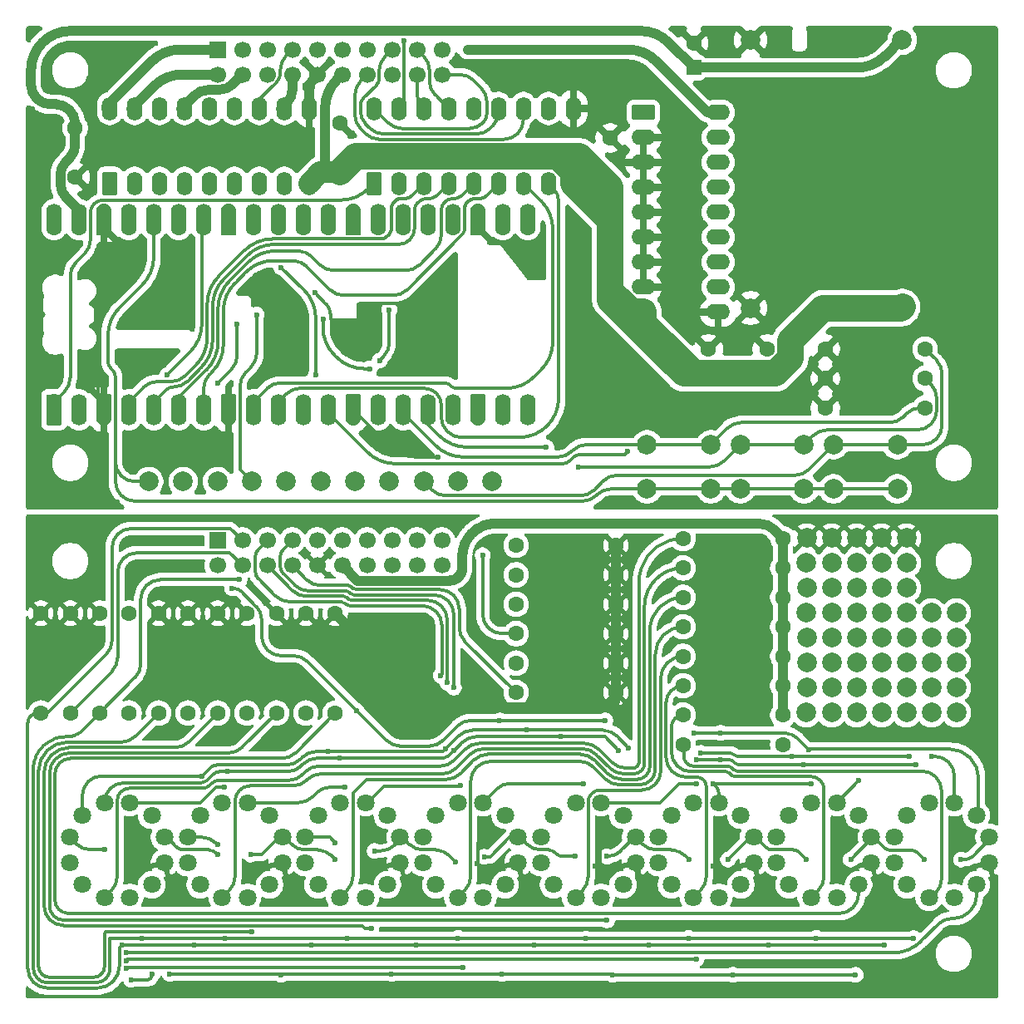
<source format=gbr>
%TF.GenerationSoftware,KiCad,Pcbnew,9.0.3*%
%TF.CreationDate,2025-09-07T22:44:02+09:00*%
%TF.ProjectId,VFD__,56464442-082e-46b6-9963-61645f706362,rev?*%
%TF.SameCoordinates,Original*%
%TF.FileFunction,Copper,L1,Top*%
%TF.FilePolarity,Positive*%
%FSLAX46Y46*%
G04 Gerber Fmt 4.6, Leading zero omitted, Abs format (unit mm)*
G04 Created by KiCad (PCBNEW 9.0.3) date 2025-09-07 22:44:02*
%MOMM*%
%LPD*%
G01*
G04 APERTURE LIST*
G04 Aperture macros list*
%AMRoundRect*
0 Rectangle with rounded corners*
0 $1 Rounding radius*
0 $2 $3 $4 $5 $6 $7 $8 $9 X,Y pos of 4 corners*
0 Add a 4 corners polygon primitive as box body*
4,1,4,$2,$3,$4,$5,$6,$7,$8,$9,$2,$3,0*
0 Add four circle primitives for the rounded corners*
1,1,$1+$1,$2,$3*
1,1,$1+$1,$4,$5*
1,1,$1+$1,$6,$7*
1,1,$1+$1,$8,$9*
0 Add four rect primitives between the rounded corners*
20,1,$1+$1,$2,$3,$4,$5,0*
20,1,$1+$1,$4,$5,$6,$7,0*
20,1,$1+$1,$6,$7,$8,$9,0*
20,1,$1+$1,$8,$9,$2,$3,0*%
%AMFreePoly0*
4,1,37,0.800000,0.796148,0.878414,0.796148,1.032228,0.765552,1.177117,0.705537,1.307515,0.618408,1.418408,0.507515,1.505537,0.377117,1.565552,0.232228,1.596148,0.078414,1.596148,-0.078414,1.565552,-0.232228,1.505537,-0.377117,1.418408,-0.507515,1.307515,-0.618408,1.177117,-0.705537,1.032228,-0.765552,0.878414,-0.796148,0.800000,-0.796148,0.800000,-0.800000,-1.400000,-0.800000,
-1.403843,-0.796157,-1.439018,-0.796157,-1.511114,-0.766294,-1.566294,-0.711114,-1.596157,-0.639018,-1.596157,-0.603843,-1.600000,-0.600000,-1.600000,0.600000,-1.596157,0.603843,-1.596157,0.639018,-1.566294,0.711114,-1.511114,0.766294,-1.439018,0.796157,-1.403843,0.796157,-1.400000,0.800000,0.800000,0.800000,0.800000,0.796148,0.800000,0.796148,$1*%
%AMFreePoly1*
4,1,37,1.403843,0.796157,1.439018,0.796157,1.511114,0.766294,1.566294,0.711114,1.596157,0.639018,1.596157,0.603843,1.600000,0.600000,1.600000,-0.600000,1.596157,-0.603843,1.596157,-0.639018,1.566294,-0.711114,1.511114,-0.766294,1.439018,-0.796157,1.403843,-0.796157,1.400000,-0.800000,-0.800000,-0.800000,-0.800000,-0.796148,-0.878414,-0.796148,-1.032228,-0.765552,-1.177117,-0.705537,
-1.307515,-0.618408,-1.418408,-0.507515,-1.505537,-0.377117,-1.565552,-0.232228,-1.596148,-0.078414,-1.596148,0.078414,-1.565552,0.232228,-1.505537,0.377117,-1.418408,0.507515,-1.307515,0.618408,-1.177117,0.705537,-1.032228,0.765552,-0.878414,0.796148,-0.800000,0.796148,-0.800000,0.800000,1.400000,0.800000,1.403843,0.796157,1.403843,0.796157,$1*%
%AMFreePoly2*
4,1,37,0.603843,0.796157,0.639018,0.796157,0.711114,0.766294,0.766294,0.711114,0.796157,0.639018,0.796157,0.603843,0.800000,0.600000,0.800000,-0.600000,0.796157,-0.603843,0.796157,-0.639018,0.766294,-0.711114,0.711114,-0.766294,0.639018,-0.796157,0.603843,-0.796157,0.600000,-0.800000,0.000000,-0.800000,0.000000,-0.796148,-0.078414,-0.796148,-0.232228,-0.765552,-0.377117,-0.705537,
-0.507515,-0.618408,-0.618408,-0.507515,-0.705537,-0.377117,-0.765552,-0.232228,-0.796148,-0.078414,-0.796148,0.078414,-0.765552,0.232228,-0.705537,0.377117,-0.618408,0.507515,-0.507515,0.618408,-0.377117,0.705537,-0.232228,0.765552,-0.078414,0.796148,0.000000,0.796148,0.000000,0.800000,0.600000,0.800000,0.603843,0.796157,0.603843,0.796157,$1*%
%AMFreePoly3*
4,1,37,0.000000,0.796148,0.078414,0.796148,0.232228,0.765552,0.377117,0.705537,0.507515,0.618408,0.618408,0.507515,0.705537,0.377117,0.765552,0.232228,0.796148,0.078414,0.796148,-0.078414,0.765552,-0.232228,0.705537,-0.377117,0.618408,-0.507515,0.507515,-0.618408,0.377117,-0.705537,0.232228,-0.765552,0.078414,-0.796148,0.000000,-0.796148,0.000000,-0.800000,-0.600000,-0.800000,
-0.603843,-0.796157,-0.639018,-0.796157,-0.711114,-0.766294,-0.766294,-0.711114,-0.796157,-0.639018,-0.796157,-0.603843,-0.800000,-0.600000,-0.800000,0.600000,-0.796157,0.603843,-0.796157,0.639018,-0.766294,0.711114,-0.711114,0.766294,-0.639018,0.796157,-0.603843,0.796157,-0.600000,0.800000,0.000000,0.800000,0.000000,0.796148,0.000000,0.796148,$1*%
G04 Aperture macros list end*
%TA.AperFunction,ComponentPad*%
%ADD10C,1.800000*%
%TD*%
%TA.AperFunction,ComponentPad*%
%ADD11C,2.000000*%
%TD*%
%TA.AperFunction,ComponentPad*%
%ADD12C,1.600000*%
%TD*%
%TA.AperFunction,ComponentPad*%
%ADD13RoundRect,0.250000X0.550000X-0.950000X0.550000X0.950000X-0.550000X0.950000X-0.550000X-0.950000X0*%
%TD*%
%TA.AperFunction,ComponentPad*%
%ADD14O,1.600000X2.400000*%
%TD*%
%TA.AperFunction,ComponentPad*%
%ADD15R,1.700000X1.700000*%
%TD*%
%TA.AperFunction,ComponentPad*%
%ADD16C,1.700000*%
%TD*%
%TA.AperFunction,ComponentPad*%
%ADD17RoundRect,0.250000X0.550000X-0.550000X0.550000X0.550000X-0.550000X0.550000X-0.550000X-0.550000X0*%
%TD*%
%TA.AperFunction,ComponentPad*%
%ADD18RoundRect,0.250000X-0.950000X-0.550000X0.950000X-0.550000X0.950000X0.550000X-0.950000X0.550000X0*%
%TD*%
%TA.AperFunction,ComponentPad*%
%ADD19O,2.400000X1.600000*%
%TD*%
%TA.AperFunction,SMDPad,CuDef*%
%ADD20FreePoly0,90.000000*%
%TD*%
%TA.AperFunction,ComponentPad*%
%ADD21RoundRect,0.200000X0.600000X-0.600000X0.600000X0.600000X-0.600000X0.600000X-0.600000X-0.600000X0*%
%TD*%
%TA.AperFunction,SMDPad,CuDef*%
%ADD22RoundRect,0.800000X0.000010X-0.800000X0.000010X0.800000X-0.000010X0.800000X-0.000010X-0.800000X0*%
%TD*%
%TA.AperFunction,SMDPad,CuDef*%
%ADD23FreePoly1,90.000000*%
%TD*%
%TA.AperFunction,ComponentPad*%
%ADD24FreePoly2,90.000000*%
%TD*%
%TA.AperFunction,ComponentPad*%
%ADD25FreePoly3,90.000000*%
%TD*%
%TA.AperFunction,ViaPad*%
%ADD26C,0.600000*%
%TD*%
%TA.AperFunction,Conductor*%
%ADD27C,0.350000*%
%TD*%
%TA.AperFunction,Conductor*%
%ADD28C,1.000000*%
%TD*%
%TA.AperFunction,Conductor*%
%ADD29C,2.700000*%
%TD*%
%TA.AperFunction,Conductor*%
%ADD30C,2.200000*%
%TD*%
G04 APERTURE END LIST*
D10*
%TO.P,Q8,-*%
%TO.N,/VFD-T7*%
X194096629Y-110740439D03*
%TO.P,Q8,G*%
%TO.N,Net-(J3-Pin_20)*%
X192802534Y-115570068D03*
%TO.P,Q8,H*%
%TO.N,Net-(Q8-PadH)*%
X187972905Y-116864163D03*
%TO.P,Q8,K*%
%TO.N,GND2*%
X194096629Y-113328629D03*
%TO.P,Q8,a*%
%TO.N,/VFD-T0*%
X190561095Y-107204905D03*
%TO.P,Q8,b*%
%TO.N,/VFD-T1*%
X192802534Y-108499000D03*
%TO.P,Q8,c*%
%TO.N,/VFD-T2*%
X185731466Y-115570068D03*
%TO.P,Q8,d*%
%TO.N,/VFD-T3*%
X184437371Y-113328629D03*
%TO.P,Q8,dp*%
%TO.N,/VFD-T8*%
X190561095Y-116864163D03*
%TO.P,Q8,e*%
%TO.N,/VFD-T4*%
X184437371Y-110740439D03*
%TO.P,Q8,f*%
%TO.N,/VFD-T5*%
X185731466Y-108499000D03*
%TO.P,Q8,g*%
%TO.N,/VFD-T6*%
X187972905Y-107204905D03*
%TD*%
%TO.P,Q7,-*%
%TO.N,/VFD-T7*%
X182096629Y-110740439D03*
%TO.P,Q7,G*%
%TO.N,Net-(J3-Pin_19)*%
X180802534Y-115570068D03*
%TO.P,Q7,H*%
%TO.N,Net-(Q7-PadH)*%
X175972905Y-116864163D03*
%TO.P,Q7,K*%
%TO.N,GND2*%
X182096629Y-113328629D03*
%TO.P,Q7,a*%
%TO.N,/VFD-T0*%
X178561095Y-107204905D03*
%TO.P,Q7,b*%
%TO.N,/VFD-T1*%
X180802534Y-108499000D03*
%TO.P,Q7,c*%
%TO.N,/VFD-T2*%
X173731466Y-115570068D03*
%TO.P,Q7,d*%
%TO.N,/VFD-T3*%
X172437371Y-113328629D03*
%TO.P,Q7,dp*%
%TO.N,/VFD-T8*%
X178561095Y-116864163D03*
%TO.P,Q7,e*%
%TO.N,/VFD-T4*%
X172437371Y-110740439D03*
%TO.P,Q7,f*%
%TO.N,/VFD-T5*%
X173731466Y-108499000D03*
%TO.P,Q7,g*%
%TO.N,/VFD-T6*%
X175972905Y-107204905D03*
%TD*%
%TO.P,Q6,-*%
%TO.N,/VFD-T7*%
X170096629Y-110740439D03*
%TO.P,Q6,G*%
%TO.N,Net-(J3-Pin_18)*%
X168802534Y-115570068D03*
%TO.P,Q6,H*%
%TO.N,Net-(Q6-PadH)*%
X163972905Y-116864163D03*
%TO.P,Q6,K*%
%TO.N,GND2*%
X170096629Y-113328629D03*
%TO.P,Q6,a*%
%TO.N,/VFD-T0*%
X166561095Y-107204905D03*
%TO.P,Q6,b*%
%TO.N,/VFD-T1*%
X168802534Y-108499000D03*
%TO.P,Q6,c*%
%TO.N,/VFD-T2*%
X161731466Y-115570068D03*
%TO.P,Q6,d*%
%TO.N,/VFD-T3*%
X160437371Y-113328629D03*
%TO.P,Q6,dp*%
%TO.N,/VFD-T8*%
X166561095Y-116864163D03*
%TO.P,Q6,e*%
%TO.N,/VFD-T4*%
X160437371Y-110740439D03*
%TO.P,Q6,f*%
%TO.N,/VFD-T5*%
X161731466Y-108499000D03*
%TO.P,Q6,g*%
%TO.N,/VFD-T6*%
X163972905Y-107204905D03*
%TD*%
%TO.P,Q5,-*%
%TO.N,/VFD-T7*%
X158096629Y-110740439D03*
%TO.P,Q5,G*%
%TO.N,Net-(J3-Pin_17)*%
X156802534Y-115570068D03*
%TO.P,Q5,H*%
%TO.N,Net-(Q5-PadH)*%
X151972905Y-116864163D03*
%TO.P,Q5,K*%
%TO.N,GND2*%
X158096629Y-113328629D03*
%TO.P,Q5,a*%
%TO.N,/VFD-T0*%
X154561095Y-107204905D03*
%TO.P,Q5,b*%
%TO.N,/VFD-T1*%
X156802534Y-108499000D03*
%TO.P,Q5,c*%
%TO.N,/VFD-T2*%
X149731466Y-115570068D03*
%TO.P,Q5,d*%
%TO.N,/VFD-T3*%
X148437371Y-113328629D03*
%TO.P,Q5,dp*%
%TO.N,/VFD-T8*%
X154561095Y-116864163D03*
%TO.P,Q5,e*%
%TO.N,/VFD-T4*%
X148437371Y-110740439D03*
%TO.P,Q5,f*%
%TO.N,/VFD-T5*%
X149731466Y-108499000D03*
%TO.P,Q5,g*%
%TO.N,/VFD-T6*%
X151972905Y-107204905D03*
%TD*%
%TO.P,Q4,-*%
%TO.N,/VFD-T7*%
X146096629Y-110740439D03*
%TO.P,Q4,G*%
%TO.N,Net-(J3-Pin_16)*%
X144802534Y-115570068D03*
%TO.P,Q4,H*%
%TO.N,Net-(Q4-PadH)*%
X139972905Y-116864163D03*
%TO.P,Q4,K*%
%TO.N,GND2*%
X146096629Y-113328629D03*
%TO.P,Q4,a*%
%TO.N,/VFD-T0*%
X142561095Y-107204905D03*
%TO.P,Q4,b*%
%TO.N,/VFD-T1*%
X144802534Y-108499000D03*
%TO.P,Q4,c*%
%TO.N,/VFD-T2*%
X137731466Y-115570068D03*
%TO.P,Q4,d*%
%TO.N,/VFD-T3*%
X136437371Y-113328629D03*
%TO.P,Q4,dp*%
%TO.N,/VFD-T8*%
X142561095Y-116864163D03*
%TO.P,Q4,e*%
%TO.N,/VFD-T4*%
X136437371Y-110740439D03*
%TO.P,Q4,f*%
%TO.N,/VFD-T5*%
X137731466Y-108499000D03*
%TO.P,Q4,g*%
%TO.N,/VFD-T6*%
X139972905Y-107204905D03*
%TD*%
%TO.P,Q3,-*%
%TO.N,/VFD-T7*%
X134096629Y-110740439D03*
%TO.P,Q3,G*%
%TO.N,Net-(J3-Pin_15)*%
X132802534Y-115570068D03*
%TO.P,Q3,H*%
%TO.N,Net-(Q3-PadH)*%
X127972905Y-116864163D03*
%TO.P,Q3,K*%
%TO.N,GND2*%
X134096629Y-113328629D03*
%TO.P,Q3,a*%
%TO.N,/VFD-T0*%
X130561095Y-107204905D03*
%TO.P,Q3,b*%
%TO.N,/VFD-T1*%
X132802534Y-108499000D03*
%TO.P,Q3,c*%
%TO.N,/VFD-T2*%
X125731466Y-115570068D03*
%TO.P,Q3,d*%
%TO.N,/VFD-T3*%
X124437371Y-113328629D03*
%TO.P,Q3,dp*%
%TO.N,/VFD-T8*%
X130561095Y-116864163D03*
%TO.P,Q3,e*%
%TO.N,/VFD-T4*%
X124437371Y-110740439D03*
%TO.P,Q3,f*%
%TO.N,/VFD-T5*%
X125731466Y-108499000D03*
%TO.P,Q3,g*%
%TO.N,/VFD-T6*%
X127972905Y-107204905D03*
%TD*%
%TO.P,Q2,-*%
%TO.N,/VFD-T7*%
X122096629Y-110740439D03*
%TO.P,Q2,G*%
%TO.N,Net-(J3-Pin_14)*%
X120802534Y-115570068D03*
%TO.P,Q2,H*%
%TO.N,Net-(Q2-PadH)*%
X115972905Y-116864163D03*
%TO.P,Q2,K*%
%TO.N,GND2*%
X122096629Y-113328629D03*
%TO.P,Q2,a*%
%TO.N,/VFD-T0*%
X118561095Y-107204905D03*
%TO.P,Q2,b*%
%TO.N,/VFD-T1*%
X120802534Y-108499000D03*
%TO.P,Q2,c*%
%TO.N,/VFD-T2*%
X113731466Y-115570068D03*
%TO.P,Q2,d*%
%TO.N,/VFD-T3*%
X112437371Y-113328629D03*
%TO.P,Q2,dp*%
%TO.N,/VFD-T8*%
X118561095Y-116864163D03*
%TO.P,Q2,e*%
%TO.N,/VFD-T4*%
X112437371Y-110740439D03*
%TO.P,Q2,f*%
%TO.N,/VFD-T5*%
X113731466Y-108499000D03*
%TO.P,Q2,g*%
%TO.N,/VFD-T6*%
X115972905Y-107204905D03*
%TD*%
%TO.P,Q1,-*%
%TO.N,/VFD-T7*%
X110096629Y-110740439D03*
%TO.P,Q1,G*%
%TO.N,Net-(J3-Pin_13)*%
X108802534Y-115570068D03*
%TO.P,Q1,H*%
%TO.N,Net-(Q1-PadH)*%
X103972905Y-116864163D03*
%TO.P,Q1,K*%
%TO.N,GND2*%
X110096629Y-113328629D03*
%TO.P,Q1,a*%
%TO.N,/VFD-T0*%
X106561095Y-107204905D03*
%TO.P,Q1,b*%
%TO.N,/VFD-T1*%
X108802534Y-108499000D03*
%TO.P,Q1,c*%
%TO.N,/VFD-T2*%
X101731466Y-115570068D03*
%TO.P,Q1,d*%
%TO.N,/VFD-T3*%
X100437371Y-113328629D03*
%TO.P,Q1,dp*%
%TO.N,/VFD-T8*%
X106561095Y-116864163D03*
%TO.P,Q1,e*%
%TO.N,/VFD-T4*%
X100437371Y-110740439D03*
%TO.P,Q1,f*%
%TO.N,/VFD-T5*%
X101731466Y-108499000D03*
%TO.P,Q1,g*%
%TO.N,/VFD-T6*%
X103972905Y-107204905D03*
%TD*%
D11*
%TO.P,TP30,1,1*%
%TO.N,+5V*%
X185240580Y-29539030D03*
%TD*%
%TO.P,TP31,1,1*%
%TO.N,GND*%
X169802444Y-29524300D03*
%TD*%
%TO.P,TP51,1,1*%
%TO.N,unconnected-(TP51-Pad1)*%
X180594000Y-90424000D03*
%TD*%
%TO.P,TP7,1,1*%
%TO.N,GPIO15*%
X143500000Y-74500000D03*
%TD*%
D12*
%TO.P,R20,1*%
%TO.N,Net-(Q3-PadH)*%
X162920000Y-86300000D03*
%TO.P,R20,2*%
%TO.N,12V-top*%
X173080000Y-86300000D03*
%TD*%
D11*
%TO.P,TP58,1,1*%
%TO.N,unconnected-(TP58-Pad1)*%
X183134000Y-85344000D03*
%TD*%
%TO.P,TP11,1,1*%
%TO.N,GPIO28{slash}ADC2*%
X112000000Y-74500000D03*
%TD*%
D13*
%TO.P,U1,1,I1*%
%TO.N,IN_a*%
X104520000Y-44120000D03*
D14*
%TO.P,U1,2,I2*%
%TO.N,IN_b*%
X107060000Y-44120000D03*
%TO.P,U1,3,I3*%
%TO.N,IN_c*%
X109600000Y-44120000D03*
%TO.P,U1,4,I4*%
%TO.N,IN_d*%
X112140000Y-44120000D03*
%TO.P,U1,5,I5*%
%TO.N,IN_e*%
X114680000Y-44120000D03*
%TO.P,U1,6,I6*%
%TO.N,IN_f*%
X117220000Y-44120000D03*
%TO.P,U1,7,I7*%
%TO.N,IN_g*%
X119760000Y-44120000D03*
%TO.P,U1,8,I8*%
%TO.N,IN_-*%
X122300000Y-44120000D03*
%TO.P,U1,9,VCC*%
%TO.N,12V*%
X124840000Y-44120000D03*
%TO.P,U1,10,GND*%
%TO.N,GND*%
X124840000Y-36500000D03*
%TO.P,U1,11,O8*%
%TO.N,/VFD-B7*%
X122300000Y-36500000D03*
%TO.P,U1,12,O7*%
%TO.N,/VFD-B6*%
X119760000Y-36500000D03*
%TO.P,U1,13,O6*%
%TO.N,/VFD-B5*%
X117220000Y-36500000D03*
%TO.P,U1,14,O5*%
%TO.N,/VFD-B4*%
X114680000Y-36500000D03*
%TO.P,U1,15,O4*%
%TO.N,/VFD-B3*%
X112140000Y-36500000D03*
%TO.P,U1,16,O3*%
%TO.N,/VFD-B2*%
X109600000Y-36500000D03*
%TO.P,U1,17,O2*%
%TO.N,/VFD-B1*%
X107060000Y-36500000D03*
%TO.P,U1,18,O1*%
%TO.N,/VFD-B0*%
X104520000Y-36500000D03*
%TD*%
D11*
%TO.P,TP47,1,1*%
%TO.N,unconnected-(TP47-Pad1)*%
X190754000Y-92964000D03*
%TD*%
D12*
%TO.P,R27,1*%
%TO.N,GPIO12*%
X187580000Y-64008000D03*
%TO.P,R27,2*%
%TO.N,GND*%
X177420000Y-64008000D03*
%TD*%
D11*
%TO.P,TP39,1,1*%
%TO.N,unconnected-(TP39-Pad1)*%
X178054000Y-82804000D03*
%TD*%
%TO.P,TP23,1,1*%
%TO.N,unconnected-(TP23-Pad1)*%
X175514000Y-85344000D03*
%TD*%
%TO.P,TP14,1,1*%
%TO.N,GND2*%
X178054000Y-80264000D03*
%TD*%
%TO.P,TP53,1,1*%
%TO.N,unconnected-(TP53-Pad1)*%
X183134000Y-95504000D03*
%TD*%
%TO.P,TP34,1,1*%
%TO.N,GND*%
X169818349Y-56818855D03*
%TD*%
D12*
%TO.P,C7,1*%
%TO.N,12V*%
X155500000Y-44500000D03*
%TO.P,C7,2*%
%TO.N,GND*%
X155500000Y-39500000D03*
%TD*%
%TO.P,R17,1*%
%TO.N,/VFD-T8*%
X103500000Y-98080000D03*
%TO.P,R17,2*%
%TO.N,GND2*%
X103500000Y-87920000D03*
%TD*%
%TO.P,R14,1*%
%TO.N,/VFD-T6*%
X145920000Y-87000000D03*
%TO.P,R14,2*%
%TO.N,GND2*%
X156080000Y-87000000D03*
%TD*%
D11*
%TO.P,TP6,1,1*%
%TO.N,GPIO14*%
X140000000Y-74500000D03*
%TD*%
%TO.P,TP13,1,1*%
%TO.N,GND2*%
X175514000Y-80264000D03*
%TD*%
D12*
%TO.P,R12,1*%
%TO.N,/VFD-T5*%
X145920000Y-84000000D03*
%TO.P,R12,2*%
%TO.N,GND2*%
X156080000Y-84000000D03*
%TD*%
D11*
%TO.P,TP60,1,1*%
%TO.N,unconnected-(TP60-Pad1)*%
X183134000Y-90424000D03*
%TD*%
%TO.P,TP67,1,1*%
%TO.N,unconnected-(TP67-Pad1)*%
X185674000Y-85344000D03*
%TD*%
%TO.P,TP26,1,1*%
%TO.N,unconnected-(TP26-Pad1)*%
X175514000Y-92964000D03*
%TD*%
%TO.P,TP28,1,1*%
%TO.N,unconnected-(TP28-Pad1)*%
X178054000Y-98044000D03*
%TD*%
D12*
%TO.P,R28,1*%
%TO.N,GPIO13*%
X187580000Y-61000000D03*
%TO.P,R28,2*%
%TO.N,GND*%
X177420000Y-61000000D03*
%TD*%
%TO.P,R19,1*%
%TO.N,Net-(Q2-PadH)*%
X162920000Y-83300000D03*
%TO.P,R19,2*%
%TO.N,12V-top*%
X173080000Y-83300000D03*
%TD*%
D11*
%TO.P,TP61,1,1*%
%TO.N,unconnected-(TP61-Pad1)*%
X183134000Y-92964000D03*
%TD*%
%TO.P,TP10,1,1*%
%TO.N,GPIO27{slash}ADC1*%
X119000000Y-74500000D03*
%TD*%
D15*
%TO.P,J2,1,Pin_1*%
%TO.N,/VFD-B0*%
X115500000Y-30500000D03*
D16*
%TO.P,J2,2,Pin_2*%
%TO.N,/VFD-B1*%
X115500000Y-33040000D03*
%TO.P,J2,3,Pin_3*%
%TO.N,/VFD-B2*%
X118040000Y-30500000D03*
%TO.P,J2,4,Pin_4*%
%TO.N,/VFD-B3*%
X118040000Y-33040000D03*
%TO.P,J2,5,Pin_5*%
%TO.N,/VFD-B4*%
X120580000Y-30500000D03*
%TO.P,J2,6,Pin_6*%
%TO.N,/VFD-B5*%
X120580000Y-33040000D03*
%TO.P,J2,7,Pin_7*%
%TO.N,/VFD-B6*%
X123120000Y-30500000D03*
%TO.P,J2,8,Pin_8*%
%TO.N,/VFD-B7*%
X123120000Y-33040000D03*
%TO.P,J2,9,Pin_9*%
%TO.N,/VFD-B8*%
X125660000Y-30500000D03*
%TO.P,J2,10,Pin_10*%
%TO.N,GND*%
X125660000Y-33040000D03*
%TO.P,J2,11,Pin_11*%
%TO.N,unconnected-(J2-Pin_11-Pad11)*%
X128200000Y-30500000D03*
%TO.P,J2,12,Pin_12*%
%TO.N,12V*%
X128200000Y-33040000D03*
%TO.P,J2,13,Pin_13*%
%TO.N,/7seg-8*%
X130740000Y-30500000D03*
%TO.P,J2,14,Pin_14*%
%TO.N,/7seg-7*%
X130740000Y-33040000D03*
%TO.P,J2,15,Pin_15*%
%TO.N,/7seg-6*%
X133280000Y-30500000D03*
%TO.P,J2,16,Pin_16*%
%TO.N,/7seg-5*%
X133280000Y-33040000D03*
%TO.P,J2,17,Pin_17*%
%TO.N,/7seg-4*%
X135820000Y-30500000D03*
%TO.P,J2,18,Pin_18*%
%TO.N,/7seg-3*%
X135820000Y-33040000D03*
%TO.P,J2,19,Pin_19*%
%TO.N,/7seg-2*%
X138360000Y-30500000D03*
%TO.P,J2,20,Pin_20*%
%TO.N,/7seg-1*%
X138360000Y-33040000D03*
%TD*%
D12*
%TO.P,Rr2,1*%
%TO.N,Net-(J3-Pin_13)*%
X106500000Y-98080000D03*
%TO.P,Rr2,2*%
%TO.N,GND2*%
X106500000Y-87920000D03*
%TD*%
%TO.P,R13,1*%
%TO.N,Net-(J3-Pin_14)*%
X109500000Y-98080000D03*
%TO.P,R13,2*%
%TO.N,GND2*%
X109500000Y-87920000D03*
%TD*%
D11*
%TO.P,TP36,1,1*%
%TO.N,12V*%
X185250771Y-56858351D03*
%TD*%
D12*
%TO.P,C5,1*%
%TO.N,12V*%
X127960000Y-43000000D03*
%TO.P,C5,2*%
%TO.N,GND*%
X127960000Y-38000000D03*
%TD*%
D11*
%TO.P,TP12,1,1*%
%TO.N,AGND*%
X115500000Y-74500000D03*
%TD*%
%TO.P,TP21,1,1*%
%TO.N,unconnected-(TP21-Pad1)*%
X190754000Y-98044000D03*
%TD*%
%TO.P,TP5,1,1*%
%TO.N,GPIO13*%
X136500000Y-74500000D03*
%TD*%
D12*
%TO.P,R7,1*%
%TO.N,Net-(J3-Pin_17)*%
X121500000Y-98080000D03*
%TO.P,R7,2*%
%TO.N,GND2*%
X121500000Y-87920000D03*
%TD*%
D11*
%TO.P,TP20,1,1*%
%TO.N,unconnected-(TP20-Pad1)*%
X188214000Y-98044000D03*
%TD*%
%TO.P,TP22,1,1*%
%TO.N,unconnected-(TP22-Pad1)*%
X175452000Y-82804000D03*
%TD*%
%TO.P,TP42,1,1*%
%TO.N,unconnected-(TP42-Pad1)*%
X178054000Y-90424000D03*
%TD*%
%TO.P,TP55,1,1*%
%TO.N,unconnected-(TP55-Pad1)*%
X188214000Y-90424000D03*
%TD*%
D12*
%TO.P,R11,1*%
%TO.N,Net-(J3-Pin_15)*%
X115500000Y-98080000D03*
%TO.P,R11,2*%
%TO.N,GND2*%
X115500000Y-87920000D03*
%TD*%
D11*
%TO.P,TP43,1,1*%
%TO.N,unconnected-(TP43-Pad1)*%
X178054000Y-92964000D03*
%TD*%
%TO.P,TP57,1,1*%
%TO.N,unconnected-(TP57-Pad1)*%
X183134000Y-82804000D03*
%TD*%
%TO.P,TP48,1,1*%
%TO.N,unconnected-(TP48-Pad1)*%
X180594000Y-82804000D03*
%TD*%
%TO.P,TP69,1,1*%
%TO.N,unconnected-(TP69-Pad1)*%
X185674000Y-90424000D03*
%TD*%
%TO.P,TP9,1,1*%
%TO.N,GPIO26{slash}ADC0*%
X122500000Y-74500000D03*
%TD*%
D12*
%TO.P,R18,1*%
%TO.N,Net-(Q1-PadH)*%
X162920000Y-80300000D03*
%TO.P,R18,2*%
%TO.N,12V-top*%
X173080000Y-80300000D03*
%TD*%
%TO.P,R25,1*%
%TO.N,Net-(Q8-PadH)*%
X162920000Y-101300000D03*
%TO.P,R25,2*%
%TO.N,12V-top*%
X173080000Y-101300000D03*
%TD*%
D17*
%TO.P,C2,1*%
%TO.N,+5V*%
X164000206Y-32336531D03*
D12*
%TO.P,C2,2*%
%TO.N,GND*%
X164000206Y-29836531D03*
%TD*%
D11*
%TO.P,TP25,1,1*%
%TO.N,unconnected-(TP25-Pad1)*%
X175514000Y-90424000D03*
%TD*%
D12*
%TO.P,R22,1*%
%TO.N,Net-(Q5-PadH)*%
X162920000Y-92300000D03*
%TO.P,R22,2*%
%TO.N,12V-top*%
X173080000Y-92300000D03*
%TD*%
D11*
%TO.P,TP41,1,1*%
%TO.N,unconnected-(TP41-Pad1)*%
X178054000Y-87884000D03*
%TD*%
D12*
%TO.P,R6,1*%
%TO.N,/VFD-T2*%
X97500000Y-98080000D03*
%TO.P,R6,2*%
%TO.N,GND2*%
X97500000Y-87920000D03*
%TD*%
%TO.P,R3,1*%
%TO.N,Net-(J3-Pin_19)*%
X127500000Y-98080000D03*
%TO.P,R3,2*%
%TO.N,GND2*%
X127500000Y-87920000D03*
%TD*%
D11*
%TO.P,TP70,1,1*%
%TO.N,unconnected-(TP70-Pad1)*%
X185674000Y-92964000D03*
%TD*%
%TO.P,TP63,1,1*%
%TO.N,unconnected-(TP63-Pad1)*%
X185674000Y-98044000D03*
%TD*%
D12*
%TO.P,R10,1*%
%TO.N,/VFD-T4*%
X145920000Y-81000000D03*
%TO.P,R10,2*%
%TO.N,GND2*%
X156080000Y-81000000D03*
%TD*%
D11*
%TO.P,TP24,1,1*%
%TO.N,unconnected-(TP24-Pad1)*%
X175452000Y-87884000D03*
%TD*%
%TO.P,TP19,1,1*%
%TO.N,unconnected-(TP19-Pad1)*%
X175452000Y-98044000D03*
%TD*%
%TO.P,TP37,1,1*%
%TO.N,unconnected-(TP37-Pad1)*%
X188214000Y-95504000D03*
%TD*%
D12*
%TO.P,C6,1*%
%TO.N,12V*%
X160500000Y-61000000D03*
%TO.P,C6,2*%
%TO.N,GND*%
X165500000Y-61000000D03*
%TD*%
D11*
%TO.P,TP3,1,1*%
%TO.N,GPIO11*%
X129500000Y-74500000D03*
%TD*%
%TO.P,TP59,1,1*%
%TO.N,unconnected-(TP59-Pad1)*%
X183134000Y-87884000D03*
%TD*%
D12*
%TO.P,R23,1*%
%TO.N,Net-(Q6-PadH)*%
X162920000Y-95300000D03*
%TO.P,R23,2*%
%TO.N,12V-top*%
X173080000Y-95300000D03*
%TD*%
D11*
%TO.P,TP40,1,1*%
%TO.N,unconnected-(TP40-Pad1)*%
X178054000Y-85344000D03*
%TD*%
%TO.P,TP54,1,1*%
%TO.N,unconnected-(TP54-Pad1)*%
X183134000Y-98044000D03*
%TD*%
%TO.P,TP65,1,1*%
%TO.N,unconnected-(TP65-Pad1)*%
X190754000Y-87884000D03*
%TD*%
%TO.P,TP68,1,1*%
%TO.N,unconnected-(TP68-Pad1)*%
X185674000Y-87884000D03*
%TD*%
%TO.P,TP56,1,1*%
%TO.N,unconnected-(TP56-Pad1)*%
X190754000Y-90424000D03*
%TD*%
%TO.P,TP38,1,1*%
%TO.N,unconnected-(TP38-Pad1)*%
X190754000Y-95504000D03*
%TD*%
%TO.P,TP50,1,1*%
%TO.N,unconnected-(TP50-Pad1)*%
X180594000Y-87884000D03*
%TD*%
%TO.P,TP2,1,1*%
%TO.N,GPIO8*%
X126000000Y-74500000D03*
%TD*%
D17*
%TO.P,C1,1*%
%TO.N,12V*%
X171500000Y-63500000D03*
D12*
%TO.P,C1,2*%
%TO.N,GND*%
X171500000Y-61000000D03*
%TD*%
%TO.P,R26,1*%
%TO.N,GPIO11*%
X187580000Y-67000000D03*
%TO.P,R26,2*%
%TO.N,GND*%
X177420000Y-67000000D03*
%TD*%
D11*
%TO.P,SW4,1,1*%
%TO.N,3V3*%
X165750000Y-75250000D03*
X159250000Y-75250000D03*
%TO.P,SW4,2,2*%
%TO.N,GPIO11*%
X165750000Y-70750000D03*
X159250000Y-70750000D03*
%TD*%
%TO.P,TP62,1,1*%
%TO.N,unconnected-(TP62-Pad1)*%
X185674000Y-95504000D03*
%TD*%
%TO.P,TP49,1,1*%
%TO.N,unconnected-(TP49-Pad1)*%
X180594000Y-85344000D03*
%TD*%
%TO.P,TP52,1,1*%
%TO.N,unconnected-(TP52-Pad1)*%
X180594000Y-92964000D03*
%TD*%
D12*
%TO.P,C4,1*%
%TO.N,+5V*%
X101000000Y-38500000D03*
%TO.P,C4,2*%
%TO.N,GND*%
X101000000Y-43500000D03*
%TD*%
D11*
%TO.P,TP45,1,1*%
%TO.N,unconnected-(TP45-Pad1)*%
X180594000Y-98044000D03*
%TD*%
%TO.P,SW2,1,1*%
%TO.N,3V3*%
X184750000Y-75250000D03*
X178250000Y-75250000D03*
%TO.P,SW2,2,2*%
%TO.N,GPIO13*%
X184750000Y-70750000D03*
X178250000Y-70750000D03*
%TD*%
D12*
%TO.P,R4,1*%
%TO.N,/VFD-T1*%
X145920000Y-93000000D03*
%TO.P,R4,2*%
%TO.N,GND2*%
X156080000Y-93000000D03*
%TD*%
%TO.P,R2,1*%
%TO.N,/VFD-T0*%
X145920000Y-90000000D03*
%TO.P,R2,2*%
%TO.N,GND2*%
X156080000Y-90000000D03*
%TD*%
D11*
%TO.P,SW3,1,1*%
%TO.N,3V3*%
X175250000Y-75250000D03*
X168750000Y-75250000D03*
%TO.P,SW3,2,2*%
%TO.N,GPIO12*%
X175250000Y-70750000D03*
X168750000Y-70750000D03*
%TD*%
D12*
%TO.P,R8,1*%
%TO.N,/VFD-T3*%
X100500000Y-98080000D03*
%TO.P,R8,2*%
%TO.N,GND2*%
X100500000Y-87920000D03*
%TD*%
%TO.P,R21,1*%
%TO.N,Net-(Q4-PadH)*%
X162920000Y-89300000D03*
%TO.P,R21,2*%
%TO.N,12V-top*%
X173080000Y-89300000D03*
%TD*%
%TO.P,R9,1*%
%TO.N,Net-(J3-Pin_16)*%
X112500000Y-98080000D03*
%TO.P,R9,2*%
%TO.N,GND2*%
X112500000Y-87920000D03*
%TD*%
D11*
%TO.P,TP16,1,1*%
%TO.N,GND2*%
X183134000Y-80264000D03*
%TD*%
D12*
%TO.P,R1,1*%
%TO.N,Net-(J3-Pin_20)*%
X124500000Y-98080000D03*
%TO.P,R1,2*%
%TO.N,GND2*%
X124500000Y-87920000D03*
%TD*%
D11*
%TO.P,TP64,1,1*%
%TO.N,unconnected-(TP64-Pad1)*%
X188214000Y-87884000D03*
%TD*%
D15*
%TO.P,J3,1,Pin_1*%
%TO.N,/VFD-T0*%
X115500000Y-80500000D03*
D16*
%TO.P,J3,2,Pin_2*%
%TO.N,/VFD-T1*%
X115500000Y-83040000D03*
%TO.P,J3,3,Pin_3*%
%TO.N,/VFD-T2*%
X118040000Y-80500000D03*
%TO.P,J3,4,Pin_4*%
%TO.N,/VFD-T3*%
X118040000Y-83040000D03*
%TO.P,J3,5,Pin_5*%
%TO.N,/VFD-T4*%
X120580000Y-80500000D03*
%TO.P,J3,6,Pin_6*%
%TO.N,/VFD-T5*%
X120580000Y-83040000D03*
%TO.P,J3,7,Pin_7*%
%TO.N,/VFD-T6*%
X123120000Y-80500000D03*
%TO.P,J3,8,Pin_8*%
%TO.N,/VFD-T7*%
X123120000Y-83040000D03*
%TO.P,J3,9,Pin_9*%
%TO.N,/VFD-T8*%
X125660000Y-80500000D03*
%TO.P,J3,10,Pin_10*%
%TO.N,GND2*%
X125660000Y-83040000D03*
%TO.P,J3,11,Pin_11*%
%TO.N,unconnected-(J3-Pin_11-Pad11)*%
X128200000Y-80500000D03*
%TO.P,J3,12,Pin_12*%
%TO.N,12V-top*%
X128200000Y-83040000D03*
%TO.P,J3,13,Pin_13*%
%TO.N,Net-(J3-Pin_13)*%
X130740000Y-80500000D03*
%TO.P,J3,14,Pin_14*%
%TO.N,Net-(J3-Pin_14)*%
X130740000Y-83040000D03*
%TO.P,J3,15,Pin_15*%
%TO.N,Net-(J3-Pin_15)*%
X133280000Y-80500000D03*
%TO.P,J3,16,Pin_16*%
%TO.N,Net-(J3-Pin_16)*%
X133280000Y-83040000D03*
%TO.P,J3,17,Pin_17*%
%TO.N,Net-(J3-Pin_17)*%
X135820000Y-80500000D03*
%TO.P,J3,18,Pin_18*%
%TO.N,Net-(J3-Pin_18)*%
X135820000Y-83040000D03*
%TO.P,J3,19,Pin_19*%
%TO.N,Net-(J3-Pin_19)*%
X138360000Y-80500000D03*
%TO.P,J3,20,Pin_20*%
%TO.N,Net-(J3-Pin_20)*%
X138360000Y-83040000D03*
%TD*%
D11*
%TO.P,TP44,1,1*%
%TO.N,unconnected-(TP44-Pad1)*%
X180594000Y-95504000D03*
%TD*%
%TO.P,TP4,1,1*%
%TO.N,GPIO12*%
X133000000Y-74500000D03*
%TD*%
D13*
%TO.P,U3,1,I1*%
%TO.N,7seg_1*%
X131420000Y-44120000D03*
D14*
%TO.P,U3,2,I2*%
%TO.N,7seg_2*%
X133960000Y-44120000D03*
%TO.P,U3,3,I3*%
%TO.N,7seg_3*%
X136500000Y-44120000D03*
%TO.P,U3,4,I4*%
%TO.N,7seg_4*%
X139040000Y-44120000D03*
%TO.P,U3,5,I5*%
%TO.N,7seg_5*%
X141580000Y-44120000D03*
%TO.P,U3,6,I6*%
%TO.N,7seg_6*%
X144120000Y-44120000D03*
%TO.P,U3,7,I7*%
%TO.N,7seg_7*%
X146660000Y-44120000D03*
%TO.P,U3,8,I8*%
%TO.N,7seg_8*%
X149200000Y-44120000D03*
%TO.P,U3,9,VCC*%
%TO.N,12V*%
X151740000Y-44120000D03*
%TO.P,U3,10,GND*%
%TO.N,GND*%
X151740000Y-36500000D03*
%TO.P,U3,11,O8*%
%TO.N,/7seg-8*%
X149200000Y-36500000D03*
%TO.P,U3,12,O7*%
%TO.N,/7seg-7*%
X146660000Y-36500000D03*
%TO.P,U3,13,O6*%
%TO.N,/7seg-6*%
X144120000Y-36500000D03*
%TO.P,U3,14,O5*%
%TO.N,/7seg-5*%
X141580000Y-36500000D03*
%TO.P,U3,15,O4*%
%TO.N,/7seg-4*%
X139040000Y-36500000D03*
%TO.P,U3,16,O3*%
%TO.N,/7seg-3*%
X136500000Y-36500000D03*
%TO.P,U3,17,O2*%
%TO.N,/7seg-2*%
X133960000Y-36500000D03*
%TO.P,U3,18,O1*%
%TO.N,/7seg-1*%
X131420000Y-36500000D03*
%TD*%
D11*
%TO.P,TP15,1,1*%
%TO.N,GND2*%
X180594000Y-80264000D03*
%TD*%
D12*
%TO.P,R24,1*%
%TO.N,Net-(Q7-PadH)*%
X162920000Y-98300000D03*
%TO.P,R24,2*%
%TO.N,12V-top*%
X173080000Y-98300000D03*
%TD*%
%TO.P,R16,1*%
%TO.N,/VFD-T7*%
X145920000Y-96000000D03*
%TO.P,R16,2*%
%TO.N,GND2*%
X156080000Y-96000000D03*
%TD*%
D18*
%TO.P,U2,1,I1*%
%TO.N,IN_dp*%
X158880000Y-36920000D03*
D19*
%TO.P,U2,2,I2*%
%TO.N,GND*%
X158880000Y-39460000D03*
%TO.P,U2,3,I3*%
X158880000Y-42000000D03*
%TO.P,U2,4,I4*%
X158880000Y-44540000D03*
%TO.P,U2,5,I5*%
X158880000Y-47080000D03*
%TO.P,U2,6,I6*%
X158880000Y-49620000D03*
%TO.P,U2,7,I7*%
X158880000Y-52160000D03*
%TO.P,U2,8,I8*%
X158880000Y-54700000D03*
%TO.P,U2,9,VCC*%
%TO.N,12V*%
X158880000Y-57240000D03*
%TO.P,U2,10,GND*%
%TO.N,GND*%
X166500000Y-57240000D03*
%TO.P,U2,11,O8*%
%TO.N,unconnected-(U2-O8-Pad11)*%
X166500000Y-54700000D03*
%TO.P,U2,12,O7*%
%TO.N,unconnected-(U2-O7-Pad12)*%
X166500000Y-52160000D03*
%TO.P,U2,13,O6*%
%TO.N,unconnected-(U2-O6-Pad13)*%
X166500000Y-49620000D03*
%TO.P,U2,14,O5*%
%TO.N,unconnected-(U2-O5-Pad14)*%
X166500000Y-47080000D03*
%TO.P,U2,15,O4*%
%TO.N,unconnected-(U2-O4-Pad15)*%
X166500000Y-44540000D03*
%TO.P,U2,16,O3*%
%TO.N,unconnected-(U2-O3-Pad16)*%
X166500000Y-42000000D03*
%TO.P,U2,17,O2*%
%TO.N,unconnected-(U2-O2-Pad17)*%
X166500000Y-39460000D03*
%TO.P,U2,18,O1*%
%TO.N,/VFD-B8*%
X166500000Y-36920000D03*
%TD*%
D11*
%TO.P,TP17,1,1*%
%TO.N,GND2*%
X185674000Y-80264000D03*
%TD*%
%TO.P,TP18,1,1*%
%TO.N,unconnected-(TP18-Pad1)*%
X175514000Y-95504000D03*
%TD*%
%TO.P,TP46,1,1*%
%TO.N,unconnected-(TP46-Pad1)*%
X188214000Y-92964000D03*
%TD*%
D12*
%TO.P,R5,1*%
%TO.N,Net-(J3-Pin_18)*%
X118500000Y-98080000D03*
%TO.P,R5,2*%
%TO.N,GND2*%
X118500000Y-87920000D03*
%TD*%
D11*
%TO.P,TP27,1,1*%
%TO.N,unconnected-(TP27-Pad1)*%
X178054000Y-95504000D03*
%TD*%
%TO.P,TP66,1,1*%
%TO.N,unconnected-(TP66-Pad1)*%
X185674000Y-82804000D03*
%TD*%
%TO.P,TP8,1,1*%
%TO.N,3V3*%
X108500000Y-74500000D03*
%TD*%
D20*
%TO.P,A1,1,GPIO0*%
%TO.N,7seg_1*%
X98840000Y-67190000D03*
D21*
X98840000Y-66390000D03*
D22*
%TO.P,A1,2,GPIO1*%
%TO.N,7seg_2*%
X101380000Y-67190000D03*
D12*
X101380000Y-66390000D03*
D23*
%TO.P,A1,3,GND*%
%TO.N,GND*%
X103920000Y-67190000D03*
D24*
X103920000Y-66390000D03*
D22*
%TO.P,A1,4,GPIO2*%
%TO.N,7seg_3*%
X106460000Y-67190000D03*
D12*
X106460000Y-66390000D03*
D22*
%TO.P,A1,5,GPIO3*%
%TO.N,7seg_4*%
X109000000Y-67190000D03*
D12*
X109000000Y-66390000D03*
D22*
%TO.P,A1,6,GPIO4*%
%TO.N,7seg_5*%
X111540000Y-67190000D03*
D12*
X111540000Y-66390000D03*
D22*
%TO.P,A1,7,GPIO5*%
%TO.N,7seg_6*%
X114080000Y-67190000D03*
D12*
X114080000Y-66390000D03*
D23*
%TO.P,A1,8,GND*%
%TO.N,GND*%
X116620000Y-67190000D03*
D24*
X116620000Y-66390000D03*
D22*
%TO.P,A1,9,GPIO6*%
%TO.N,7seg_7*%
X119160000Y-67190000D03*
D12*
X119160000Y-66390000D03*
D22*
%TO.P,A1,10,GPIO7*%
%TO.N,7seg_8*%
X121700000Y-67190000D03*
D12*
X121700000Y-66390000D03*
D22*
%TO.P,A1,11,GPIO8*%
%TO.N,GPIO8*%
X124240000Y-67190000D03*
D12*
X124240000Y-66390000D03*
D22*
%TO.P,A1,12,GPIO9*%
%TO.N,IN_dp*%
X126780000Y-67190000D03*
D12*
X126780000Y-66390000D03*
D23*
%TO.P,A1,13,GND*%
%TO.N,GND*%
X129320000Y-67190000D03*
D24*
X129320000Y-66390000D03*
D22*
%TO.P,A1,14,GPIO10*%
%TO.N,IN_-*%
X131860000Y-67190000D03*
D12*
X131860000Y-66390000D03*
D22*
%TO.P,A1,15,GPIO11*%
%TO.N,GPIO11*%
X134400000Y-67190000D03*
D12*
X134400000Y-66390000D03*
D22*
%TO.P,A1,16,GPIO12*%
%TO.N,GPIO12*%
X136940000Y-67190000D03*
D12*
X136940000Y-66390000D03*
D22*
%TO.P,A1,17,GPIO13*%
%TO.N,GPIO13*%
X139480000Y-67190000D03*
D12*
X139480000Y-66390000D03*
D23*
%TO.P,A1,18,GND*%
%TO.N,GND*%
X142020000Y-67190000D03*
D24*
X142020000Y-66390000D03*
D22*
%TO.P,A1,19,GPIO14*%
%TO.N,GPIO14*%
X144560000Y-67190000D03*
D12*
X144560000Y-66390000D03*
D22*
%TO.P,A1,20,GPIO15*%
%TO.N,GPIO15*%
X147100000Y-67190000D03*
D12*
X147100000Y-66390000D03*
%TO.P,A1,21,GPIO16*%
%TO.N,IN_a*%
X147100000Y-48610000D03*
D22*
X147100000Y-47810000D03*
D12*
%TO.P,A1,22,GPIO17*%
%TO.N,IN_b*%
X144560000Y-48610000D03*
D22*
X144560000Y-47810000D03*
D25*
%TO.P,A1,23,GND*%
%TO.N,GND*%
X142020000Y-48610000D03*
D20*
X142020000Y-47810000D03*
D12*
%TO.P,A1,24,GPIO18*%
%TO.N,IN_c*%
X139480000Y-48610000D03*
D22*
X139480000Y-47810000D03*
D12*
%TO.P,A1,25,GPIO19*%
%TO.N,IN_d*%
X136940000Y-48610000D03*
D22*
X136940000Y-47810000D03*
D12*
%TO.P,A1,26,GPIO20*%
%TO.N,IN_e*%
X134400000Y-48610000D03*
D22*
X134400000Y-47810000D03*
D12*
%TO.P,A1,27,GPIO21*%
%TO.N,IN_f*%
X131860000Y-48610000D03*
D22*
X131860000Y-47810000D03*
D25*
%TO.P,A1,28,GND*%
%TO.N,GND*%
X129320000Y-48610000D03*
D20*
X129320000Y-47810000D03*
D12*
%TO.P,A1,29,GPIO22*%
%TO.N,IN_g*%
X126780000Y-48610000D03*
D22*
X126780000Y-47810000D03*
D12*
%TO.P,A1,30,RUN*%
%TO.N,unconnected-(A1-RUN-Pad30)*%
X124240000Y-48610000D03*
D22*
%TO.N,unconnected-(A1-RUN-Pad30)_1*%
X124240000Y-47810000D03*
D12*
%TO.P,A1,31,GPIO26_ADC0*%
%TO.N,GPIO26{slash}ADC0*%
X121700000Y-48610000D03*
D22*
X121700000Y-47810000D03*
D12*
%TO.P,A1,32,GPIO27_ADC1*%
%TO.N,GPIO27{slash}ADC1*%
X119160000Y-48610000D03*
D22*
X119160000Y-47810000D03*
D25*
%TO.P,A1,33,AGND*%
%TO.N,AGND*%
X116620000Y-48610000D03*
D20*
X116620000Y-47810000D03*
D12*
%TO.P,A1,34,GPIO28_ADC2*%
%TO.N,GPIO28{slash}ADC2*%
X114080000Y-48610000D03*
D22*
X114080000Y-47810000D03*
D12*
%TO.P,A1,35,ADC_VREF*%
%TO.N,unconnected-(A1-ADC_VREF-Pad35)*%
X111540000Y-48610000D03*
D22*
%TO.N,unconnected-(A1-ADC_VREF-Pad35)_1*%
X111540000Y-47810000D03*
D12*
%TO.P,A1,36,3V3*%
%TO.N,3V3*%
X109000000Y-48610000D03*
D22*
X109000000Y-47810000D03*
D12*
%TO.P,A1,37,3V3_EN*%
%TO.N,unconnected-(A1-3V3_EN-Pad37)_1*%
X106460000Y-48610000D03*
D22*
%TO.N,unconnected-(A1-3V3_EN-Pad37)*%
X106460000Y-47810000D03*
D25*
%TO.P,A1,38,GND*%
%TO.N,GND*%
X103920000Y-48610000D03*
D20*
X103920000Y-47810000D03*
D12*
%TO.P,A1,39,VSYS*%
%TO.N,+5V*%
X101380000Y-48610000D03*
D22*
X101380000Y-47810000D03*
D12*
%TO.P,A1,40,VBUS*%
%TO.N,unconnected-(A1-VBUS-Pad40)*%
X98840000Y-48610000D03*
D22*
%TO.N,unconnected-(A1-VBUS-Pad40)_1*%
X98840000Y-47810000D03*
%TD*%
D26*
%TO.N,GND*%
X96647000Y-51181000D03*
X96647000Y-66421000D03*
X96647000Y-61341000D03*
X194310000Y-46101000D03*
X194310000Y-66421000D03*
X194310000Y-51181000D03*
X137925146Y-72000000D03*
X194310000Y-61341000D03*
X103442999Y-53086000D03*
X166878000Y-76701000D03*
X108839000Y-56769000D03*
X100965000Y-76581000D03*
X194310000Y-71501000D03*
X121666000Y-54356000D03*
X194310000Y-56261000D03*
X194310000Y-35941000D03*
X96647000Y-46101000D03*
X136652000Y-56642000D03*
X105283000Y-76581000D03*
X109347000Y-62958384D03*
X171323000Y-76581000D03*
X96647000Y-56261000D03*
X96647000Y-28448000D03*
X109474000Y-53721000D03*
X129250000Y-39000000D03*
X96647000Y-71501000D03*
X181483000Y-76581000D03*
X156083000Y-76581000D03*
X194310000Y-41021000D03*
X176403000Y-76581000D03*
X119888000Y-64262000D03*
X96647000Y-41021000D03*
X130302000Y-56642000D03*
X161163000Y-76581000D03*
X138430000Y-62738000D03*
X186563000Y-76581000D03*
X96647000Y-36576000D03*
X125400171Y-55254245D03*
%TO.N,GPIO28{slash}ADC2*%
X110364000Y-63634384D03*
%TO.N,AGND*%
X115500000Y-64500000D03*
X117500000Y-58500000D03*
%TO.N,GPIO26{slash}ADC0*%
X125500000Y-63675000D03*
X122000000Y-52675000D03*
%TO.N,GPIO27{slash}ADC1*%
X119500000Y-57500000D03*
%TO.N,IN_dp*%
X157304000Y-71446000D03*
%TO.N,7seg_2*%
X132000000Y-62175000D03*
X133000000Y-57000000D03*
%TO.N,IN_-*%
X131000000Y-63000000D03*
X126238000Y-58000000D03*
%TO.N,GPIO12*%
X152250000Y-73000000D03*
X149000000Y-71000000D03*
%TO.N,GND2*%
X137160000Y-126746000D03*
X152400000Y-126746000D03*
X194564000Y-116586000D03*
X106680000Y-126746000D03*
X194000000Y-81000000D03*
X176250000Y-126800000D03*
X194564000Y-121666000D03*
X157480000Y-126746000D03*
X132080000Y-126746000D03*
X111760000Y-126746000D03*
X159750000Y-116500000D03*
X194000000Y-96240000D03*
X194000000Y-86080000D03*
X155250000Y-110500000D03*
X142240000Y-126746000D03*
X178250000Y-113675000D03*
X127000000Y-126746000D03*
X187960000Y-126746000D03*
X112903000Y-83058000D03*
X177800000Y-126746000D03*
X182880000Y-126746000D03*
X170434000Y-101346000D03*
X147320000Y-126746000D03*
X96520000Y-126746000D03*
X165960095Y-113675000D03*
X172720000Y-126746000D03*
X194000000Y-100573573D03*
X142750000Y-110000000D03*
X113157000Y-80645000D03*
X106680000Y-80645000D03*
X106500000Y-84381000D03*
X121920000Y-126746000D03*
X141960095Y-113402629D03*
X167250000Y-110250000D03*
X179000000Y-110500000D03*
X116840000Y-126746000D03*
X194000000Y-91160000D03*
X153923905Y-113675000D03*
X162500000Y-126800000D03*
X168148000Y-81280000D03*
X167640000Y-126746000D03*
%TO.N,/7seg-2*%
X134500000Y-29601000D03*
%TO.N,/VFD-B8*%
X141000000Y-30500000D03*
%TO.N,/VFD-T7*%
X187500000Y-113000000D03*
X155175000Y-112691439D03*
X163500000Y-113000000D03*
X175500000Y-113000000D03*
X127500000Y-113000000D03*
X167500000Y-113000000D03*
X139750000Y-113250000D03*
X191250000Y-113000000D03*
X118872000Y-112500000D03*
X131500000Y-112124000D03*
X151892000Y-112691439D03*
X115500000Y-112500000D03*
X180000000Y-113000000D03*
X142675000Y-112727629D03*
%TO.N,Net-(J3-Pin_17)*%
X155175000Y-119207337D03*
%TO.N,/VFD-T8*%
X153000000Y-121076000D03*
X107794993Y-121076000D03*
X140000000Y-121000000D03*
X186400618Y-121024640D03*
X116250000Y-121076000D03*
X163500000Y-121000000D03*
X128750000Y-121076000D03*
X176500000Y-121000000D03*
X117750000Y-84500000D03*
%TO.N,/VFD-T6*%
X186639466Y-103325000D03*
X175250000Y-103325000D03*
X139575000Y-101879595D03*
X128000000Y-102676000D03*
X150500000Y-100500000D03*
X164250000Y-102825000D03*
X139575000Y-95500000D03*
X116500000Y-104055000D03*
X166750000Y-102825000D03*
X156375000Y-101875000D03*
%TO.N,Net-(J3-Pin_14)*%
X119000000Y-120401000D03*
%TO.N,Net-(J3-Pin_20)*%
X106175000Y-122500000D03*
%TO.N,/VFD-T0*%
X128500000Y-105624000D03*
X164250000Y-105277000D03*
X152750000Y-105250000D03*
X140250000Y-105500000D03*
X180811956Y-104986787D03*
X188250000Y-102500000D03*
X165960095Y-105251999D03*
X142500000Y-82000000D03*
X176000000Y-105250000D03*
X116175000Y-105624000D03*
%TO.N,/VFD-T5*%
X113928319Y-104486853D03*
X157381500Y-101618500D03*
X147000000Y-99825000D03*
X186000000Y-102500000D03*
X164737770Y-102150000D03*
X174000000Y-102500000D03*
X138754329Y-101745671D03*
X138900000Y-95000000D03*
X126750000Y-102000000D03*
%TO.N,/VFD-T3*%
X180500000Y-124750000D03*
X110648322Y-124675000D03*
X144500000Y-124675000D03*
X155750000Y-124750000D03*
X168000000Y-124750000D03*
X122000000Y-124750000D03*
X133250000Y-124675000D03*
%TO.N,/VFD-T4*%
X127500000Y-111325000D03*
X138215240Y-94250000D03*
X115500000Y-111500000D03*
X104000000Y-112000000D03*
%TO.N,Net-(J3-Pin_16)*%
X140500000Y-124000000D03*
X106175000Y-124100006D03*
%TO.N,Net-(J3-Pin_15)*%
X131175000Y-120000000D03*
%TO.N,/VFD-T1*%
X164000000Y-100100000D03*
X166750000Y-100100000D03*
X129667893Y-97832107D03*
X175750000Y-101825000D03*
X117000000Y-85395000D03*
X155000000Y-98825000D03*
X144250000Y-98825000D03*
%TO.N,Net-(J3-Pin_18)*%
X164250000Y-123175000D03*
X106175000Y-123300003D03*
%TO.N,/VFD-T2*%
X159425000Y-121750000D03*
X125112371Y-121751000D03*
X105750000Y-121751000D03*
X183425000Y-121675000D03*
X113112371Y-121751000D03*
X135750000Y-121751000D03*
X171675000Y-121675000D03*
X147750000Y-121750000D03*
%TO.N,Net-(J3-Pin_13)*%
X108870407Y-124675000D03*
X106689351Y-125244562D03*
%TD*%
D27*
%TO.N,GND2*%
X178542893Y-110957107D02*
X179000000Y-110500000D01*
X178250000Y-111664214D02*
G75*
G02*
X178542886Y-110957100I1000000J14D01*
G01*
X178250000Y-113675000D02*
X178250000Y-111664214D01*
X165960095Y-113675000D02*
X166250000Y-113385095D01*
X166250000Y-112078427D02*
G75*
G02*
X166835773Y-110664199I2000000J27D01*
G01*
X166250000Y-113385095D02*
X166250000Y-112078427D01*
X166835787Y-110664213D02*
X167250000Y-110250000D01*
%TO.N,/VFD-T7*%
X155212134Y-112691439D02*
G75*
G03*
X156626339Y-112105643I-34J2000039D01*
G01*
X155175000Y-112691439D02*
X155212134Y-112691439D01*
X156626348Y-112105652D02*
X157991561Y-110740439D01*
X157991561Y-110740439D02*
X158096629Y-110740439D01*
X149990546Y-112398546D02*
G75*
G03*
X150697653Y-112691461I707154J707146D01*
G01*
X149902332Y-112310332D02*
G75*
G03*
X149195225Y-112017410I-707132J-707068D01*
G01*
X149902332Y-112310332D02*
X149990546Y-112398546D01*
X148434056Y-112017439D02*
X149195225Y-112017439D01*
X150697653Y-112691439D02*
X151892000Y-112691439D01*
X146329629Y-110741439D02*
X147019843Y-111431653D01*
X147019843Y-111431653D02*
G75*
G03*
X148434056Y-112017459I1414257J1414253D01*
G01*
%TO.N,GND2*%
X154477534Y-113675000D02*
X154500000Y-113652534D01*
X153923905Y-113675000D02*
X154477534Y-113675000D01*
X154500000Y-113652534D02*
X154500000Y-111250000D01*
X154500000Y-111250000D02*
X155250000Y-110500000D01*
X142585787Y-110164213D02*
X142750000Y-110000000D01*
X142000000Y-113362724D02*
X142000000Y-111578427D01*
X141960095Y-113402629D02*
X142000000Y-113362724D01*
X142000000Y-111578427D02*
G75*
G02*
X142585773Y-110164199I2000000J27D01*
G01*
%TO.N,/VFD-T7*%
X143272371Y-112727629D02*
X145259561Y-110740439D01*
X142675000Y-112727629D02*
X143272371Y-112727629D01*
X145259561Y-110740439D02*
X146096629Y-110740439D01*
X120000000Y-112500000D02*
X121759561Y-110740439D01*
X118872000Y-112500000D02*
X120000000Y-112500000D01*
X121759561Y-110740439D02*
X122096629Y-110740439D01*
D28*
%TO.N,GND*%
X124840000Y-34688427D02*
X124840000Y-36500000D01*
D27*
X128802000Y-59182000D02*
X128500000Y-59182000D01*
X132953427Y-70828427D02*
X129320000Y-67195000D01*
X130302000Y-56642000D02*
X130302000Y-57682000D01*
X103920000Y-48610000D02*
X103920000Y-52324893D01*
X126560660Y-56414734D02*
X125400171Y-55254245D01*
X128250000Y-38000000D02*
X129250000Y-39000000D01*
X119888000Y-64262000D02*
X121666000Y-62484000D01*
X130302000Y-56642000D02*
X130620000Y-56324000D01*
X103773553Y-52678447D02*
X103497446Y-52954554D01*
X103351000Y-65821000D02*
X103920000Y-66390000D01*
X127000000Y-57682000D02*
X127000000Y-57475394D01*
X108888213Y-56719787D02*
X108839000Y-56769000D01*
X136334000Y-56324000D02*
X136652000Y-56642000D01*
X136652000Y-56642000D02*
X136652000Y-60960000D01*
X121666000Y-62484000D02*
X121666000Y-54356000D01*
D28*
X125660000Y-33040000D02*
X125425786Y-33274214D01*
D27*
X109474000Y-53721000D02*
X109474000Y-55305573D01*
X127960000Y-38000000D02*
X128250000Y-38000000D01*
X103351000Y-53308107D02*
X103351000Y-65821000D01*
X136652000Y-60960000D02*
X138430000Y-62738000D01*
X137925146Y-72000000D02*
X135781854Y-72000000D01*
X129320000Y-67195000D02*
X129320000Y-66390000D01*
X130620000Y-56324000D02*
X136334000Y-56324000D01*
X103442999Y-53086000D02*
G75*
G03*
X103350979Y-53308117I50401J-151000D01*
G01*
X130302000Y-57682000D02*
G75*
G02*
X128802000Y-59182000I-1500000J0D01*
G01*
X128500000Y-59182000D02*
G75*
G02*
X127000000Y-57682000I0J1500000D01*
G01*
X135781854Y-72000000D02*
G75*
G02*
X132953450Y-70828404I46J4000000D01*
G01*
X103773553Y-52678447D02*
G75*
G03*
X103919995Y-52324893I-353553J353547D01*
G01*
X108888213Y-56719787D02*
G75*
G03*
X109473981Y-55305573I-1414213J1414187D01*
G01*
D28*
X125425786Y-33274214D02*
G75*
G03*
X124840019Y-34688427I1414214J-1414186D01*
G01*
D27*
X103497446Y-52954554D02*
G75*
G02*
X103443000Y-53086001I-158746J-11246D01*
G01*
X126560660Y-56414734D02*
G75*
G02*
X127000004Y-57475394I-1060660J-1060666D01*
G01*
%TO.N,GPIO28{slash}ADC2*%
X112726427Y-61271957D02*
X110364000Y-63634384D01*
X114080000Y-48610000D02*
X113898000Y-48792000D01*
X113898000Y-48792000D02*
X113898000Y-58443530D01*
X112726427Y-61271957D02*
G75*
G03*
X113898021Y-58443530I-2828427J2828457D01*
G01*
%TO.N,AGND*%
X117500000Y-61671573D02*
X117500000Y-58500000D01*
X115500000Y-64500000D02*
X116914214Y-63085786D01*
X117500000Y-61671573D02*
G75*
G02*
X116914228Y-63085800I-2000000J-27D01*
G01*
%TO.N,GPIO26{slash}ADC0*%
X125500000Y-63675000D02*
X125500000Y-57831854D01*
X124328427Y-55003427D02*
X122000000Y-52675000D01*
X125500000Y-57831854D02*
G75*
G03*
X124328404Y-55003450I-4000000J-46D01*
G01*
%TO.N,7seg_7*%
X139707107Y-65000000D02*
X144925146Y-65000000D01*
X149645399Y-60279747D02*
X149645399Y-48762253D01*
X148473826Y-45933826D02*
X146660000Y-44120000D01*
X119160000Y-66390000D02*
X120515214Y-65034786D01*
X139095446Y-64595446D02*
X139353553Y-64853553D01*
X147753573Y-63828427D02*
X148473826Y-63108174D01*
X121929427Y-64449000D02*
X138741893Y-64449000D01*
X144925146Y-65000000D02*
G75*
G03*
X147753550Y-63828404I-46J4000000D01*
G01*
X138741893Y-64449000D02*
G75*
G02*
X139095449Y-64595443I7J-500000D01*
G01*
X148473826Y-63108174D02*
G75*
G03*
X149645432Y-60279747I-2828426J2828474D01*
G01*
X120515214Y-65034786D02*
G75*
G02*
X121929427Y-64449019I1414186J-1414214D01*
G01*
X149645399Y-48762253D02*
G75*
G03*
X148473802Y-45933850I-3999999J-47D01*
G01*
X139353553Y-64853553D02*
G75*
G03*
X139707107Y-64999995I353547J353553D01*
G01*
%TO.N,GPIO11*%
X168828427Y-68500000D02*
X183921573Y-68500000D01*
X140535484Y-72000000D02*
X150171573Y-72000000D01*
X165750000Y-70750000D02*
X167414214Y-69085786D01*
X151664213Y-71335787D02*
X151585786Y-71414214D01*
X158585787Y-71414213D02*
X159250000Y-70750000D01*
X159250000Y-70750000D02*
X153078427Y-70750000D01*
X159250000Y-70750000D02*
X165750000Y-70750000D01*
X134400000Y-66390000D02*
X134400000Y-67521370D01*
X134400000Y-67521370D02*
X134400000Y-67190000D01*
X137707057Y-70828427D02*
X134400000Y-67521370D01*
X185335787Y-67914213D02*
X185664214Y-67585786D01*
X187078427Y-67000000D02*
X187580000Y-67000000D01*
X151585786Y-71414214D02*
G75*
G02*
X150171573Y-71999981I-1414186J1414214D01*
G01*
X185664214Y-67585786D02*
G75*
G02*
X187078427Y-67000019I1414186J-1414214D01*
G01*
X185335787Y-67914213D02*
G75*
G02*
X183921573Y-68499981I-1414187J1414213D01*
G01*
X168828427Y-68500000D02*
G75*
G03*
X167414200Y-69085772I-27J-2000000D01*
G01*
X153078427Y-70750000D02*
G75*
G03*
X151664199Y-71335773I-27J-2000000D01*
G01*
X137707057Y-70828427D02*
G75*
G03*
X140535484Y-72000011I2828443J2828427D01*
G01*
%TO.N,7seg_5*%
X111540000Y-66390000D02*
X111540000Y-67190000D01*
X136081806Y-52418194D02*
X137718214Y-50781786D01*
X116722573Y-54056659D02*
X118607659Y-52171573D01*
X111540000Y-66390000D02*
X111540000Y-65960000D01*
X115551000Y-60292146D02*
X115551000Y-56885086D01*
X138304000Y-49367573D02*
X138304000Y-46806214D01*
X111540000Y-65960000D02*
X114379427Y-63120573D01*
X140296893Y-45403107D02*
X141580000Y-44120000D01*
X139414214Y-45696000D02*
X139589786Y-45696000D01*
X127332408Y-53003981D02*
X134667592Y-53003981D01*
X121436086Y-51000000D02*
X123671573Y-51000000D01*
X125085787Y-51585787D02*
X125918195Y-52418195D01*
X138596893Y-46099107D02*
X138707107Y-45988893D01*
X125085787Y-51585787D02*
G75*
G03*
X123671573Y-51000019I-1414187J-1414213D01*
G01*
X125918195Y-52418195D02*
G75*
G03*
X127332408Y-53003981I1414205J1414195D01*
G01*
X134667592Y-53003981D02*
G75*
G03*
X136081806Y-52418194I8J1999981D01*
G01*
X115551000Y-56885086D02*
G75*
G02*
X116722580Y-54056666I4000000J-14D01*
G01*
X138304000Y-49367573D02*
G75*
G02*
X137718228Y-50781800I-2000000J-27D01*
G01*
X118607659Y-52171573D02*
G75*
G02*
X121436086Y-50999990I2828441J-2828427D01*
G01*
X114379427Y-63120573D02*
G75*
G03*
X115551032Y-60292146I-2828427J2828473D01*
G01*
X138304000Y-46806214D02*
G75*
G02*
X138596886Y-46099100I1000000J14D01*
G01*
X138707107Y-45988893D02*
G75*
G02*
X139414214Y-45696010I707093J-707107D01*
G01*
X139589786Y-45696000D02*
G75*
G03*
X140296900Y-45403114I14J1000000D01*
G01*
%TO.N,7seg_1*%
X100500000Y-63901573D02*
X100500000Y-53578427D01*
X130882573Y-44657427D02*
X131420000Y-44120000D01*
X98840000Y-66390000D02*
X98840000Y-67190000D01*
X102556000Y-49865573D02*
X102556000Y-47108433D01*
X103835433Y-45829000D02*
X128054146Y-45829000D01*
X101085787Y-52164213D02*
X101970214Y-51279786D01*
X98840000Y-66390000D02*
X99914214Y-65315786D01*
X103835433Y-45829000D02*
G75*
G03*
X102556000Y-47108433I-33J-1279400D01*
G01*
X101085787Y-52164213D02*
G75*
G03*
X100500019Y-53578427I1414213J-1414187D01*
G01*
X101970214Y-51279786D02*
G75*
G03*
X102555981Y-49865573I-1414214J1414186D01*
G01*
X130882573Y-44657427D02*
G75*
G02*
X128054146Y-45829032I-2828473J2828427D01*
G01*
X99914214Y-65315786D02*
G75*
G03*
X100499981Y-63901573I-1414214J1414186D01*
G01*
%TO.N,7seg_4*%
X110174407Y-65215593D02*
X109000000Y-66390000D01*
X137049786Y-45696000D02*
X136718214Y-45696000D01*
X136011107Y-45988893D02*
X135868893Y-46131107D01*
X113828427Y-62892341D02*
X112446170Y-64274598D01*
X115000000Y-56656854D02*
X115000000Y-60063914D01*
X118486427Y-51513573D02*
X116171573Y-53828427D01*
X139040000Y-44120000D02*
X137756893Y-45403107D01*
X135576000Y-46838214D02*
X135576000Y-48712361D01*
X133946361Y-50342000D02*
X121314854Y-50342000D01*
X118486427Y-51513573D02*
G75*
G02*
X121314854Y-50341968I2828473J-2828427D01*
G01*
X112446170Y-64274598D02*
G75*
G02*
X111031957Y-64860358I-1414170J1414198D01*
G01*
X116171573Y-53828427D02*
G75*
G03*
X114999968Y-56656854I2828427J-2828473D01*
G01*
X135576000Y-48712361D02*
G75*
G02*
X133946361Y-50342000I-1629600J-39D01*
G01*
X137756893Y-45403107D02*
G75*
G02*
X137049786Y-45695990I-707093J707107D01*
G01*
X136718214Y-45696000D02*
G75*
G03*
X136011100Y-45988886I-14J-1000000D01*
G01*
X113828427Y-62892341D02*
G75*
G03*
X115000010Y-60063914I-2828427J2828441D01*
G01*
X135868893Y-46131107D02*
G75*
G03*
X135576010Y-46838214I707107J-707093D01*
G01*
X111031957Y-64860384D02*
G75*
G03*
X110174437Y-65215623I43J-1212716D01*
G01*
%TO.N,GPIO13*%
X178250000Y-70750000D02*
X184750000Y-70750000D01*
X189307000Y-63555427D02*
X189307000Y-68750000D01*
X187580000Y-61000000D02*
X188721213Y-62141213D01*
X174297573Y-73874000D02*
X156175195Y-73874000D01*
X187307000Y-70750000D02*
X184750000Y-70750000D01*
X152443341Y-75949000D02*
X138777427Y-75949000D01*
X154760981Y-74459787D02*
X153857554Y-75363214D01*
X137363213Y-75363213D02*
X136500000Y-74500000D01*
X178250000Y-70750000D02*
X175711786Y-73288214D01*
X153857554Y-75363214D02*
G75*
G02*
X152443341Y-75949029I-1414254J1414214D01*
G01*
X137363213Y-75363213D02*
G75*
G03*
X138777427Y-75948981I1414187J1414213D01*
G01*
X189307000Y-68750000D02*
G75*
G02*
X187307000Y-70750000I-2000000J0D01*
G01*
X175711786Y-73288214D02*
G75*
G02*
X174297573Y-73873981I-1414186J1414214D01*
G01*
X154760981Y-74459787D02*
G75*
G02*
X156175195Y-73873997I1414219J-1414213D01*
G01*
X188721213Y-62141213D02*
G75*
G02*
X189306981Y-63555427I-1414213J-1414187D01*
G01*
%TO.N,GPIO27{slash}ADC1*%
X118914213Y-62835787D02*
X118386786Y-63363214D01*
X117801000Y-73301000D02*
X119000000Y-74500000D01*
X117801000Y-64777427D02*
X117801000Y-73301000D01*
X119500000Y-57500000D02*
X119500000Y-61421573D01*
X119500000Y-61421573D02*
G75*
G02*
X118914227Y-62835801I-2000000J-27D01*
G01*
X118386786Y-63363214D02*
G75*
G03*
X117801019Y-64777427I1414214J-1414186D01*
G01*
%TO.N,IN_dp*%
X157000000Y-71750000D02*
X152443446Y-71750000D01*
X151736339Y-72042893D02*
X151396125Y-72383107D01*
X157304000Y-71446000D02*
X157000000Y-71750000D01*
X126780000Y-67521370D02*
X126780000Y-66390000D01*
X150689018Y-72676000D02*
X133591484Y-72676000D01*
X130763057Y-71504427D02*
X126780000Y-67521370D01*
X152443446Y-71750000D02*
G75*
G03*
X151736316Y-72042870I-46J-1000000D01*
G01*
X151396125Y-72383107D02*
G75*
G02*
X150689018Y-72676013I-707125J707107D01*
G01*
X133591484Y-72676000D02*
G75*
G02*
X130763065Y-71504419I16J4000000D01*
G01*
%TO.N,7seg_2*%
X133000000Y-57000000D02*
X133000000Y-60346573D01*
X132414213Y-61760787D02*
X132000000Y-62175000D01*
X133000000Y-60346573D02*
G75*
G02*
X132414227Y-61760801I-2000000J-27D01*
G01*
%TO.N,7seg_3*%
X133315438Y-46271360D02*
X133351101Y-46201366D01*
X109368043Y-64310384D02*
X110802725Y-64310384D01*
X133738349Y-45788722D02*
X133795054Y-45758411D01*
X134928640Y-45604562D02*
X134998634Y-45568899D01*
X133224315Y-46650936D02*
X133230478Y-46572622D01*
X133224000Y-48591081D02*
X133224000Y-46690214D01*
X133124338Y-49071119D02*
X133157134Y-48987554D01*
X132068966Y-49790654D02*
X132158485Y-49783947D01*
X132807100Y-49500965D02*
X132872906Y-49439906D01*
X133224000Y-46690214D02*
X133224315Y-46650936D01*
X132247253Y-49770568D02*
X132334772Y-49750593D01*
X133285377Y-46343937D02*
X133315438Y-46271360D01*
X133979049Y-45702593D02*
X134043037Y-45696289D01*
X135129168Y-45481681D02*
X135188902Y-45430664D01*
X133516893Y-45983107D02*
X133612242Y-45887758D01*
X114449000Y-59835682D02*
X114449000Y-56428622D01*
X133230478Y-46572622D02*
X133242766Y-46495034D01*
X135216893Y-45403107D02*
X136500000Y-44120000D01*
X133635186Y-45865236D02*
X133684888Y-45824445D01*
X133223654Y-48635966D02*
X133224000Y-48591081D01*
X132334772Y-49750593D02*
X132420554Y-49724134D01*
X134856063Y-45634623D02*
X134928640Y-45604562D01*
X133392146Y-46134386D02*
X133438319Y-46070832D01*
X133915986Y-45715138D02*
X133979049Y-45702593D01*
X132420554Y-49724134D02*
X132504119Y-49691338D01*
X133216947Y-48725485D02*
X133223654Y-48635966D01*
X106460000Y-67190000D02*
X106460000Y-65779054D01*
X135188902Y-45430664D02*
X135216893Y-45403107D01*
X135065614Y-45527854D02*
X135129168Y-45481681D01*
X132158485Y-49783947D02*
X132247253Y-49770568D01*
X134781352Y-45658897D02*
X134856063Y-45634623D01*
X133040504Y-49229743D02*
X133085389Y-49151999D01*
X132504119Y-49691338D02*
X132584999Y-49652389D01*
X106460000Y-66390000D02*
X107953830Y-64896170D01*
X133612242Y-45887758D02*
X133635186Y-45865236D01*
X133438319Y-46070832D02*
X133489336Y-46011098D01*
X133183593Y-48901772D02*
X133203568Y-48814253D01*
X134627378Y-45689522D02*
X134704966Y-45677234D01*
X112216939Y-63724597D02*
X113277427Y-62664109D01*
X134704966Y-45677234D02*
X134781352Y-45658897D01*
X134549064Y-45695685D02*
X134627378Y-45689522D01*
X133684888Y-45824445D02*
X133738349Y-45788722D01*
X132736914Y-49556935D02*
X132807100Y-49500965D01*
X133795054Y-45758411D02*
X133854458Y-45733804D01*
X134043037Y-45696289D02*
X134075186Y-45696000D01*
X132024081Y-49791000D02*
X132068966Y-49790654D01*
X133203568Y-48814253D02*
X133216947Y-48725485D01*
X115620573Y-53600195D02*
X118258195Y-50962573D01*
X133157134Y-48987554D02*
X133183593Y-48901772D01*
X133489336Y-46011098D02*
X133516893Y-45983107D01*
X132662743Y-49607504D02*
X132736914Y-49556935D01*
X133351101Y-46201366D02*
X133392146Y-46134386D01*
X134075186Y-45696000D02*
X134509786Y-45696000D01*
X132872906Y-49439906D02*
X132933965Y-49374100D01*
X133085389Y-49151999D02*
X133124338Y-49071119D01*
X132933965Y-49374100D02*
X132989935Y-49303914D01*
X133854458Y-45733804D02*
X133915986Y-45715138D01*
X132989935Y-49303914D02*
X133040504Y-49229743D01*
X134998634Y-45568899D02*
X135065614Y-45527854D01*
X133261103Y-46418648D02*
X133285377Y-46343937D01*
X134509786Y-45696000D02*
X134549064Y-45695685D01*
X132584999Y-49652389D02*
X132662743Y-49607504D01*
X121086622Y-49791000D02*
X132024081Y-49791000D01*
X133242766Y-46495034D02*
X133261103Y-46418648D01*
X114449000Y-56428622D02*
G75*
G02*
X115620562Y-53600184I4000000J22D01*
G01*
X107953830Y-64896170D02*
G75*
G02*
X109368043Y-64310419I1414170J-1414230D01*
G01*
X113277427Y-62664109D02*
G75*
G03*
X114448987Y-59835682I-2828427J2828409D01*
G01*
X118258195Y-50962573D02*
G75*
G02*
X121086622Y-49791016I2828405J-2828427D01*
G01*
X112216939Y-63724597D02*
G75*
G02*
X110802725Y-64310406I-1414239J1414197D01*
G01*
%TO.N,7seg_8*%
X150250000Y-66000000D02*
X150250000Y-45998427D01*
X149664214Y-44584214D02*
X149200000Y-44120000D01*
X138889786Y-69389786D02*
X138914213Y-69414213D01*
X123918427Y-65000000D02*
X136566650Y-65000000D01*
X121700000Y-66390000D02*
X122504214Y-65585786D01*
X138304000Y-66737350D02*
X138304000Y-67975573D01*
X140328427Y-70000000D02*
X146250000Y-70000000D01*
X136566650Y-65000000D02*
G75*
G02*
X138304000Y-66737350I50J-1737300D01*
G01*
X146250000Y-70000000D02*
G75*
G03*
X150250000Y-66000000I0J4000000D01*
G01*
X122504214Y-65585786D02*
G75*
G02*
X123918427Y-65000019I1414186J-1414214D01*
G01*
X150250000Y-45998427D02*
G75*
G03*
X149664228Y-44584200I-2000000J27D01*
G01*
X138914213Y-69414213D02*
G75*
G03*
X140328427Y-69999981I1414187J1414213D01*
G01*
X138304000Y-67975573D02*
G75*
G03*
X138889772Y-69389800I2000000J-27D01*
G01*
D28*
%TO.N,+5V*%
X101380000Y-48610000D02*
X101380000Y-46880000D01*
X99500000Y-44171573D02*
X99500000Y-43252438D01*
X101380000Y-46880000D02*
X100085786Y-45585786D01*
X98501000Y-36068000D02*
X99000000Y-36068000D01*
X158607821Y-28601000D02*
X100501000Y-28601000D01*
X185103213Y-29539030D02*
X185240580Y-29539030D01*
X100041954Y-41944046D02*
X100414214Y-41571786D01*
X101000000Y-38068000D02*
X101000000Y-38500000D01*
X183477285Y-31164958D02*
X185103213Y-29539030D01*
X101000000Y-40157573D02*
X101000000Y-38500000D01*
X164000206Y-32336531D02*
X180648858Y-32336531D01*
X164000206Y-32336531D02*
X161436248Y-29772573D01*
X96501000Y-32601000D02*
X96501000Y-34068000D01*
X96501000Y-34068000D02*
G75*
G03*
X98501000Y-36068000I2000000J0D01*
G01*
X161436248Y-29772573D02*
G75*
G03*
X158607821Y-28600985I-2828448J-2828427D01*
G01*
X100501000Y-28601000D02*
G75*
G03*
X96501000Y-32601000I0J-4000000D01*
G01*
X100085786Y-45585786D02*
G75*
G02*
X99500019Y-44171573I1414214J1414186D01*
G01*
X100414214Y-41571786D02*
G75*
G03*
X100999981Y-40157573I-1414214J1414186D01*
G01*
X101000000Y-38068000D02*
G75*
G03*
X99000000Y-36068000I-2000000J0D01*
G01*
X100041954Y-41944046D02*
G75*
G03*
X99500014Y-43252438I1308346J-1308354D01*
G01*
X183477285Y-31164958D02*
G75*
G02*
X180648858Y-32336492I-2828385J2828458D01*
G01*
D27*
%TO.N,3V3*%
X104808107Y-63152107D02*
X104636893Y-62980893D01*
X107101000Y-74500000D02*
X108500000Y-74500000D01*
X105101000Y-72500000D02*
X105101000Y-63859214D01*
X152671573Y-76500000D02*
X107101000Y-76500000D01*
X109000000Y-51649146D02*
X109000000Y-48610000D01*
X184750000Y-75250000D02*
X155578427Y-75250000D01*
X104344000Y-62273786D02*
X104344000Y-59618854D01*
X154164214Y-75835786D02*
X154085787Y-75914213D01*
X105515573Y-56790427D02*
X107828427Y-54477573D01*
X105101000Y-74500000D02*
X105101000Y-72500000D01*
X104808107Y-63152107D02*
G75*
G02*
X105100990Y-63859214I-707107J-707093D01*
G01*
X104344000Y-62273786D02*
G75*
G03*
X104636886Y-62980900I1000000J-14D01*
G01*
X104344000Y-59618854D02*
G75*
G02*
X105515596Y-56790450I4000000J-46D01*
G01*
X154085787Y-75914213D02*
G75*
G02*
X152671573Y-76499981I-1414187J1414213D01*
G01*
X107828427Y-54477573D02*
G75*
G03*
X109000032Y-51649146I-2828427J2828473D01*
G01*
X105101000Y-72500000D02*
G75*
G03*
X107101000Y-74500000I2000000J0D01*
G01*
X107101000Y-76500000D02*
G75*
G02*
X105101000Y-74500000I0J2000000D01*
G01*
X155578427Y-75250000D02*
G75*
G03*
X154164200Y-75835772I-27J-2000000D01*
G01*
%TO.N,IN_-*%
X126238000Y-58795146D02*
X126238000Y-58000000D01*
X127614427Y-61828427D02*
X127409573Y-61623573D01*
X131000000Y-63000000D02*
X130442854Y-63000000D01*
X131000000Y-63000000D02*
X131000000Y-63000000D01*
X127409573Y-61623573D02*
G75*
G02*
X126237968Y-58795146I2828427J2828473D01*
G01*
X130442854Y-63000000D02*
G75*
G02*
X127614450Y-61828404I46J4000000D01*
G01*
%TO.N,7seg_6*%
X141039098Y-45961336D02*
X141098832Y-45910319D01*
X142618639Y-45568907D02*
X142685619Y-45527862D01*
X117273573Y-54284891D02*
X118386891Y-53171573D01*
X140870311Y-46138826D02*
X140921329Y-46079091D01*
X140656000Y-46758214D02*
X140656306Y-46718936D01*
X141229366Y-45823101D02*
X141299360Y-45787438D01*
X121215318Y-52000000D02*
X123171573Y-52000000D01*
X142808909Y-45430671D02*
X142836893Y-45403107D01*
X142247379Y-45689532D02*
X142324968Y-45677244D01*
X128372408Y-55543981D02*
X133380708Y-55543981D01*
X141600622Y-45702478D02*
X141678936Y-45696315D01*
X140674756Y-46563032D02*
X140693094Y-46486645D01*
X141523034Y-45714766D02*
X141600622Y-45702478D01*
X140693094Y-46486645D02*
X140717368Y-46411933D01*
X142129786Y-45696000D02*
X142169064Y-45695694D01*
X114665787Y-63613445D02*
X114930427Y-63348805D01*
X141371937Y-45757377D02*
X141446648Y-45733103D01*
X141718214Y-45696000D02*
X142129786Y-45696000D01*
X114080000Y-66390000D02*
X114080000Y-65027659D01*
X142401355Y-45658906D02*
X142476067Y-45634632D01*
X142169064Y-45695694D02*
X142247379Y-45689532D01*
X124585787Y-52585787D02*
X126958195Y-54958195D01*
X140717368Y-46411933D02*
X140747430Y-46339356D01*
X142324968Y-45677244D02*
X142401355Y-45658906D01*
X140783093Y-46269361D02*
X140824138Y-46202381D01*
X116102000Y-60520378D02*
X116102000Y-57113318D01*
X142685619Y-45527862D02*
X142749174Y-45481689D01*
X140656000Y-48923985D02*
X140656000Y-46758214D01*
X141299360Y-45787438D02*
X141371937Y-45757377D01*
X140662468Y-46640621D02*
X140674756Y-46563032D01*
X140747430Y-46339356D02*
X140783093Y-46269361D01*
X140921329Y-46079091D02*
X140948893Y-46051107D01*
X141678936Y-45696315D02*
X141718214Y-45696000D01*
X140656306Y-46718936D02*
X140662468Y-46640621D01*
X142749174Y-45481689D02*
X142808909Y-45430671D01*
X142476067Y-45634632D02*
X142548644Y-45604570D01*
X141098832Y-45910319D02*
X141162386Y-45864146D01*
X140824138Y-46202381D02*
X140870311Y-46138826D01*
X140948893Y-46051107D02*
X141011107Y-45988893D01*
X142548644Y-45604570D02*
X142618639Y-45568907D01*
X141011107Y-45988893D02*
X141039098Y-45961336D01*
X134794922Y-54958194D02*
X140533578Y-49219538D01*
X142836893Y-45403107D02*
X144120000Y-44120000D01*
X141446648Y-45733103D02*
X141523034Y-45714766D01*
X141162386Y-45864146D02*
X141229366Y-45823101D01*
X116102000Y-57113318D02*
G75*
G02*
X117273564Y-54284882I4000000J18D01*
G01*
X114080000Y-65027659D02*
G75*
G02*
X114665807Y-63613465I2000000J-41D01*
G01*
X124585787Y-52585787D02*
G75*
G03*
X123171573Y-52000019I-1414187J-1414213D01*
G01*
X116102000Y-60520378D02*
G75*
G02*
X114930438Y-63348816I-4000000J-22D01*
G01*
X126958195Y-54958195D02*
G75*
G03*
X128372408Y-55543981I1414205J1414195D01*
G01*
X118386891Y-53171573D02*
G75*
G02*
X121215318Y-52000013I2828409J-2828427D01*
G01*
X140656000Y-48923985D02*
G75*
G02*
X140533591Y-49219551I-418000J-15D01*
G01*
X133380708Y-55543981D02*
G75*
G03*
X134794914Y-54958186I-8J1999981D01*
G01*
%TO.N,GPIO12*%
X165671573Y-73000000D02*
X152250000Y-73000000D01*
X138078427Y-69828427D02*
X136940000Y-68690000D01*
X149000000Y-71000000D02*
X140906854Y-71000000D01*
X175250000Y-70750000D02*
X176164214Y-69835786D01*
X136940000Y-68690000D02*
X136940000Y-67190000D01*
X177578427Y-69250000D02*
X186756000Y-69250000D01*
X188170213Y-64590213D02*
X187580000Y-64000000D01*
X168750000Y-70750000D02*
X175250000Y-70750000D01*
X168750000Y-70750000D02*
X167085786Y-72414214D01*
X188756000Y-67250000D02*
X188756000Y-66004427D01*
X138078427Y-69828427D02*
G75*
G03*
X140906854Y-71000032I2828473J2828427D01*
G01*
X188756000Y-66004427D02*
G75*
G03*
X188170227Y-64590199I-2000000J27D01*
G01*
X165671573Y-73000000D02*
G75*
G03*
X167085800Y-72414228I27J2000000D01*
G01*
X186756000Y-69250000D02*
G75*
G03*
X188756000Y-67250000I0J2000000D01*
G01*
X176164214Y-69835786D02*
G75*
G02*
X177578427Y-69250019I1414186J-1414214D01*
G01*
%TO.N,Net-(Q1-PadH)*%
X160391277Y-81080873D02*
X160546386Y-80979535D01*
X158401809Y-103260175D02*
X158419693Y-103201213D01*
X158079101Y-103616232D02*
X158133441Y-103587189D01*
X139585786Y-102914214D02*
X140738213Y-101761787D01*
X159685568Y-81678577D02*
X159816580Y-81547565D01*
X158484335Y-84135735D02*
X158514831Y-83952983D01*
X158514831Y-83952983D02*
X158552853Y-83771648D01*
X158431710Y-103140781D02*
X158437745Y-103079462D01*
X158934513Y-82730494D02*
X159022696Y-82567546D01*
X159022696Y-82567546D02*
X159117537Y-82408382D01*
X158437745Y-103079462D02*
X158438000Y-103048655D01*
X158438000Y-87459489D02*
X158428130Y-87449181D01*
X157810655Y-103676000D02*
X157841462Y-103675745D01*
X158778713Y-83066620D02*
X158853139Y-82896947D01*
X160868498Y-80796511D02*
X161034950Y-80715137D01*
X158438000Y-84781996D02*
X158438460Y-84689357D01*
X158711363Y-83239224D02*
X158778713Y-83066620D01*
X157963213Y-103657693D02*
X158022175Y-103639809D01*
X158552853Y-83771648D02*
X158598336Y-83592039D01*
X158349189Y-103371441D02*
X158378232Y-103317101D01*
X115614214Y-104949000D02*
X122722573Y-104949000D01*
X158598336Y-83592039D02*
X158651203Y-83414463D01*
X162457595Y-80323417D02*
X162642240Y-80308117D01*
X157902781Y-103669710D02*
X157963213Y-103657693D01*
X161377227Y-80573362D02*
X161552467Y-80513202D01*
X124136786Y-104363214D02*
X124414213Y-104085787D01*
X105285095Y-106984635D02*
X105285095Y-114723546D01*
X158651203Y-83414463D02*
X158711363Y-83239224D01*
X158184673Y-103552958D02*
X158232302Y-103513871D01*
X160240488Y-81188534D02*
X160391277Y-81080873D01*
X160705550Y-80884694D02*
X160868498Y-80796511D01*
X158438460Y-84689357D02*
X158446117Y-84504236D01*
X160546386Y-80979535D02*
X160705550Y-80884694D01*
X157841462Y-103675745D02*
X157902781Y-103669710D01*
X161204623Y-80640712D02*
X161377227Y-80573362D01*
X162090987Y-80376830D02*
X162273739Y-80346334D01*
X161909652Y-80414852D02*
X162090987Y-80376830D01*
X158853139Y-82896947D02*
X158934513Y-82730494D01*
X125828427Y-103500000D02*
X138171573Y-103500000D01*
X154314018Y-101761786D02*
X155642445Y-103090213D01*
X162827361Y-80300460D02*
X162920000Y-80300000D01*
X161034950Y-80715137D02*
X161204623Y-80640712D01*
X158438000Y-103048655D02*
X158438000Y-87459489D01*
X158438000Y-86994784D02*
X158438000Y-84781996D01*
X159117537Y-82408382D02*
X159218875Y-82253273D01*
X159952894Y-81422080D02*
X160094277Y-81302334D01*
X158022175Y-103639809D02*
X158079101Y-103616232D01*
X114692893Y-105456107D02*
X114907107Y-105241893D01*
X158314958Y-103422673D02*
X158349189Y-103371441D01*
X158133441Y-103587189D02*
X158184673Y-103552958D01*
X158419693Y-103201213D02*
X158431710Y-103140781D01*
X104699308Y-116137760D02*
X103972905Y-116864163D01*
X158378232Y-103317101D02*
X158401809Y-103260175D01*
X160094277Y-81302334D02*
X160240488Y-81188534D01*
X157056659Y-103676000D02*
X157810655Y-103676000D01*
X159440337Y-81956274D02*
X159560082Y-81814891D01*
X162920000Y-80300000D02*
X162920000Y-80000000D01*
X162273739Y-80346334D02*
X162457595Y-80323417D01*
X159816580Y-81547565D02*
X159952894Y-81422080D01*
X158232302Y-103513871D02*
X158275871Y-103470302D01*
X159326536Y-82102485D02*
X159440337Y-81956274D01*
X159560082Y-81814891D02*
X159685568Y-81678577D01*
X159218875Y-82253273D02*
X159326536Y-82102485D01*
X106520730Y-105749000D02*
X113985786Y-105749000D01*
X158446117Y-84504236D02*
X158461417Y-84319591D01*
X158275871Y-103470302D02*
X158314958Y-103422673D01*
X142152427Y-101176000D02*
X152899805Y-101176000D01*
X158461417Y-84319591D02*
X158484335Y-84135735D01*
X161552467Y-80513202D02*
X161730043Y-80460335D01*
X158428130Y-87449181D02*
X158438000Y-86994784D01*
X162642240Y-80308117D02*
X162827361Y-80300460D01*
X161730043Y-80460335D02*
X161909652Y-80414852D01*
X124414213Y-104085787D02*
G75*
G02*
X125828427Y-103500019I1414187J-1414213D01*
G01*
X113985786Y-105749000D02*
G75*
G03*
X114692900Y-105456114I14J1000000D01*
G01*
X106520730Y-105749000D02*
G75*
G03*
X105285100Y-106984635I-30J-1235600D01*
G01*
X114907107Y-105241893D02*
G75*
G02*
X115614214Y-104949010I707093J-707107D01*
G01*
X152899805Y-101176000D02*
G75*
G02*
X154314016Y-101761788I-5J-2000000D01*
G01*
X138171573Y-103500000D02*
G75*
G03*
X139585800Y-102914228I27J2000000D01*
G01*
X155642445Y-103090213D02*
G75*
G03*
X157056659Y-103676029I1414255J1414213D01*
G01*
X140738213Y-101761787D02*
G75*
G02*
X142152427Y-101176019I1414187J-1414213D01*
G01*
X105285095Y-114723546D02*
G75*
G02*
X104699284Y-116137736I-1999995J46D01*
G01*
X122722573Y-104949000D02*
G75*
G03*
X124136800Y-104363228I27J2000000D01*
G01*
%TO.N,Net-(Q2-PadH)*%
X155464118Y-103691118D02*
X154085786Y-102312786D01*
X141187213Y-102312787D02*
X139809881Y-103690119D01*
X115972905Y-116864163D02*
X116699599Y-116137469D01*
X158989000Y-87231007D02*
X158989000Y-103209104D01*
X117285385Y-114723256D02*
X117285385Y-107000000D01*
X138395668Y-104275905D02*
X126059759Y-104275905D01*
X152671573Y-101727000D02*
X142601427Y-101727000D01*
X157921199Y-104276905D02*
X156878332Y-104276905D01*
X124645545Y-104861692D02*
X124593023Y-104914214D01*
X123178810Y-105500000D02*
X118814557Y-105500000D01*
X154085786Y-102312786D02*
G75*
G03*
X152671573Y-101727019I-1414186J-1414214D01*
G01*
X158989000Y-103209104D02*
G75*
G02*
X157921199Y-104276900I-1067800J4D01*
G01*
X118814557Y-105500000D02*
G75*
G03*
X117285100Y-107029462I43J-1529500D01*
G01*
X117285385Y-114723256D02*
G75*
G02*
X116699618Y-116137488I-1999985J-44D01*
G01*
X139809881Y-103690119D02*
G75*
G02*
X138395668Y-104275881I-1414181J1414219D01*
G01*
X156878332Y-104276905D02*
G75*
G02*
X155464101Y-103691135I-32J2000005D01*
G01*
X141187213Y-102312787D02*
G75*
G02*
X142601427Y-101727019I1414187J-1414213D01*
G01*
X124645545Y-104861692D02*
G75*
G02*
X126059759Y-104275875I1414255J-1414208D01*
G01*
X162920000Y-83300000D02*
G75*
G03*
X158989000Y-87231007I0J-3931000D01*
G01*
X124593023Y-104914214D02*
G75*
G02*
X123178810Y-105500007I-1414223J1414214D01*
G01*
%TO.N,Net-(Q3-PadH)*%
X129285095Y-106233000D02*
X130691190Y-104826905D01*
X156650100Y-104827905D02*
X158245618Y-104827905D01*
X159540000Y-103533523D02*
X159540000Y-89680006D01*
X130691190Y-104826905D02*
X138844668Y-104826905D01*
X153857555Y-102863787D02*
X155235887Y-104242119D01*
X143050427Y-102278000D02*
X152443341Y-102278000D01*
X140258882Y-104241118D02*
X141636214Y-102863786D01*
X129285095Y-114723546D02*
X129285095Y-106233000D01*
X127972905Y-116864163D02*
X128699309Y-116137759D01*
X138844668Y-104826905D02*
G75*
G03*
X140258899Y-104241135I32J2000005D01*
G01*
X141636214Y-102863786D02*
G75*
G02*
X143050427Y-102278019I1414186J-1414214D01*
G01*
X156650100Y-104827905D02*
G75*
G02*
X155235886Y-104242120I0J2000005D01*
G01*
X158245618Y-104827905D02*
G75*
G03*
X159540005Y-103533523I-18J1294405D01*
G01*
X159540000Y-89680006D02*
G75*
G02*
X162920000Y-86300000I3380000J6D01*
G01*
X153857555Y-102863787D02*
G75*
G03*
X152443341Y-102277971I-1414255J-1414213D01*
G01*
X128699309Y-116137759D02*
G75*
G03*
X129285129Y-114723546I-1414209J1414259D01*
G01*
%TO.N,Net-(Q4-PadH)*%
X156421868Y-105378905D02*
X158551971Y-105378905D01*
X141870882Y-103629118D02*
X141914214Y-103585786D01*
X139972905Y-116864163D02*
X140699309Y-116137759D01*
X143328427Y-103000000D02*
X152386109Y-103000000D01*
X160091000Y-103839876D02*
X160091000Y-92128995D01*
X141285095Y-114723546D02*
X141285095Y-105043332D01*
X153800323Y-103585787D02*
X155007655Y-104793119D01*
X141914214Y-103585786D02*
G75*
G02*
X143328427Y-103000019I1414186J-1414214D01*
G01*
X152386109Y-103000000D02*
G75*
G02*
X153800319Y-103585791I-9J-2000000D01*
G01*
X140699309Y-116137759D02*
G75*
G03*
X141285129Y-114723546I-1414209J1414259D01*
G01*
X156421868Y-105378905D02*
G75*
G02*
X155007670Y-104793104I32J2000005D01*
G01*
X158551971Y-105378905D02*
G75*
G03*
X160091005Y-103839876I29J1539005D01*
G01*
X141870882Y-103629118D02*
G75*
G03*
X141285119Y-105043332I1414218J-1414182D01*
G01*
X160091000Y-92128995D02*
G75*
G02*
X162920000Y-89300000I2829000J-5D01*
G01*
%TO.N,Net-(Q5-PadH)*%
X153541798Y-106383475D02*
X153702475Y-106222798D01*
X153248905Y-114759736D02*
X153248905Y-107090582D01*
X151972905Y-116864163D02*
X152663119Y-116173949D01*
X154409582Y-105929905D02*
X158711395Y-105929905D01*
X160642000Y-103999300D02*
X160642000Y-94577989D01*
X158711395Y-105929905D02*
G75*
G03*
X160642005Y-103999300I5J1930605D01*
G01*
X154409582Y-105929905D02*
G75*
G03*
X153702485Y-106222808I18J-999995D01*
G01*
X153541798Y-106383475D02*
G75*
G03*
X153248890Y-107090582I707102J-707125D01*
G01*
X152663119Y-116173949D02*
G75*
G03*
X153248929Y-114759736I-1414219J1414249D01*
G01*
X160642000Y-94577989D02*
G75*
G02*
X162920000Y-92300000I2278000J-11D01*
G01*
%TO.N,Net-(Q6-PadH)*%
X163972905Y-116864163D02*
X164699309Y-116137759D01*
X165285095Y-114723546D02*
X165285095Y-105572605D01*
X164314490Y-104602000D02*
X163193000Y-104602000D01*
X161193000Y-102602000D02*
X161193000Y-97026993D01*
X162920000Y-95000000D02*
X162920000Y-95300000D01*
X163193000Y-104602000D02*
G75*
G02*
X161193000Y-102602000I0J2000000D01*
G01*
X164314490Y-104602000D02*
G75*
G02*
X165285100Y-105572605I10J-970600D01*
G01*
X161193000Y-97026993D02*
G75*
G02*
X162920000Y-95300000I1727000J-7D01*
G01*
X164699309Y-116137759D02*
G75*
G03*
X165285129Y-114723546I-1414209J1414259D01*
G01*
%TO.N,Net-(Q7-PadH)*%
X162920000Y-98000000D02*
X162920000Y-98300000D01*
X175972905Y-116864163D02*
X176699309Y-116137759D01*
X167853553Y-104404553D02*
X167646446Y-104197446D01*
X177285095Y-114723546D02*
X177285095Y-105890928D01*
X167292893Y-104051000D02*
X163744000Y-104051000D01*
X175945167Y-104551000D02*
X168207107Y-104551000D01*
X161744000Y-102051000D02*
X161744000Y-99475999D01*
X167646446Y-104197446D02*
G75*
G03*
X167292893Y-104051005I-353546J-353554D01*
G01*
X176699309Y-116137759D02*
G75*
G03*
X177285129Y-114723546I-1414209J1414259D01*
G01*
X161744000Y-99475999D02*
G75*
G02*
X162920000Y-98300000I1176000J-1D01*
G01*
X177285095Y-105890928D02*
G75*
G03*
X175945167Y-104551005I-1339895J28D01*
G01*
X168207107Y-104551000D02*
G75*
G02*
X167853550Y-104404556I-7J500000D01*
G01*
X163744000Y-104051000D02*
G75*
G02*
X161744000Y-102051000I0J2000000D01*
G01*
%TO.N,Net-(Q8-PadH)*%
X168435339Y-104000000D02*
X187248905Y-104000000D01*
X164015730Y-103500000D02*
X167521125Y-103500000D01*
X188664213Y-116406855D02*
X188205905Y-116865163D01*
X163000000Y-101080000D02*
X163000000Y-102484270D01*
X189248905Y-107248905D02*
X189250000Y-107250000D01*
X189248905Y-106000000D02*
X189248905Y-107248905D01*
X167874679Y-103646447D02*
X168081786Y-103853554D01*
X162920000Y-101000000D02*
X163000000Y-101080000D01*
X189250000Y-107250000D02*
X189250000Y-114992641D01*
X164015730Y-103500000D02*
G75*
G02*
X163000000Y-102484270I-30J1015700D01*
G01*
X168435339Y-104000000D02*
G75*
G02*
X168081767Y-103853573I-39J500000D01*
G01*
X188664213Y-116406855D02*
G75*
G03*
X189250029Y-114992641I-1414213J1414255D01*
G01*
X189248905Y-106000000D02*
G75*
G03*
X187248905Y-103999995I-2000005J0D01*
G01*
X167521125Y-103500000D02*
G75*
G02*
X167874666Y-103646460I-25J-500000D01*
G01*
D29*
%TO.N,12V*%
X152369000Y-41369000D02*
X155500000Y-44500000D01*
X150173816Y-41369000D02*
X129591000Y-41369000D01*
X160500000Y-61000000D02*
X155500000Y-56000000D01*
X155500000Y-56000000D02*
X155500000Y-54000000D01*
X158880000Y-59380000D02*
X160500000Y-61000000D01*
X164000000Y-63500000D02*
X171500000Y-63500000D01*
X171500000Y-63500000D02*
X163000000Y-63500000D01*
D28*
X126459000Y-36437854D02*
X126459000Y-42501000D01*
D29*
X177141649Y-56858351D02*
X173851000Y-60149000D01*
X129591000Y-41369000D02*
X127960000Y-43000000D01*
X155500000Y-55044816D02*
X157695184Y-57240000D01*
X155500000Y-54000000D02*
X155500000Y-55044816D01*
X155500000Y-56000000D02*
X155500000Y-44500000D01*
X150173816Y-41369000D02*
X152369000Y-41369000D01*
X155500000Y-47880000D02*
X151740000Y-44120000D01*
X172324817Y-63500000D02*
X171500000Y-63500000D01*
X185112073Y-56858351D02*
X177141649Y-56858351D01*
D30*
X125960000Y-43000000D02*
X124840000Y-44120000D01*
D29*
X155500000Y-54000000D02*
X155500000Y-47880000D01*
D28*
X126459000Y-42501000D02*
X124840000Y-44120000D01*
D29*
X151740000Y-42935184D02*
X150173816Y-41369000D01*
X158880000Y-58380000D02*
X164000000Y-63500000D01*
D28*
X128200000Y-33040000D02*
X127630573Y-33609427D01*
D29*
X152120000Y-44500000D02*
X151740000Y-44120000D01*
X173851000Y-60149000D02*
X173851000Y-61973817D01*
X157695184Y-57240000D02*
X158880000Y-57240000D01*
X173851000Y-61973817D02*
X172324817Y-63500000D01*
X158880000Y-57240000D02*
X158880000Y-58380000D01*
X151740000Y-44120000D02*
X151740000Y-42935184D01*
X155500000Y-44500000D02*
X152120000Y-44500000D01*
X158880000Y-57240000D02*
X158880000Y-59380000D01*
D30*
X127960000Y-43000000D02*
X125960000Y-43000000D01*
D29*
X185249686Y-56720738D02*
X185112073Y-56858351D01*
X163000000Y-63500000D02*
X160500000Y-61000000D01*
D28*
X126459000Y-36437854D02*
G75*
G02*
X127630596Y-33609450I4000000J-46D01*
G01*
%TO.N,GND2*%
X127500000Y-87920000D02*
X135323641Y-95743641D01*
D27*
X158682416Y-115432416D02*
X159750000Y-116500000D01*
D28*
X139566281Y-97501000D02*
X155080000Y-97501000D01*
X156080000Y-81000000D02*
X156080000Y-96000000D01*
X156080000Y-96501000D02*
X156080000Y-96000000D01*
D27*
X158096629Y-113328629D02*
X158096629Y-114018202D01*
X158682416Y-115432416D02*
G75*
G02*
X158096619Y-114018202I1414184J1414216D01*
G01*
D28*
X155080000Y-97501000D02*
G75*
G03*
X156080000Y-96501000I0J1000000D01*
G01*
X135323641Y-95743641D02*
G75*
G03*
X139566281Y-97501013I4242659J4242641D01*
G01*
%TO.N,12V-top*%
X140555030Y-81282590D02*
X140596979Y-81135154D01*
X141706398Y-79515600D02*
X141828725Y-79423223D01*
X140086980Y-84166884D02*
X140144885Y-84100855D01*
X140491768Y-81582485D02*
X140519935Y-81431807D01*
X140905899Y-80435515D02*
X140986595Y-80305187D01*
X142496876Y-79051066D02*
X142639812Y-78995692D01*
X141475188Y-79716797D02*
X141588469Y-79613527D01*
X140431585Y-83468072D02*
X140443045Y-83381000D01*
X139661332Y-84471892D02*
X139740098Y-84433051D01*
X140448998Y-83249455D02*
X140449000Y-82116705D01*
X143766705Y-78799000D02*
X170750573Y-78799000D01*
X139326067Y-84573585D02*
X139412202Y-84556455D01*
X139816155Y-84389141D02*
X139889177Y-84340350D01*
X139412202Y-84556455D02*
X139497032Y-84533727D01*
X139107450Y-84591000D02*
X139151361Y-84590787D01*
X140645692Y-80989812D02*
X140701066Y-80846876D01*
X139740098Y-84433051D02*
X139816155Y-84389141D01*
X140391725Y-83639037D02*
X140414453Y-83554207D01*
X140198347Y-84031181D02*
X140247138Y-83958159D01*
X143081807Y-78869935D02*
X143232485Y-78841768D01*
X142639812Y-78995692D02*
X142785154Y-78946979D01*
X139151361Y-84590787D02*
X139238995Y-84585046D01*
X140291049Y-83882103D02*
X140329890Y-83803337D01*
X128200000Y-83040000D02*
X129751001Y-84591000D01*
X173080000Y-98300000D02*
X173080000Y-80300000D01*
X140519935Y-81431807D02*
X140555030Y-81282590D01*
X141366797Y-79825188D02*
X141475188Y-79716797D01*
X142785154Y-78946979D02*
X142932590Y-78905030D01*
X140986595Y-80305187D02*
X141073223Y-80178725D01*
X140831309Y-80569431D02*
X140905899Y-80435515D01*
X141263527Y-79938469D02*
X141366797Y-79825188D01*
X142932590Y-78905030D02*
X143081807Y-78869935D01*
X142085515Y-79255899D02*
X142219431Y-79181309D01*
X141165600Y-80056398D02*
X141263527Y-79938469D01*
X140449000Y-82116705D02*
X140449368Y-82040061D01*
X140456447Y-81886937D02*
X140470591Y-81734303D01*
X141828725Y-79423223D02*
X141955187Y-79336595D01*
X140470591Y-81734303D02*
X140491768Y-81582485D01*
X139580194Y-84505499D02*
X139661332Y-84471892D01*
X142356649Y-79112982D02*
X142496876Y-79051066D01*
X140024880Y-84228983D02*
X140086980Y-84166884D01*
X141955187Y-79336595D02*
X142085515Y-79255899D01*
X140701066Y-80846876D02*
X140762982Y-80706649D01*
X143690061Y-78799368D02*
X143766705Y-78799000D01*
X140414453Y-83554207D02*
X140431585Y-83468072D01*
X172164787Y-79384787D02*
X173080000Y-80300000D01*
X140596979Y-81135154D02*
X140645692Y-80989812D01*
X140247138Y-83958159D02*
X140291049Y-83882103D01*
X140449368Y-82040061D02*
X140456447Y-81886937D01*
X140329890Y-83803337D02*
X140363497Y-83722199D01*
X139958851Y-84286888D02*
X140024880Y-84228983D01*
X141073223Y-80178725D02*
X141165600Y-80056398D01*
X140448786Y-83293366D02*
X140448998Y-83249455D01*
X140762982Y-80706649D02*
X140831309Y-80569431D01*
X143536937Y-78806447D02*
X143690061Y-78799368D01*
X141588469Y-79613527D02*
X141706398Y-79515600D01*
X139497032Y-84533727D02*
X139580194Y-84505499D01*
X139889177Y-84340350D02*
X139958851Y-84286888D01*
X140363497Y-83722199D02*
X140391725Y-83639037D01*
X140443045Y-83381000D02*
X140448786Y-83293366D01*
X142219431Y-79181309D02*
X142356649Y-79112982D01*
X143232485Y-78841768D02*
X143384303Y-78820591D01*
X143384303Y-78820591D02*
X143536937Y-78806447D01*
X129751001Y-84591000D02*
X139107450Y-84591000D01*
X139238995Y-84585046D02*
X139326067Y-84573585D01*
X140144885Y-84100855D02*
X140198347Y-84031181D01*
X128200000Y-83040000D02*
X128215000Y-83055000D01*
X170750573Y-78799000D02*
G75*
G02*
X172164801Y-79384773I27J-2000000D01*
G01*
%TO.N,/VFD-B3*%
X117066787Y-34013213D02*
X118040000Y-33040000D01*
X111840000Y-36500000D02*
X113155214Y-35184786D01*
X114569427Y-34599000D02*
X115652573Y-34599000D01*
X115652573Y-34599000D02*
G75*
G03*
X117066801Y-34013227I27J2000000D01*
G01*
X114569427Y-34599000D02*
G75*
G03*
X113155200Y-35184772I-27J-2000000D01*
G01*
D27*
%TO.N,/7seg-3*%
X136405787Y-36405787D02*
X136500000Y-36500000D01*
X135820000Y-33040000D02*
X135820000Y-34991573D01*
X135820000Y-34991573D02*
G75*
G03*
X136405773Y-36405801I2000000J-27D01*
G01*
D28*
%TO.N,/VFD-B7*%
X123120000Y-34551573D02*
X123120000Y-33040000D01*
X122000000Y-36500000D02*
X122534214Y-35965786D01*
X123120000Y-34551573D02*
G75*
G02*
X122534228Y-35965800I-2000000J-27D01*
G01*
D27*
%TO.N,/7seg-2*%
X134500000Y-29601000D02*
X134506000Y-29607000D01*
X134506000Y-29607000D02*
X134506000Y-35954000D01*
X134506000Y-35954000D02*
X133960000Y-36500000D01*
%TO.N,/7seg-1*%
X132875213Y-37955213D02*
X131420000Y-36500000D01*
X141575787Y-33625787D02*
X142358214Y-34408214D01*
X141144235Y-38541000D02*
X134289427Y-38541000D01*
X138360000Y-33040000D02*
X140161573Y-33040000D01*
X142944000Y-35822427D02*
X142944000Y-36977778D01*
X142535135Y-37964865D02*
G75*
G02*
X141144235Y-38541030I-1390935J1390865D01*
G01*
X142358214Y-34408214D02*
G75*
G02*
X142943981Y-35822427I-1414214J-1414186D01*
G01*
X140161573Y-33040000D02*
G75*
G02*
X141575801Y-33625773I27J-2000000D01*
G01*
X142944000Y-36977778D02*
G75*
G02*
X142535156Y-37964886I-1396000J-22D01*
G01*
X132875213Y-37955213D02*
G75*
G03*
X134289427Y-38540981I1414187J1414213D01*
G01*
%TO.N,/7seg-7*%
X129500000Y-35108427D02*
X129500000Y-37171573D01*
X146660000Y-37643000D02*
X146660000Y-36500000D01*
X130085787Y-38585787D02*
X130557214Y-39057214D01*
X130740000Y-33040000D02*
X130085786Y-33694214D01*
X131971427Y-39643000D02*
X144660000Y-39643000D01*
X130557214Y-39057214D02*
G75*
G03*
X131971427Y-39642981I1414186J1414214D01*
G01*
X130085786Y-33694214D02*
G75*
G03*
X129500019Y-35108427I1414214J-1414186D01*
G01*
X129500000Y-37171573D02*
G75*
G03*
X130085773Y-38585801I2000000J-27D01*
G01*
X146660000Y-37643000D02*
G75*
G02*
X144660000Y-39643000I-2000000J0D01*
G01*
%TO.N,/7seg-4*%
X139040000Y-36500000D02*
X137672699Y-35132699D01*
X136501126Y-31181126D02*
X135820000Y-30500000D01*
X137086913Y-33718486D02*
X137086913Y-32595340D01*
X137086913Y-33718486D02*
G75*
G03*
X137672695Y-35132703I1999987J-14D01*
G01*
X137086913Y-32595340D02*
G75*
G03*
X136501149Y-31181103I-2000013J40D01*
G01*
%TO.N,/VFD-B6*%
X119460000Y-35893826D02*
X121500100Y-33853726D01*
X119460000Y-36500000D02*
X119460000Y-35893826D01*
X121894000Y-32631399D02*
X121894000Y-32902766D01*
X121894000Y-32631399D02*
X121894000Y-32554427D01*
X122479787Y-31140213D02*
X123120000Y-30500000D01*
X121500100Y-33853726D02*
G75*
G03*
X121893965Y-32902766I-951000J950926D01*
G01*
X122479787Y-31140213D02*
G75*
G03*
X121894019Y-32554427I1414213J-1414187D01*
G01*
D28*
%TO.N,/VFD-B0*%
X104220000Y-36500000D02*
X104220000Y-36280000D01*
X104220000Y-36280000D02*
X108828427Y-31671573D01*
X111656854Y-30500000D02*
X115500000Y-30500000D01*
X111656854Y-30500000D02*
G75*
G03*
X108828450Y-31671596I46J-4000000D01*
G01*
%TO.N,/VFD-B1*%
X106760000Y-36500000D02*
X109048427Y-34211573D01*
X111876854Y-33040000D02*
X115500000Y-33040000D01*
X109048427Y-34211573D02*
G75*
G02*
X111876854Y-33039968I2828473J-2828427D01*
G01*
%TO.N,/VFD-B8*%
X157343146Y-30500000D02*
X141000000Y-30500000D01*
X166500000Y-36920000D02*
X165420000Y-36920000D01*
X165420000Y-36920000D02*
X160171573Y-31671573D01*
X157343146Y-30500000D02*
G75*
G02*
X160171550Y-31671596I-46J-4000000D01*
G01*
D27*
%TO.N,/7seg-6*%
X130051000Y-36722573D02*
X130051000Y-36178127D01*
X131966000Y-33434699D02*
X131966000Y-32642427D01*
X130343893Y-35471020D02*
X131673107Y-34141806D01*
X144120000Y-36500000D02*
X144120000Y-36861573D01*
X131006214Y-38506214D02*
X130636787Y-38136787D01*
X141889573Y-39092000D02*
X132420427Y-39092000D01*
X143534213Y-38275787D02*
X143303786Y-38506214D01*
X132551786Y-31228214D02*
X133280000Y-30500000D01*
X143303786Y-38506214D02*
G75*
G02*
X141889573Y-39091981I-1414186J1414214D01*
G01*
X130051000Y-36178127D02*
G75*
G02*
X130343880Y-35471007I1000000J27D01*
G01*
X131966000Y-32642427D02*
G75*
G02*
X132551772Y-31228200I2000000J27D01*
G01*
X131673107Y-34141806D02*
G75*
G03*
X131966000Y-33434699I-707107J707106D01*
G01*
X130636787Y-38136787D02*
G75*
G02*
X130051019Y-36722573I1414213J1414187D01*
G01*
X144120000Y-36861573D02*
G75*
G02*
X143534227Y-38275801I-2000000J-27D01*
G01*
X132420427Y-39092000D02*
G75*
G02*
X131006200Y-38506228I-27J2000000D01*
G01*
%TO.N,/VFD-T7*%
X128805042Y-85091000D02*
X125999427Y-85091000D01*
X194329629Y-110741439D02*
X192363961Y-112707107D01*
X139103226Y-112603226D02*
X139750000Y-113250000D01*
X115310332Y-112310332D02*
X115500000Y-112500000D01*
X124434056Y-112017439D02*
X125689012Y-112017439D01*
X129274702Y-85353553D02*
X129158595Y-85237446D01*
X186846522Y-112346522D02*
X187500000Y-113000000D01*
X133532855Y-111538213D02*
X134329629Y-110741439D01*
X145920000Y-96000000D02*
X140711786Y-90791786D01*
X180000000Y-113000000D02*
X182096629Y-110903371D01*
X138126000Y-85500000D02*
X129628256Y-85500000D01*
X131500000Y-112124000D02*
X132118641Y-112124000D01*
X167500000Y-113000000D02*
X169759561Y-110740439D01*
X136434056Y-112017439D02*
X137689012Y-112017439D01*
X110329629Y-110741439D02*
X111312736Y-111724546D01*
X122329629Y-110741439D02*
X123019843Y-111431653D01*
X169759561Y-110740439D02*
X170096629Y-110740439D01*
X182096629Y-110903371D02*
X182096629Y-110740439D01*
X160201056Y-112016439D02*
X161688012Y-112016439D01*
X191656854Y-113000000D02*
X191250000Y-113000000D01*
X175500000Y-113000000D02*
X174810332Y-112310332D01*
X127103226Y-112603226D02*
X127500000Y-113000000D01*
X112019843Y-112017439D02*
X114603225Y-112017439D01*
X124585213Y-84505213D02*
X123120000Y-83040000D01*
X184056033Y-112053629D02*
X186139415Y-112053629D01*
X171312736Y-111724546D02*
X170329629Y-110741439D01*
X163102226Y-112602226D02*
X163500000Y-113000000D01*
X134329629Y-110741439D02*
X135019843Y-111431653D01*
X182329629Y-110741439D02*
X183348926Y-111760736D01*
X140126000Y-89377573D02*
X140126000Y-87500000D01*
X174103225Y-112017439D02*
X172019843Y-112017439D01*
X158096629Y-110740439D02*
X158786843Y-111430653D01*
X124585213Y-84505213D02*
G75*
G03*
X125999427Y-85090981I1414187J1414213D01*
G01*
X127103226Y-112603226D02*
G75*
G03*
X125689012Y-112017419I-1414226J-1414174D01*
G01*
X140126000Y-87500000D02*
G75*
G03*
X138126000Y-85500000I-2000000J0D01*
G01*
X186846522Y-112346522D02*
G75*
G03*
X186139415Y-112053610I-707122J-707078D01*
G01*
X171312736Y-111724546D02*
G75*
G03*
X172019843Y-112017397I707064J707146D01*
G01*
X115310332Y-112310332D02*
G75*
G03*
X114603225Y-112017410I-707132J-707068D01*
G01*
X163102226Y-112602226D02*
G75*
G03*
X161688012Y-112016419I-1414226J-1414174D01*
G01*
X140126000Y-89377573D02*
G75*
G03*
X140711772Y-90791800I2000000J-27D01*
G01*
X129158595Y-85237446D02*
G75*
G03*
X128805042Y-85090970I-353595J-353554D01*
G01*
X139103226Y-112603226D02*
G75*
G03*
X137689012Y-112017419I-1414226J-1414174D01*
G01*
X136434056Y-112017439D02*
G75*
G02*
X135019857Y-111431639I44J2000039D01*
G01*
X129628256Y-85500000D02*
G75*
G02*
X129274724Y-85353531I44J500000D01*
G01*
X183348926Y-111760736D02*
G75*
G03*
X184056033Y-112053597I707074J707136D01*
G01*
X132118641Y-112124000D02*
G75*
G03*
X133532835Y-111538193I-41J2000000D01*
G01*
X123019843Y-111431653D02*
G75*
G03*
X124434056Y-112017459I1414257J1414253D01*
G01*
X174103225Y-112017439D02*
G75*
G02*
X174810311Y-112310353I-25J-999961D01*
G01*
X160201056Y-112016439D02*
G75*
G02*
X158786857Y-111430639I44J2000039D01*
G01*
X111312736Y-111724546D02*
G75*
G03*
X112019843Y-112017397I707064J707146D01*
G01*
X192363961Y-112707107D02*
G75*
G02*
X191656854Y-112999968I-707061J707107D01*
G01*
%TO.N,Net-(J3-Pin_17)*%
X99842711Y-119175000D02*
X155142663Y-119175000D01*
X116598573Y-102153000D02*
X100452137Y-102153000D01*
X155142663Y-119175000D02*
X155175000Y-119207337D01*
X121500000Y-98080000D02*
X118012786Y-101567214D01*
X98380000Y-104225137D02*
X98380000Y-117712289D01*
X98380000Y-117712289D02*
G75*
G03*
X99842711Y-119175000I1462700J-11D01*
G01*
X100452137Y-102153000D02*
G75*
G03*
X98380000Y-104225137I-37J-2072100D01*
G01*
X116598573Y-102153000D02*
G75*
G03*
X118012800Y-101567228I27J2000000D01*
G01*
%TO.N,/VFD-T8*%
X116250000Y-121076000D02*
X107794993Y-121076000D01*
X139924000Y-121076000D02*
X128750000Y-121076000D01*
X97439283Y-101795277D02*
X97340817Y-101928042D01*
X97340817Y-101928042D02*
X97248985Y-102065478D01*
X103500000Y-98080000D02*
X101777066Y-99802934D01*
X97772029Y-101428149D02*
X97655149Y-101545029D01*
X96751823Y-103454934D02*
X96735620Y-103619432D01*
X163500000Y-121000000D02*
X153076000Y-121000000D01*
X99681934Y-100524823D02*
X99518430Y-100549077D01*
X98292478Y-101021985D02*
X98155042Y-101113817D01*
X176500000Y-121000000D02*
X186375978Y-121000000D01*
X97164007Y-102207255D02*
X97086087Y-102353031D01*
X140000000Y-121000000D02*
X152924000Y-121000000D01*
X96735620Y-103619432D02*
X96727508Y-103784526D01*
X96952159Y-102655166D02*
X96896472Y-102810797D01*
X101416680Y-100099313D02*
X101303621Y-100170353D01*
X163500000Y-121000000D02*
X176500000Y-121000000D01*
X107090213Y-94489787D02*
X103500000Y-98080000D01*
X98882166Y-100725159D02*
X98729454Y-100788415D01*
X97544144Y-101667503D02*
X97439283Y-101795277D01*
X101729533Y-99849818D02*
X101629972Y-99938793D01*
X100011526Y-100500508D02*
X99846432Y-100508620D01*
X100160936Y-100499551D02*
X100094173Y-100500000D01*
X96896472Y-102810797D02*
X96848489Y-102968973D01*
X99356312Y-100581325D02*
X99195973Y-100621489D01*
X100817061Y-100388075D02*
X100688754Y-100425039D01*
X98198494Y-125551000D02*
X103116812Y-125551000D01*
X100688754Y-100425039D02*
X100558576Y-100454751D01*
X153076000Y-121000000D02*
X153000000Y-121076000D01*
X96776077Y-103291430D02*
X96751823Y-103454934D01*
X152924000Y-121000000D02*
X153000000Y-121076000D01*
X100558576Y-100454751D02*
X100426937Y-100477116D01*
X98434255Y-100937007D02*
X98292478Y-101021985D01*
X100094173Y-100500000D02*
X100011526Y-100500508D01*
X104551000Y-124116812D02*
X104551000Y-121076000D01*
X128750000Y-121076000D02*
X116250000Y-121076000D01*
X99518430Y-100549077D02*
X99356312Y-100581325D01*
X97248985Y-102065478D02*
X97164007Y-102207255D01*
X97655149Y-101545029D02*
X97544144Y-101667503D01*
X100943093Y-100343975D02*
X100817061Y-100388075D01*
X97015415Y-102502454D02*
X96952159Y-102655166D01*
X101066455Y-100292877D02*
X100943093Y-100343975D01*
X100426937Y-100477116D02*
X100294251Y-100492065D01*
X96727508Y-103784526D02*
X96727000Y-103867173D01*
X101303621Y-100170353D02*
X101186757Y-100234942D01*
X98580031Y-100859087D02*
X98434255Y-100937007D01*
X98155042Y-101113817D02*
X98022277Y-101212283D01*
X101186757Y-100234942D02*
X101066455Y-100292877D01*
X104551000Y-121076000D02*
X107794993Y-121076000D01*
X100294251Y-100492065D02*
X100160936Y-100499551D01*
X186375978Y-121000000D02*
X186400618Y-121024640D01*
X97894503Y-101317144D02*
X97772029Y-101428149D01*
X117750000Y-84500000D02*
X109676000Y-84500000D01*
X99195973Y-100621489D02*
X99037797Y-100669472D01*
X96848489Y-102968973D02*
X96808325Y-103129312D01*
X101777066Y-99802934D02*
X101729533Y-99849818D01*
X101525578Y-100022045D02*
X101416680Y-100099313D01*
X98022277Y-101212283D02*
X97894503Y-101317144D01*
X99846432Y-100508620D02*
X99681934Y-100524823D01*
X101629972Y-99938793D02*
X101525578Y-100022045D01*
X140000000Y-121000000D02*
X139924000Y-121076000D01*
X98729454Y-100788415D02*
X98580031Y-100859087D01*
X97086087Y-102353031D02*
X97015415Y-102502454D01*
X96808325Y-103129312D02*
X96776077Y-103291430D01*
X96727000Y-103867173D02*
X96727000Y-124079506D01*
X107676000Y-86500000D02*
X107676000Y-93075573D01*
X99037797Y-100669472D02*
X98882166Y-100725159D01*
X107676000Y-93075573D02*
G75*
G02*
X107090227Y-94489801I-2000000J-27D01*
G01*
X107676000Y-86500000D02*
G75*
G02*
X109676000Y-84500000I2000000J0D01*
G01*
X104551000Y-124116812D02*
G75*
G02*
X103116812Y-125551000I-1434200J12D01*
G01*
X96727000Y-124079506D02*
G75*
G03*
X98198494Y-125551000I1471500J6D01*
G01*
%TO.N,/VFD-T6*%
X103972905Y-107204905D02*
X103972905Y-107198000D01*
X138470339Y-102676000D02*
X128000000Y-102676000D01*
X140414213Y-101085787D02*
X139620405Y-101879595D01*
X116500000Y-104055000D02*
X122616573Y-104055000D01*
X139575000Y-88051000D02*
X139575000Y-95500000D01*
X139575000Y-101879595D02*
X138996565Y-102458030D01*
X123120000Y-80500000D02*
X122186893Y-81433107D01*
X156375000Y-101875000D02*
X155000000Y-100500000D01*
X139620405Y-101879595D02*
X139575000Y-101879595D01*
X128930363Y-85788446D02*
X129046470Y-85904553D01*
X105972905Y-105198000D02*
X113844591Y-105198000D01*
X186639466Y-103325000D02*
X175250000Y-103325000D01*
X129400024Y-86051000D02*
X137575000Y-86051000D01*
X125652427Y-102676000D02*
X128000000Y-102676000D01*
X150500000Y-100500000D02*
X141828427Y-100500000D01*
X167625357Y-102825000D02*
X166750000Y-102825000D01*
X121894000Y-82140214D02*
X121894000Y-83160554D01*
X114403117Y-104966651D02*
X115021875Y-104347893D01*
X124030787Y-103469213D02*
X124238214Y-103261786D01*
X175250000Y-103325000D02*
X168539571Y-103325000D01*
X155000000Y-100500000D02*
X150500000Y-100500000D01*
X115728982Y-104055000D02*
X116500000Y-104055000D01*
X164250000Y-102825000D02*
X166750000Y-102825000D01*
X168186017Y-103178553D02*
X167978910Y-102971446D01*
X122186893Y-83867661D02*
X123375445Y-85056213D01*
X124789659Y-85642000D02*
X128576810Y-85642000D01*
X115021875Y-104347893D02*
G75*
G02*
X115728982Y-104054987I707125J-707107D01*
G01*
X138996565Y-102458030D02*
G75*
G02*
X138470339Y-102676026I-526265J526230D01*
G01*
X113844591Y-105198000D02*
G75*
G03*
X114403127Y-104966661I9J789900D01*
G01*
X129046470Y-85904553D02*
G75*
G03*
X129400024Y-86050983I353530J353553D01*
G01*
X140414213Y-101085787D02*
G75*
G02*
X141828427Y-100500019I1414187J-1414213D01*
G01*
X124030787Y-103469213D02*
G75*
G02*
X122616573Y-104054981I-1414187J1414213D01*
G01*
X105972905Y-105198000D02*
G75*
G03*
X103972900Y-107198000I-5J-2000000D01*
G01*
X122186893Y-81433107D02*
G75*
G03*
X121894010Y-82140214I707107J-707093D01*
G01*
X123375445Y-85056213D02*
G75*
G03*
X124789659Y-85642029I1414255J1414213D01*
G01*
X137575000Y-86051000D02*
G75*
G02*
X139575000Y-88051000I0J-2000000D01*
G01*
X121894000Y-83160554D02*
G75*
G03*
X122186870Y-83867684I1000000J-46D01*
G01*
X124238214Y-103261786D02*
G75*
G02*
X125652427Y-102676019I1414186J-1414214D01*
G01*
X168539571Y-103325000D02*
G75*
G02*
X168186032Y-103178538I29J500000D01*
G01*
X167978910Y-102971446D02*
G75*
G03*
X167625357Y-102825030I-353510J-353554D01*
G01*
X128576810Y-85642000D02*
G75*
G02*
X128930358Y-85788451I-10J-500000D01*
G01*
%TO.N,Net-(J3-Pin_14)*%
X104000000Y-120500000D02*
X104099000Y-120401000D01*
X98374763Y-125000000D02*
X102867627Y-125000000D01*
X104000000Y-123867627D02*
X104000000Y-120500000D01*
X105700573Y-101051000D02*
X100193198Y-101051000D01*
X109500000Y-98080000D02*
X107114786Y-100465214D01*
X97278000Y-103966198D02*
X97278000Y-123903237D01*
X104099000Y-120401000D02*
X119000000Y-120401000D01*
X102867627Y-125000000D02*
G75*
G03*
X104000000Y-123867627I-27J1132400D01*
G01*
X97278000Y-123903237D02*
G75*
G03*
X98374763Y-125000000I1096800J37D01*
G01*
X100193198Y-101051000D02*
G75*
G03*
X97278000Y-103966198I2J-2915200D01*
G01*
X107114786Y-100465214D02*
G75*
G02*
X105700573Y-101050981I-1414186J1414214D01*
G01*
%TO.N,Net-(J3-Pin_20)*%
X191973787Y-118414213D02*
X192216748Y-118171252D01*
X192802534Y-116757039D02*
X192802534Y-115570068D01*
X187171573Y-121328427D02*
X188914214Y-119585786D01*
X106175000Y-122500000D02*
X184343146Y-122500000D01*
X190328427Y-119000000D02*
X190559573Y-119000000D01*
X184343146Y-122500000D02*
G75*
G03*
X187171550Y-121328404I-46J4000000D01*
G01*
X192216748Y-118171252D02*
G75*
G03*
X192802552Y-116757039I-1414248J1414252D01*
G01*
X191973787Y-118414213D02*
G75*
G02*
X190559573Y-118999981I-1414187J1414213D01*
G01*
X188914214Y-119585786D02*
G75*
G02*
X190328427Y-119000019I1414186J-1414214D01*
G01*
%TO.N,/VFD-T0*%
X125174586Y-106619119D02*
X125583919Y-106209786D01*
X165960095Y-105251999D02*
X166268202Y-105560106D01*
X180811956Y-104986787D02*
X180779213Y-104986787D01*
X166128905Y-105251999D02*
X166130904Y-105250000D01*
X115312454Y-105624000D02*
X113731549Y-107204905D01*
X145344427Y-105250000D02*
X152750000Y-105250000D01*
X166561095Y-106267213D02*
X166561095Y-107204905D01*
X132498095Y-105501905D02*
X130794095Y-107205905D01*
X116175000Y-105624000D02*
X115312454Y-105624000D01*
X140250000Y-105500000D02*
X140248095Y-105501905D01*
X140248095Y-105501905D02*
X132498095Y-105501905D01*
X126998132Y-105624000D02*
X128500000Y-105624000D01*
X162473000Y-105277000D02*
X160545095Y-107204905D01*
X106795095Y-107204905D02*
X106794095Y-107205905D01*
X190561095Y-104500000D02*
X190561095Y-107204905D01*
X165960095Y-105251999D02*
X166128905Y-105251999D01*
X123760373Y-107204905D02*
X118561095Y-107204905D01*
X160545095Y-107204905D02*
X154561095Y-107204905D01*
X164250000Y-105277000D02*
X162473000Y-105277000D01*
X180779213Y-104986787D02*
X178561095Y-107204905D01*
X142500000Y-82000000D02*
X142500000Y-88000000D01*
X142561095Y-107204905D02*
X143930214Y-105835786D01*
X144500000Y-90000000D02*
X145920000Y-90000000D01*
X166130904Y-105250000D02*
X176000000Y-105250000D01*
X113731549Y-107204905D02*
X106795095Y-107204905D01*
X188250000Y-102500000D02*
X188561095Y-102500000D01*
X142500000Y-88000000D02*
G75*
G03*
X144500000Y-90000000I2000000J0D01*
G01*
X125174586Y-106619119D02*
G75*
G02*
X123760373Y-107204884I-1414186J1414219D01*
G01*
X145344427Y-105250000D02*
G75*
G03*
X143930200Y-105835772I-27J-2000000D01*
G01*
X188561095Y-102500000D02*
G75*
G02*
X190561100Y-104500000I5J-2000000D01*
G01*
X166268202Y-105560106D02*
G75*
G02*
X166561088Y-106267213I-707102J-707094D01*
G01*
X126998132Y-105624000D02*
G75*
G03*
X125583903Y-106209770I-32J-2000000D01*
G01*
%TO.N,/VFD-T5*%
X103731466Y-104486853D02*
X113928319Y-104486853D01*
X126750000Y-102000000D02*
X138500000Y-102000000D01*
X136900000Y-86602000D02*
X129171792Y-86602000D01*
X168082143Y-102295447D02*
X168140250Y-102353554D01*
X174000000Y-102500000D02*
X186000000Y-102500000D01*
X168493803Y-102500000D02*
X174000000Y-102500000D01*
X141503427Y-99825000D02*
X147000000Y-99825000D01*
X164738770Y-102149000D02*
X167728589Y-102149000D01*
X126750000Y-102000000D02*
X125549195Y-102000000D01*
X156173787Y-100410787D02*
X157381500Y-101618500D01*
X138900000Y-95000000D02*
X138900000Y-88602000D01*
X128818238Y-86455553D02*
X128702131Y-86339446D01*
X114743279Y-103671893D02*
X113928319Y-104486853D01*
X138754329Y-101745671D02*
X140089213Y-100410787D01*
X123147213Y-85607213D02*
X120580000Y-83040000D01*
X147000000Y-99825000D02*
X154759573Y-99825000D01*
X128348578Y-86193000D02*
X124561427Y-86193000D01*
X164737770Y-102150000D02*
X164738770Y-102149000D01*
X101731466Y-108499000D02*
X101731466Y-106486853D01*
X138500000Y-102000000D02*
X138754329Y-101745671D01*
X122513341Y-103379000D02*
X115450386Y-103379000D01*
X124134982Y-102585786D02*
X123927555Y-102793213D01*
X123927555Y-102793213D02*
G75*
G02*
X122513341Y-103379029I-1414255J1414213D01*
G01*
X168493803Y-102500000D02*
G75*
G02*
X168140249Y-102353555I-3J500000D01*
G01*
X140089213Y-100410787D02*
G75*
G02*
X141503427Y-99825019I1414187J-1414213D01*
G01*
X101731466Y-106486853D02*
G75*
G02*
X103731466Y-104486866I2000034J-47D01*
G01*
X125549195Y-102000000D02*
G75*
G03*
X124134984Y-102585788I5J-2000000D01*
G01*
X128702131Y-86339446D02*
G75*
G03*
X128348578Y-86193015I-353531J-353554D01*
G01*
X138900000Y-88602000D02*
G75*
G03*
X136900000Y-86602000I-2000000J0D01*
G01*
X124561427Y-86193000D02*
G75*
G02*
X123147199Y-85607227I-27J2000000D01*
G01*
X115450386Y-103379000D02*
G75*
G03*
X114743286Y-103671900I14J-1000000D01*
G01*
X156173787Y-100410787D02*
G75*
G03*
X154759573Y-99825019I-1414187J-1414213D01*
G01*
X167728589Y-102149000D02*
G75*
G02*
X168082148Y-102295442I11J-500000D01*
G01*
X129171792Y-86602000D02*
G75*
G02*
X128818242Y-86455549I8J500000D01*
G01*
%TO.N,/VFD-T3*%
X107324000Y-81750000D02*
X116750000Y-81750000D01*
X121925000Y-124675000D02*
X122000000Y-124750000D01*
X110648322Y-124675000D02*
X121925000Y-124675000D01*
X180500000Y-124750000D02*
X168000000Y-124750000D01*
X168000000Y-124750000D02*
X155750000Y-124750000D01*
X105324000Y-92427573D02*
X105324000Y-83750000D01*
X122075000Y-124675000D02*
X122000000Y-124750000D01*
X116750000Y-81750000D02*
X118040000Y-83040000D01*
X155750000Y-124750000D02*
X155675000Y-124675000D01*
X100500000Y-98080000D02*
X104738214Y-93841786D01*
X155675000Y-124675000D02*
X144500000Y-124675000D01*
X133250000Y-124675000D02*
X122075000Y-124675000D01*
X144500000Y-124675000D02*
X133250000Y-124675000D01*
X105324000Y-83750000D02*
G75*
G02*
X107324000Y-81750000I2000000J0D01*
G01*
X104738214Y-93841786D02*
G75*
G03*
X105323981Y-92427573I-1414214J1414186D01*
G01*
%TO.N,/VFD-T4*%
X119646893Y-81433107D02*
X120580000Y-80500000D01*
X126916439Y-110741439D02*
X127500000Y-111325000D01*
X128120346Y-86744000D02*
X122815543Y-86744000D01*
X138215240Y-94250000D02*
X138349000Y-94116240D01*
X115327226Y-111327226D02*
X115500000Y-111500000D01*
X112670371Y-110741439D02*
X113913012Y-110741439D01*
X138349000Y-94116240D02*
X138349000Y-89153000D01*
X102525359Y-112000000D02*
X104000000Y-112000000D01*
X119354000Y-83696670D02*
X119354000Y-82140214D01*
X121401329Y-86158213D02*
X119646893Y-84403777D01*
X128590006Y-87006553D02*
X128473899Y-86890446D01*
X100670371Y-110741439D02*
X100671371Y-110740439D01*
X100437371Y-110740439D02*
X101111146Y-111414214D01*
X136349000Y-87153000D02*
X128943560Y-87153000D01*
X124670371Y-110741439D02*
X126916439Y-110741439D01*
X101111146Y-111414214D02*
G75*
G03*
X102525359Y-112000029I1414254J1414214D01*
G01*
X128473899Y-86890446D02*
G75*
G03*
X128120346Y-86743967I-353599J-353554D01*
G01*
X128943560Y-87153000D02*
G75*
G02*
X128590026Y-87006533I40J500000D01*
G01*
X122815543Y-86744000D02*
G75*
G02*
X121401307Y-86158235I-43J2000000D01*
G01*
X119646893Y-84403777D02*
G75*
G02*
X119354021Y-83696670I707107J707077D01*
G01*
X119354000Y-82140214D02*
G75*
G02*
X119646886Y-81433100I1000000J14D01*
G01*
X115327226Y-111327226D02*
G75*
G03*
X113913012Y-110741419I-1414226J-1414174D01*
G01*
X138349000Y-89153000D02*
G75*
G03*
X136349000Y-87153000I-2000000J0D01*
G01*
%TO.N,Net-(J3-Pin_16)*%
X106275006Y-124000000D02*
X106175000Y-124100006D01*
X140500000Y-124000000D02*
X106275006Y-124000000D01*
%TO.N,Net-(J3-Pin_19)*%
X98931000Y-104307747D02*
X98931000Y-117095884D01*
X180802534Y-116500000D02*
X180802534Y-115570068D01*
X122047573Y-102704000D02*
X100534747Y-102704000D01*
X100335116Y-118500000D02*
X178802534Y-118500000D01*
X127500000Y-98080000D02*
X123461786Y-102118214D01*
X98931000Y-117095884D02*
G75*
G03*
X100335116Y-118500000I1404100J-16D01*
G01*
X100534747Y-102704000D02*
G75*
G03*
X98931000Y-104307747I-47J-1603700D01*
G01*
X122047573Y-102704000D02*
G75*
G03*
X123461800Y-102118228I27J2000000D01*
G01*
X178802534Y-118500000D02*
G75*
G03*
X180802500Y-116500000I-34J2000000D01*
G01*
%TO.N,Net-(J3-Pin_15)*%
X99829000Y-119726000D02*
X130226000Y-119726000D01*
X115500000Y-98080000D02*
X112563786Y-101016214D01*
X111149573Y-101602000D02*
X100402411Y-101602000D01*
X130500000Y-120000000D02*
X131175000Y-120000000D01*
X97829000Y-104175411D02*
X97829000Y-117726000D01*
X130226000Y-119726000D02*
X130500000Y-120000000D01*
X112563786Y-101016214D02*
G75*
G02*
X111149573Y-101601981I-1414186J1414214D01*
G01*
X100402411Y-101602000D02*
G75*
G03*
X97829000Y-104175411I-11J-2573400D01*
G01*
X97829000Y-117726000D02*
G75*
G03*
X99829000Y-119726000I2000000J0D01*
G01*
%TO.N,/VFD-T1*%
X166750000Y-100100000D02*
X164000000Y-100100000D01*
X137082456Y-101438117D02*
X134102330Y-101438117D01*
X124671573Y-92835787D02*
X129667893Y-97832107D01*
X122000000Y-92250000D02*
X123257359Y-92250000D01*
X139938213Y-99410787D02*
X138496670Y-100852330D01*
X173196573Y-100100000D02*
X166750000Y-100100000D01*
X175825000Y-101750000D02*
X190035534Y-101750000D01*
X117000000Y-85395000D02*
X117223327Y-85395000D01*
X132688117Y-100852331D02*
X129667893Y-97832107D01*
X120000000Y-88585311D02*
X120000000Y-90250000D01*
X155000000Y-98825000D02*
X144250000Y-98825000D01*
X144250000Y-98825000D02*
X141352427Y-98825000D01*
X175750000Y-101825000D02*
X175825000Y-101750000D01*
X193035534Y-104750000D02*
X193035534Y-108500000D01*
X175750000Y-101825000D02*
X174610786Y-100685786D01*
X117930433Y-85687893D02*
X119456651Y-87214110D01*
X141352427Y-98825000D02*
G75*
G03*
X139938199Y-99410773I-27J-2000000D01*
G01*
X119456651Y-87214110D02*
G75*
G02*
X120000011Y-88585311I-1453651J-1369290D01*
G01*
X138496670Y-100852330D02*
G75*
G02*
X137082456Y-101438081I-1414170J1414230D01*
G01*
X174610786Y-100685786D02*
G75*
G03*
X173196573Y-100100019I-1414186J-1414214D01*
G01*
X117223327Y-85395000D02*
G75*
G02*
X117930420Y-85687906I-27J-1000000D01*
G01*
X190035534Y-101750000D02*
G75*
G02*
X193035500Y-104750000I-34J-3000000D01*
G01*
X120000000Y-90250000D02*
G75*
G03*
X122000000Y-92250000I2000000J0D01*
G01*
X134102330Y-101438117D02*
G75*
G02*
X132688098Y-100852350I-30J2000017D01*
G01*
X123257359Y-92250000D02*
G75*
G02*
X124671594Y-92835766I41J-2000000D01*
G01*
%TO.N,Net-(J3-Pin_18)*%
X106300003Y-123175000D02*
X106175000Y-123300003D01*
X164250000Y-123175000D02*
X106300003Y-123175000D01*
%TO.N,/VFD-T2*%
X118040000Y-80500000D02*
X116814000Y-79274000D01*
X149112371Y-121750000D02*
X147750000Y-121750000D01*
X147750000Y-121750000D02*
X147749000Y-121751000D01*
X98170000Y-98080000D02*
X97500000Y-98080000D01*
X183425000Y-121675000D02*
X171675000Y-121675000D01*
X159425000Y-121750000D02*
X171600000Y-121750000D01*
X149113371Y-121751000D02*
X149112371Y-121750000D01*
X104164213Y-92085787D02*
X98170000Y-98080000D01*
X105750000Y-121751000D02*
X105500000Y-122001000D01*
X96176000Y-124102000D02*
X96176000Y-99080000D01*
X103243197Y-126102000D02*
X98176000Y-126102000D01*
X135750000Y-121751000D02*
X125112371Y-121751000D01*
X125112371Y-121751000D02*
X113112371Y-121751000D01*
X105500000Y-122001000D02*
X105500000Y-123845197D01*
X147749000Y-121751000D02*
X135750000Y-121751000D01*
X171600000Y-121750000D02*
X171675000Y-121675000D01*
X116814000Y-79274000D02*
X106750000Y-79274000D01*
X159424000Y-121751000D02*
X149113371Y-121751000D01*
X105750000Y-121751000D02*
X113112371Y-121751000D01*
X104750000Y-81274000D02*
X104750000Y-90671573D01*
X97176000Y-98080000D02*
X97500000Y-98080000D01*
X159425000Y-121750000D02*
X159424000Y-121751000D01*
X106750000Y-79274000D02*
G75*
G03*
X104750000Y-81274000I0J-2000000D01*
G01*
X105500000Y-123845197D02*
G75*
G02*
X103243197Y-126102000I-2256800J-3D01*
G01*
X96176000Y-99080000D02*
G75*
G02*
X97176000Y-98080000I1000000J0D01*
G01*
X98176000Y-126102000D02*
G75*
G02*
X96176000Y-124102000I0J2000000D01*
G01*
X104750000Y-90671573D02*
G75*
G02*
X104164227Y-92085801I-2000000J-27D01*
G01*
%TO.N,Net-(J3-Pin_13)*%
X108870407Y-124744562D02*
X108870407Y-124675000D01*
X106689351Y-125244562D02*
X108370445Y-125244562D01*
X108370445Y-125244562D02*
G75*
G03*
X108870362Y-124744562I-45J499962D01*
G01*
%TD*%
%TA.AperFunction,Conductor*%
%TO.N,GND*%
G36*
X96344788Y-36183328D02*
G01*
X96416110Y-36228328D01*
X96610133Y-36403027D01*
X96610139Y-36403031D01*
X96610142Y-36403034D01*
X96864566Y-36587884D01*
X96864568Y-36587885D01*
X97136932Y-36745134D01*
X97424241Y-36873053D01*
X97723348Y-36970238D01*
X98030974Y-37035626D01*
X98257549Y-37059440D01*
X98343746Y-37068500D01*
X98343750Y-37068500D01*
X98402459Y-37068500D01*
X98907290Y-37068500D01*
X98989133Y-37068500D01*
X99010814Y-37069446D01*
X99151874Y-37081787D01*
X99194596Y-37089321D01*
X99238394Y-37101056D01*
X99320809Y-37123140D01*
X99361590Y-37137982D01*
X99480009Y-37193202D01*
X99517592Y-37214901D01*
X99624620Y-37289843D01*
X99657869Y-37317742D01*
X99750257Y-37410130D01*
X99778156Y-37443379D01*
X99853098Y-37550407D01*
X99874799Y-37587995D01*
X99885741Y-37611460D01*
X99908834Y-37705831D01*
X99894055Y-37801855D01*
X99881935Y-37829729D01*
X99822010Y-37947339D01*
X99794778Y-38000785D01*
X99731522Y-38195468D01*
X99699500Y-38397638D01*
X99699500Y-38602361D01*
X99731522Y-38804531D01*
X99782290Y-38960781D01*
X99794780Y-38999219D01*
X99864996Y-39137025D01*
X99887715Y-39181614D01*
X99911532Y-39214394D01*
X99947363Y-39263712D01*
X99951944Y-39270016D01*
X99992620Y-39358247D01*
X99999500Y-39416376D01*
X99999500Y-40064871D01*
X99999499Y-40064877D01*
X99999499Y-40097968D01*
X99999499Y-40122050D01*
X99999499Y-40147801D01*
X99998732Y-40167333D01*
X99988733Y-40294409D01*
X99982621Y-40333003D01*
X99955159Y-40447395D01*
X99943085Y-40484554D01*
X99898064Y-40593249D01*
X99880326Y-40628063D01*
X99818858Y-40728373D01*
X99795890Y-40759986D01*
X99713268Y-40856724D01*
X99699997Y-40871081D01*
X99407437Y-41163643D01*
X99407379Y-41163681D01*
X99235449Y-41335611D01*
X99057750Y-41552138D01*
X99057744Y-41552147D01*
X98902133Y-41785035D01*
X98902128Y-41785045D01*
X98770095Y-42032066D01*
X98770090Y-42032076D01*
X98662903Y-42290850D01*
X98662892Y-42290881D01*
X98581593Y-42558904D01*
X98581586Y-42558932D01*
X98526948Y-42833637D01*
X98499497Y-43112398D01*
X98499497Y-43112408D01*
X98499500Y-43231523D01*
X98499500Y-44281836D01*
X98499518Y-44282211D01*
X98499518Y-44318972D01*
X98528410Y-44612357D01*
X98585919Y-44901494D01*
X98671489Y-45183598D01*
X98671495Y-45183613D01*
X98671496Y-45183617D01*
X98730545Y-45326177D01*
X98758635Y-45393995D01*
X98777588Y-45489284D01*
X98758633Y-45584572D01*
X98704656Y-45665353D01*
X98623874Y-45719328D01*
X98593034Y-45729796D01*
X98393511Y-45783258D01*
X98393500Y-45783262D01*
X98187272Y-45879428D01*
X98187258Y-45879436D01*
X98000865Y-46009949D01*
X97839949Y-46170865D01*
X97709436Y-46357258D01*
X97709428Y-46357272D01*
X97613262Y-46563500D01*
X97613261Y-46563503D01*
X97554365Y-46783305D01*
X97554363Y-46783320D01*
X97539500Y-46953205D01*
X97539500Y-48712353D01*
X97547046Y-48759996D01*
X97547045Y-48759996D01*
X97548407Y-48768598D01*
X97554365Y-48836692D01*
X97566170Y-48880752D01*
X97568211Y-48893637D01*
X97568212Y-48893639D01*
X97571521Y-48914527D01*
X97571522Y-48914531D01*
X97571523Y-48914534D01*
X97590613Y-48973290D01*
X97594303Y-48985746D01*
X97609967Y-49044204D01*
X97613261Y-49056496D01*
X97621298Y-49073732D01*
X97621297Y-49073732D01*
X97627735Y-49087538D01*
X97634780Y-49109219D01*
X97670917Y-49180142D01*
X97672754Y-49184082D01*
X97672765Y-49184104D01*
X97709428Y-49262728D01*
X97709430Y-49262731D01*
X97709431Y-49262733D01*
X97709432Y-49262734D01*
X97722534Y-49281446D01*
X97727713Y-49291610D01*
X97781160Y-49365174D01*
X97782409Y-49366958D01*
X97782423Y-49366977D01*
X97800083Y-49392198D01*
X97835812Y-49443226D01*
X97839953Y-49449139D01*
X98000861Y-49610047D01*
X98084800Y-49668821D01*
X98158390Y-49722287D01*
X98168551Y-49727464D01*
X98182807Y-49737446D01*
X98187266Y-49740568D01*
X98187270Y-49740570D01*
X98187272Y-49740571D01*
X98209590Y-49750978D01*
X98269827Y-49779067D01*
X98340781Y-49815220D01*
X98362467Y-49822266D01*
X98393504Y-49836739D01*
X98470528Y-49857377D01*
X98535466Y-49878477D01*
X98569233Y-49883825D01*
X98613308Y-49895635D01*
X98672773Y-49900836D01*
X98689999Y-49902952D01*
X98737648Y-49910500D01*
X98942346Y-49910500D01*
X98942352Y-49910500D01*
X98998582Y-49901593D01*
X99066692Y-49895635D01*
X99110766Y-49883825D01*
X99144534Y-49878477D01*
X99203303Y-49859380D01*
X99215761Y-49855691D01*
X99286496Y-49836739D01*
X99317532Y-49822266D01*
X99339219Y-49815220D01*
X99410172Y-49779067D01*
X99492734Y-49740568D01*
X99511446Y-49727465D01*
X99521610Y-49722287D01*
X99595199Y-49668821D01*
X99679139Y-49610047D01*
X99840047Y-49449139D01*
X99897604Y-49366936D01*
X99900079Y-49363467D01*
X99900087Y-49363457D01*
X99908555Y-49351800D01*
X99979899Y-49285852D01*
X100071049Y-49252226D01*
X100168129Y-49256041D01*
X100256359Y-49296717D01*
X100311440Y-49351797D01*
X100319912Y-49363457D01*
X100322397Y-49366940D01*
X100340083Y-49392198D01*
X100375812Y-49443226D01*
X100379953Y-49449139D01*
X100540861Y-49610047D01*
X100624800Y-49668821D01*
X100698390Y-49722287D01*
X100708551Y-49727464D01*
X100722807Y-49737446D01*
X100727266Y-49740568D01*
X100727270Y-49740570D01*
X100727272Y-49740571D01*
X100749590Y-49750978D01*
X100809827Y-49779067D01*
X100880781Y-49815220D01*
X100902467Y-49822266D01*
X100933504Y-49836739D01*
X101010528Y-49857377D01*
X101075466Y-49878477D01*
X101109233Y-49883825D01*
X101153308Y-49895635D01*
X101212773Y-49900836D01*
X101229999Y-49902952D01*
X101277648Y-49910500D01*
X101482346Y-49910500D01*
X101482352Y-49910500D01*
X101530018Y-49902949D01*
X101547218Y-49900837D01*
X101571646Y-49898700D01*
X101668219Y-49909278D01*
X101753397Y-49956009D01*
X101814208Y-50031779D01*
X101841394Y-50125053D01*
X101830816Y-50221631D01*
X101829127Y-50226789D01*
X101784931Y-50356991D01*
X101772467Y-50387083D01*
X101710273Y-50513203D01*
X101693989Y-50541409D01*
X101615873Y-50658321D01*
X101596044Y-50684163D01*
X101498145Y-50795797D01*
X101487006Y-50807690D01*
X100681075Y-51613622D01*
X100680993Y-51613676D01*
X100501871Y-51792801D01*
X100314512Y-52027748D01*
X100154635Y-52282196D01*
X100024258Y-52552934D01*
X100024249Y-52552956D01*
X99925009Y-52836579D01*
X99925006Y-52836590D01*
X99858139Y-53129568D01*
X99836301Y-53323412D01*
X99806798Y-53415979D01*
X99744117Y-53490210D01*
X99657801Y-53534804D01*
X99560990Y-53542971D01*
X99493585Y-53525585D01*
X99488413Y-53523443D01*
X99286240Y-53457753D01*
X99076296Y-53424500D01*
X99076287Y-53424500D01*
X98863713Y-53424500D01*
X98863703Y-53424500D01*
X98653759Y-53457753D01*
X98451592Y-53523441D01*
X98262182Y-53619950D01*
X98090206Y-53744897D01*
X97939897Y-53895206D01*
X97814950Y-54067182D01*
X97718441Y-54256592D01*
X97652753Y-54458759D01*
X97619500Y-54668703D01*
X97619500Y-54881296D01*
X97652753Y-55091240D01*
X97717627Y-55290903D01*
X97718443Y-55293412D01*
X97814949Y-55482816D01*
X97814952Y-55482820D01*
X97816094Y-55484392D01*
X97816638Y-55485573D01*
X97820062Y-55491160D01*
X97819400Y-55491565D01*
X97856770Y-55572622D01*
X97860586Y-55669702D01*
X97830292Y-55755252D01*
X97771066Y-55857835D01*
X97744565Y-55956740D01*
X97737139Y-55984455D01*
X97735000Y-56050000D01*
X97735000Y-56500000D01*
X97735000Y-56950000D01*
X97736296Y-56989710D01*
X97737139Y-57015546D01*
X97737139Y-57015547D01*
X97771068Y-57142167D01*
X97771069Y-57142170D01*
X97827551Y-57240000D01*
X97836612Y-57255694D01*
X97897351Y-57316433D01*
X97951325Y-57397212D01*
X97970279Y-57492500D01*
X97951325Y-57587788D01*
X97897351Y-57668566D01*
X97821612Y-57744306D01*
X97767908Y-57837325D01*
X97756065Y-57857837D01*
X97733121Y-57943469D01*
X97722139Y-57984455D01*
X97720000Y-58050000D01*
X97720000Y-58500000D01*
X97720000Y-58950000D01*
X97721218Y-58987324D01*
X97722139Y-59015546D01*
X97722139Y-59015547D01*
X97756068Y-59142167D01*
X97756069Y-59142170D01*
X97822044Y-59256443D01*
X97853273Y-59348442D01*
X97846918Y-59445389D01*
X97818721Y-59511027D01*
X97814956Y-59517171D01*
X97814950Y-59517182D01*
X97814949Y-59517184D01*
X97724369Y-59694957D01*
X97718441Y-59706592D01*
X97652753Y-59908759D01*
X97619500Y-60118703D01*
X97619500Y-60331296D01*
X97652753Y-60541240D01*
X97712301Y-60724511D01*
X97718443Y-60743412D01*
X97814949Y-60932816D01*
X97939896Y-61104792D01*
X98090208Y-61255104D01*
X98262184Y-61380051D01*
X98451588Y-61476557D01*
X98653757Y-61542246D01*
X98715101Y-61551962D01*
X98863703Y-61575499D01*
X98863710Y-61575499D01*
X98863713Y-61575500D01*
X98863716Y-61575500D01*
X99076284Y-61575500D01*
X99076287Y-61575500D01*
X99076290Y-61575499D01*
X99076296Y-61575499D01*
X99175476Y-61559789D01*
X99286243Y-61542246D01*
X99437059Y-61493242D01*
X99497717Y-61473534D01*
X99498621Y-61476318D01*
X99575275Y-61460999D01*
X99670580Y-61479867D01*
X99751410Y-61533770D01*
X99805460Y-61614503D01*
X99824500Y-61709774D01*
X99824500Y-63825467D01*
X99824499Y-63825472D01*
X99824499Y-63834662D01*
X99824499Y-63855031D01*
X99824499Y-63893435D01*
X99823966Y-63909716D01*
X99814238Y-64058179D01*
X99809987Y-64090473D01*
X99782556Y-64228384D01*
X99774127Y-64259844D01*
X99757401Y-64309120D01*
X99738360Y-64365216D01*
X99728932Y-64392990D01*
X99716467Y-64423083D01*
X99654273Y-64549203D01*
X99637989Y-64577409D01*
X99559873Y-64694321D01*
X99540045Y-64720162D01*
X99442139Y-64831805D01*
X99430998Y-64843699D01*
X99322331Y-64952368D01*
X99258130Y-65016569D01*
X99177349Y-65070546D01*
X99082061Y-65089500D01*
X98981791Y-65089500D01*
X98957385Y-65088301D01*
X98918793Y-65084500D01*
X98761207Y-65084500D01*
X98761206Y-65084500D01*
X98722615Y-65088301D01*
X98698209Y-65089500D01*
X98183369Y-65089500D01*
X98112811Y-65095912D01*
X98112803Y-65095914D01*
X97950391Y-65146522D01*
X97804816Y-65234527D01*
X97684527Y-65354816D01*
X97596522Y-65500391D01*
X97545914Y-65662803D01*
X97545912Y-65662811D01*
X97539500Y-65733369D01*
X97539500Y-66248208D01*
X97538301Y-66272613D01*
X97534500Y-66311203D01*
X97534500Y-68629788D01*
X97537396Y-68683813D01*
X97537398Y-68683826D01*
X97572978Y-68823228D01*
X97572979Y-68823232D01*
X97603416Y-68896712D01*
X97603426Y-68896735D01*
X97623921Y-68939573D01*
X97626781Y-68945551D01*
X97712999Y-69060725D01*
X97713003Y-69060729D01*
X97713006Y-69060733D01*
X97769267Y-69116994D01*
X97809525Y-69153157D01*
X97933265Y-69226574D01*
X98006774Y-69257022D01*
X98021120Y-69262083D01*
X98057797Y-69275023D01*
X98057800Y-69275023D01*
X98057802Y-69275024D01*
X98200218Y-69295500D01*
X98200221Y-69295500D01*
X99479789Y-69295500D01*
X99493462Y-69294766D01*
X99533815Y-69292604D01*
X99673226Y-69257022D01*
X99673229Y-69257020D01*
X99673232Y-69257020D01*
X99708464Y-69242426D01*
X99746735Y-69226574D01*
X99795551Y-69203219D01*
X99910733Y-69116994D01*
X99966994Y-69060733D01*
X100003157Y-69020475D01*
X100051160Y-68939568D01*
X100116079Y-68867295D01*
X100203719Y-68825363D01*
X100300734Y-68820161D01*
X100392356Y-68852481D01*
X100441367Y-68890553D01*
X100540861Y-68990047D01*
X100540864Y-68990049D01*
X100540865Y-68990050D01*
X100727258Y-69120563D01*
X100727262Y-69120565D01*
X100727266Y-69120568D01*
X100727270Y-69120569D01*
X100727272Y-69120571D01*
X100797153Y-69153157D01*
X100933504Y-69216739D01*
X101153308Y-69275635D01*
X101323216Y-69290500D01*
X101323217Y-69290500D01*
X101436783Y-69290500D01*
X101436784Y-69290500D01*
X101606692Y-69275635D01*
X101826496Y-69216739D01*
X102032734Y-69120568D01*
X102219139Y-68990047D01*
X102340161Y-68869024D01*
X102420939Y-68815050D01*
X102516227Y-68796096D01*
X102611515Y-68815050D01*
X102692297Y-68869026D01*
X102708707Y-68887132D01*
X102800075Y-68998464D01*
X102800086Y-68998476D01*
X102911523Y-69109913D01*
X103018351Y-69197584D01*
X103149387Y-69285141D01*
X103271269Y-69350288D01*
X103416848Y-69410588D01*
X103416856Y-69410591D01*
X103549123Y-69450713D01*
X103549129Y-69450715D01*
X103569999Y-69454865D01*
X103570000Y-69454865D01*
X103570000Y-66747106D01*
X103612993Y-66790099D01*
X103727007Y-66855925D01*
X103854174Y-66890000D01*
X103985826Y-66890000D01*
X104112993Y-66855925D01*
X104227007Y-66790099D01*
X104270000Y-66747106D01*
X104270000Y-69454865D01*
X104334468Y-69507775D01*
X104396101Y-69582878D01*
X104424302Y-69675850D01*
X104425500Y-69700251D01*
X104425500Y-74650265D01*
X104459146Y-74948872D01*
X104526011Y-75241830D01*
X104526011Y-75241831D01*
X104526013Y-75241836D01*
X104526014Y-75241841D01*
X104625265Y-75525483D01*
X104625271Y-75525495D01*
X104755645Y-75796221D01*
X104915527Y-76050674D01*
X105012220Y-76171922D01*
X105102891Y-76285620D01*
X105315380Y-76498109D01*
X105550325Y-76685472D01*
X105804771Y-76845350D01*
X105804774Y-76845351D01*
X105804775Y-76845352D01*
X105864512Y-76874120D01*
X105942139Y-76932541D01*
X105991501Y-77016222D01*
X106005082Y-77112423D01*
X105980815Y-77206499D01*
X105922394Y-77284126D01*
X105838713Y-77333488D01*
X105756474Y-77347461D01*
X96249500Y-77347461D01*
X96154212Y-77328507D01*
X96073430Y-77274531D01*
X96019454Y-77193749D01*
X96000500Y-77098461D01*
X96000500Y-72478712D01*
X98649500Y-72478712D01*
X98649500Y-72721287D01*
X98681162Y-72961790D01*
X98681163Y-72961795D01*
X98743940Y-73196082D01*
X98743948Y-73196105D01*
X98836770Y-73420201D01*
X98836778Y-73420217D01*
X98958058Y-73630279D01*
X98958064Y-73630289D01*
X99105729Y-73822731D01*
X99105738Y-73822741D01*
X99277258Y-73994261D01*
X99277268Y-73994270D01*
X99310524Y-74019788D01*
X99469711Y-74141936D01*
X99469720Y-74141941D01*
X99679782Y-74263221D01*
X99679798Y-74263229D01*
X99819858Y-74321242D01*
X99903900Y-74356054D01*
X99903911Y-74356057D01*
X99903917Y-74356059D01*
X100087021Y-74405121D01*
X100138211Y-74418838D01*
X100378712Y-74450500D01*
X100621288Y-74450500D01*
X100861789Y-74418838D01*
X101023275Y-74375567D01*
X101096082Y-74356059D01*
X101096084Y-74356058D01*
X101096100Y-74356054D01*
X101247766Y-74293231D01*
X101320201Y-74263229D01*
X101320206Y-74263226D01*
X101320212Y-74263224D01*
X101530289Y-74141936D01*
X101722738Y-73994265D01*
X101894265Y-73822738D01*
X102041936Y-73630289D01*
X102163224Y-73420212D01*
X102170449Y-73402771D01*
X102215741Y-73293424D01*
X102256054Y-73196100D01*
X102318838Y-72961789D01*
X102350500Y-72721288D01*
X102350500Y-72478712D01*
X102318838Y-72238211D01*
X102292675Y-72140569D01*
X102256059Y-72003917D01*
X102256057Y-72003911D01*
X102256054Y-72003900D01*
X102195349Y-71857345D01*
X102163229Y-71779798D01*
X102163221Y-71779782D01*
X102064009Y-71607942D01*
X102041936Y-71569711D01*
X101945823Y-71444454D01*
X101894270Y-71377268D01*
X101894261Y-71377258D01*
X101722741Y-71205738D01*
X101722731Y-71205729D01*
X101530289Y-71058064D01*
X101530279Y-71058058D01*
X101320217Y-70936778D01*
X101320201Y-70936770D01*
X101096105Y-70843948D01*
X101096103Y-70843947D01*
X101096100Y-70843946D01*
X101096096Y-70843945D01*
X101096082Y-70843940D01*
X100861795Y-70781163D01*
X100861790Y-70781162D01*
X100621288Y-70749500D01*
X100378712Y-70749500D01*
X100138209Y-70781162D01*
X100138204Y-70781163D01*
X99903917Y-70843940D01*
X99903894Y-70843948D01*
X99679798Y-70936770D01*
X99679782Y-70936778D01*
X99469720Y-71058058D01*
X99469710Y-71058064D01*
X99277268Y-71205729D01*
X99277258Y-71205738D01*
X99105738Y-71377258D01*
X99105729Y-71377268D01*
X98958064Y-71569710D01*
X98958058Y-71569720D01*
X98836778Y-71779782D01*
X98836770Y-71779798D01*
X98743948Y-72003894D01*
X98743940Y-72003917D01*
X98681163Y-72238204D01*
X98681162Y-72238209D01*
X98649500Y-72478712D01*
X96000500Y-72478712D01*
X96000500Y-36413374D01*
X96019454Y-36318086D01*
X96073430Y-36237304D01*
X96154212Y-36183328D01*
X96249500Y-36164374D01*
X96344788Y-36183328D01*
G37*
%TD.AperFunction*%
%TA.AperFunction,Conductor*%
G36*
X194845788Y-28119454D02*
G01*
X194926570Y-28173430D01*
X194980546Y-28254212D01*
X194999500Y-28349500D01*
X194999500Y-77098461D01*
X194980546Y-77193749D01*
X194926570Y-77274531D01*
X194845788Y-77328507D01*
X194750500Y-77347461D01*
X154016082Y-77347461D01*
X153920794Y-77328507D01*
X153840012Y-77274531D01*
X153786036Y-77193749D01*
X153767082Y-77098461D01*
X153786036Y-77003173D01*
X153840012Y-76922391D01*
X153908047Y-76874119D01*
X153919082Y-76868804D01*
X153967794Y-76845347D01*
X154222241Y-76685471D01*
X154457187Y-76498111D01*
X154516387Y-76438911D01*
X154516393Y-76438908D01*
X154563433Y-76391868D01*
X154617252Y-76338050D01*
X154617252Y-76338049D01*
X154636101Y-76319201D01*
X154647981Y-76308074D01*
X154759855Y-76209965D01*
X154785679Y-76190150D01*
X154902612Y-76112019D01*
X154930806Y-76095743D01*
X155056929Y-76033547D01*
X155087004Y-76021090D01*
X155220168Y-75975889D01*
X155251610Y-75967464D01*
X155389543Y-75940030D01*
X155421810Y-75935782D01*
X155547205Y-75927565D01*
X155570592Y-75926033D01*
X155586872Y-75925500D01*
X155654528Y-75925501D01*
X155654532Y-75925500D01*
X157759230Y-75925500D01*
X157854518Y-75944454D01*
X157935300Y-75998430D01*
X157959705Y-76029390D01*
X157960906Y-76028518D01*
X158105478Y-76227504D01*
X158105480Y-76227506D01*
X158105483Y-76227510D01*
X158272490Y-76394517D01*
X158272493Y-76394519D01*
X158272495Y-76394521D01*
X158463562Y-76533340D01*
X158463564Y-76533341D01*
X158463567Y-76533343D01*
X158674008Y-76640568D01*
X158898632Y-76713553D01*
X159131908Y-76750500D01*
X159131912Y-76750500D01*
X159368088Y-76750500D01*
X159368092Y-76750500D01*
X159601368Y-76713553D01*
X159825992Y-76640568D01*
X160036433Y-76533343D01*
X160227510Y-76394517D01*
X160394517Y-76227510D01*
X160522996Y-76050675D01*
X160539094Y-76028518D01*
X160541516Y-76030277D01*
X160594401Y-75973062D01*
X160682630Y-75932383D01*
X160740770Y-75925500D01*
X164259230Y-75925500D01*
X164354518Y-75944454D01*
X164435300Y-75998430D01*
X164459705Y-76029390D01*
X164460906Y-76028518D01*
X164605478Y-76227504D01*
X164605480Y-76227506D01*
X164605483Y-76227510D01*
X164772490Y-76394517D01*
X164772493Y-76394519D01*
X164772495Y-76394521D01*
X164963562Y-76533340D01*
X164963564Y-76533341D01*
X164963567Y-76533343D01*
X165174008Y-76640568D01*
X165398632Y-76713553D01*
X165631908Y-76750500D01*
X165631912Y-76750500D01*
X165868088Y-76750500D01*
X165868092Y-76750500D01*
X166101368Y-76713553D01*
X166325992Y-76640568D01*
X166536433Y-76533343D01*
X166727510Y-76394517D01*
X166894517Y-76227510D01*
X167022996Y-76050675D01*
X167039094Y-76028518D01*
X167041516Y-76030277D01*
X167048386Y-76022844D01*
X167064700Y-75998430D01*
X167081052Y-75987503D01*
X167094401Y-75973062D01*
X167121067Y-75960767D01*
X167145482Y-75944454D01*
X167164770Y-75940617D01*
X167182630Y-75932383D01*
X167240770Y-75925500D01*
X167259230Y-75925500D01*
X167354518Y-75944454D01*
X167435300Y-75998430D01*
X167459705Y-76029390D01*
X167460906Y-76028518D01*
X167605478Y-76227504D01*
X167605480Y-76227506D01*
X167605483Y-76227510D01*
X167772490Y-76394517D01*
X167772493Y-76394519D01*
X167772495Y-76394521D01*
X167963562Y-76533340D01*
X167963564Y-76533341D01*
X167963567Y-76533343D01*
X168174008Y-76640568D01*
X168398632Y-76713553D01*
X168631908Y-76750500D01*
X168631912Y-76750500D01*
X168868088Y-76750500D01*
X168868092Y-76750500D01*
X169101368Y-76713553D01*
X169325992Y-76640568D01*
X169536433Y-76533343D01*
X169727510Y-76394517D01*
X169894517Y-76227510D01*
X170022996Y-76050675D01*
X170039094Y-76028518D01*
X170041516Y-76030277D01*
X170094401Y-75973062D01*
X170182630Y-75932383D01*
X170240770Y-75925500D01*
X173759230Y-75925500D01*
X173854518Y-75944454D01*
X173935300Y-75998430D01*
X173959705Y-76029390D01*
X173960906Y-76028518D01*
X174105478Y-76227504D01*
X174105480Y-76227506D01*
X174105483Y-76227510D01*
X174272490Y-76394517D01*
X174272493Y-76394519D01*
X174272495Y-76394521D01*
X174463562Y-76533340D01*
X174463564Y-76533341D01*
X174463567Y-76533343D01*
X174674008Y-76640568D01*
X174898632Y-76713553D01*
X175131908Y-76750500D01*
X175131912Y-76750500D01*
X175368088Y-76750500D01*
X175368092Y-76750500D01*
X175601368Y-76713553D01*
X175825992Y-76640568D01*
X176036433Y-76533343D01*
X176227510Y-76394517D01*
X176394517Y-76227510D01*
X176522996Y-76050675D01*
X176539094Y-76028518D01*
X176541516Y-76030277D01*
X176548386Y-76022844D01*
X176564700Y-75998430D01*
X176581052Y-75987503D01*
X176594401Y-75973062D01*
X176621067Y-75960767D01*
X176645482Y-75944454D01*
X176664770Y-75940617D01*
X176682630Y-75932383D01*
X176740770Y-75925500D01*
X176759230Y-75925500D01*
X176854518Y-75944454D01*
X176935300Y-75998430D01*
X176959705Y-76029390D01*
X176960906Y-76028518D01*
X177105478Y-76227504D01*
X177105480Y-76227506D01*
X177105483Y-76227510D01*
X177272490Y-76394517D01*
X177272493Y-76394519D01*
X177272495Y-76394521D01*
X177463562Y-76533340D01*
X177463564Y-76533341D01*
X177463567Y-76533343D01*
X177674008Y-76640568D01*
X177898632Y-76713553D01*
X178131908Y-76750500D01*
X178131912Y-76750500D01*
X178368088Y-76750500D01*
X178368092Y-76750500D01*
X178601368Y-76713553D01*
X178825992Y-76640568D01*
X179036433Y-76533343D01*
X179227510Y-76394517D01*
X179394517Y-76227510D01*
X179522996Y-76050675D01*
X179539094Y-76028518D01*
X179541516Y-76030277D01*
X179594401Y-75973062D01*
X179682630Y-75932383D01*
X179740770Y-75925500D01*
X183259230Y-75925500D01*
X183354518Y-75944454D01*
X183435300Y-75998430D01*
X183459705Y-76029390D01*
X183460906Y-76028518D01*
X183605478Y-76227504D01*
X183605480Y-76227506D01*
X183605483Y-76227510D01*
X183772490Y-76394517D01*
X183772493Y-76394519D01*
X183772495Y-76394521D01*
X183963562Y-76533340D01*
X183963564Y-76533341D01*
X183963567Y-76533343D01*
X184174008Y-76640568D01*
X184398632Y-76713553D01*
X184631908Y-76750500D01*
X184631912Y-76750500D01*
X184868088Y-76750500D01*
X184868092Y-76750500D01*
X185101368Y-76713553D01*
X185325992Y-76640568D01*
X185536433Y-76533343D01*
X185727510Y-76394517D01*
X185894517Y-76227510D01*
X186033343Y-76036433D01*
X186140568Y-75825992D01*
X186213553Y-75601368D01*
X186250500Y-75368092D01*
X186250500Y-75131908D01*
X186213553Y-74898632D01*
X186140568Y-74674008D01*
X186033343Y-74463567D01*
X186033341Y-74463564D01*
X186033340Y-74463562D01*
X185894521Y-74272495D01*
X185894519Y-74272493D01*
X185894517Y-74272490D01*
X185727510Y-74105483D01*
X185727506Y-74105480D01*
X185727504Y-74105478D01*
X185536437Y-73966659D01*
X185492620Y-73944333D01*
X185325992Y-73859432D01*
X185325989Y-73859431D01*
X185325987Y-73859430D01*
X185201079Y-73818845D01*
X185101368Y-73786447D01*
X185101366Y-73786446D01*
X185101364Y-73786446D01*
X184868103Y-73749501D01*
X184868094Y-73749500D01*
X184868092Y-73749500D01*
X184631908Y-73749500D01*
X184631905Y-73749500D01*
X184631896Y-73749501D01*
X184398635Y-73786446D01*
X184174012Y-73859430D01*
X183963562Y-73966659D01*
X183772495Y-74105478D01*
X183605478Y-74272495D01*
X183460906Y-74471482D01*
X183458483Y-74469722D01*
X183405599Y-74526938D01*
X183317370Y-74567617D01*
X183259230Y-74574500D01*
X179740770Y-74574500D01*
X179645482Y-74555546D01*
X179564700Y-74501570D01*
X179540294Y-74470609D01*
X179539094Y-74471482D01*
X179394521Y-74272495D01*
X179394519Y-74272493D01*
X179394517Y-74272490D01*
X179227510Y-74105483D01*
X179227506Y-74105480D01*
X179227504Y-74105478D01*
X179036437Y-73966659D01*
X178992620Y-73944333D01*
X178825992Y-73859432D01*
X178825989Y-73859431D01*
X178825987Y-73859430D01*
X178701079Y-73818845D01*
X178601368Y-73786447D01*
X178601366Y-73786446D01*
X178601364Y-73786446D01*
X178368103Y-73749501D01*
X178368094Y-73749500D01*
X178368092Y-73749500D01*
X178131908Y-73749500D01*
X178131905Y-73749500D01*
X178131896Y-73749501D01*
X177898635Y-73786446D01*
X177674012Y-73859430D01*
X177463562Y-73966659D01*
X177272495Y-74105478D01*
X177105478Y-74272495D01*
X176960906Y-74471482D01*
X176958483Y-74469722D01*
X176951613Y-74477155D01*
X176935300Y-74501570D01*
X176918947Y-74512496D01*
X176905599Y-74526938D01*
X176878932Y-74539232D01*
X176854518Y-74555546D01*
X176835229Y-74559382D01*
X176817370Y-74567617D01*
X176759230Y-74574500D01*
X176740770Y-74574500D01*
X176645482Y-74555546D01*
X176564700Y-74501570D01*
X176540294Y-74470609D01*
X176539094Y-74471482D01*
X176394521Y-74272495D01*
X176394519Y-74272493D01*
X176394517Y-74272490D01*
X176227510Y-74105483D01*
X176227506Y-74105480D01*
X176220592Y-74098566D01*
X176221296Y-74097861D01*
X176214274Y-74093169D01*
X176192614Y-74060754D01*
X176168479Y-74030137D01*
X176165793Y-74020613D01*
X176160297Y-74012388D01*
X176152691Y-73974155D01*
X176142109Y-73936630D01*
X176143272Y-73926803D01*
X176141342Y-73917101D01*
X176148946Y-73878868D01*
X176153530Y-73840148D01*
X176158365Y-73831514D01*
X176160295Y-73821812D01*
X176181949Y-73789404D01*
X176201004Y-73755382D01*
X176214271Y-73741030D01*
X176215054Y-73740247D01*
X176243251Y-73712051D01*
X176243252Y-73712048D01*
X177476587Y-72478712D01*
X188649500Y-72478712D01*
X188649500Y-72721287D01*
X188681162Y-72961790D01*
X188681163Y-72961795D01*
X188743940Y-73196082D01*
X188743948Y-73196105D01*
X188836770Y-73420201D01*
X188836778Y-73420217D01*
X188958058Y-73630279D01*
X188958064Y-73630289D01*
X189105729Y-73822731D01*
X189105738Y-73822741D01*
X189277258Y-73994261D01*
X189277268Y-73994270D01*
X189310524Y-74019788D01*
X189469711Y-74141936D01*
X189469720Y-74141941D01*
X189679782Y-74263221D01*
X189679798Y-74263229D01*
X189819858Y-74321242D01*
X189903900Y-74356054D01*
X189903911Y-74356057D01*
X189903917Y-74356059D01*
X190087021Y-74405121D01*
X190138211Y-74418838D01*
X190378712Y-74450500D01*
X190621288Y-74450500D01*
X190861789Y-74418838D01*
X191023275Y-74375567D01*
X191096082Y-74356059D01*
X191096084Y-74356058D01*
X191096100Y-74356054D01*
X191247766Y-74293231D01*
X191320201Y-74263229D01*
X191320206Y-74263226D01*
X191320212Y-74263224D01*
X191530289Y-74141936D01*
X191722738Y-73994265D01*
X191894265Y-73822738D01*
X192041936Y-73630289D01*
X192163224Y-73420212D01*
X192170449Y-73402771D01*
X192215741Y-73293424D01*
X192256054Y-73196100D01*
X192318838Y-72961789D01*
X192350500Y-72721288D01*
X192350500Y-72478712D01*
X192318838Y-72238211D01*
X192292675Y-72140569D01*
X192256059Y-72003917D01*
X192256057Y-72003911D01*
X192256054Y-72003900D01*
X192195349Y-71857345D01*
X192163229Y-71779798D01*
X192163221Y-71779782D01*
X192064009Y-71607942D01*
X192041936Y-71569711D01*
X191945823Y-71444454D01*
X191894270Y-71377268D01*
X191894261Y-71377258D01*
X191722741Y-71205738D01*
X191722731Y-71205729D01*
X191530289Y-71058064D01*
X191530279Y-71058058D01*
X191320217Y-70936778D01*
X191320201Y-70936770D01*
X191096105Y-70843948D01*
X191096103Y-70843947D01*
X191096100Y-70843946D01*
X191096096Y-70843945D01*
X191096082Y-70843940D01*
X190861795Y-70781163D01*
X190861790Y-70781162D01*
X190621288Y-70749500D01*
X190378712Y-70749500D01*
X190138209Y-70781162D01*
X190138204Y-70781163D01*
X189903917Y-70843940D01*
X189903894Y-70843948D01*
X189679798Y-70936770D01*
X189679794Y-70936772D01*
X189500879Y-71040068D01*
X189500874Y-71040071D01*
X189469711Y-71058064D01*
X189277262Y-71205735D01*
X189143420Y-71339576D01*
X189143402Y-71339592D01*
X189105746Y-71377249D01*
X189105729Y-71377268D01*
X188958064Y-71569710D01*
X188958058Y-71569720D01*
X188836778Y-71779782D01*
X188836770Y-71779798D01*
X188743948Y-72003894D01*
X188743940Y-72003917D01*
X188681163Y-72238204D01*
X188681162Y-72238209D01*
X188649500Y-72478712D01*
X177476587Y-72478712D01*
X177673519Y-72281780D01*
X177754298Y-72227807D01*
X177849586Y-72208853D01*
X177888733Y-72213509D01*
X177888969Y-72212023D01*
X178088488Y-72243623D01*
X178131908Y-72250500D01*
X178131912Y-72250500D01*
X178368088Y-72250500D01*
X178368092Y-72250500D01*
X178601368Y-72213553D01*
X178825992Y-72140568D01*
X179036433Y-72033343D01*
X179227510Y-71894517D01*
X179394517Y-71727510D01*
X179485579Y-71602174D01*
X179539094Y-71528518D01*
X179541516Y-71530277D01*
X179594401Y-71473062D01*
X179682630Y-71432383D01*
X179740770Y-71425500D01*
X183259230Y-71425500D01*
X183354518Y-71444454D01*
X183435300Y-71498430D01*
X183459705Y-71529390D01*
X183460906Y-71528518D01*
X183605478Y-71727504D01*
X183605480Y-71727506D01*
X183605483Y-71727510D01*
X183772490Y-71894517D01*
X183772493Y-71894519D01*
X183772495Y-71894521D01*
X183963562Y-72033340D01*
X183963564Y-72033341D01*
X183963567Y-72033343D01*
X184174008Y-72140568D01*
X184398632Y-72213553D01*
X184631908Y-72250500D01*
X184631912Y-72250500D01*
X184868088Y-72250500D01*
X184868092Y-72250500D01*
X185101368Y-72213553D01*
X185325992Y-72140568D01*
X185536433Y-72033343D01*
X185727510Y-71894517D01*
X185894517Y-71727510D01*
X185985579Y-71602174D01*
X186039094Y-71528518D01*
X186041516Y-71530277D01*
X186094401Y-71473062D01*
X186182630Y-71432383D01*
X186240770Y-71425500D01*
X187457253Y-71425500D01*
X187457265Y-71425499D01*
X187560940Y-71413817D01*
X187755869Y-71391854D01*
X188048841Y-71324986D01*
X188332483Y-71225735D01*
X188603229Y-71095350D01*
X188857675Y-70935472D01*
X189092620Y-70748109D01*
X189305109Y-70535620D01*
X189492472Y-70300675D01*
X189652350Y-70046229D01*
X189782735Y-69775483D01*
X189881986Y-69491841D01*
X189948854Y-69198869D01*
X189982500Y-68900253D01*
X189982500Y-68750000D01*
X189982500Y-68673889D01*
X189982500Y-63488896D01*
X189982500Y-63476416D01*
X189982480Y-63476027D01*
X189982482Y-63405184D01*
X189948840Y-63106567D01*
X189881975Y-62813596D01*
X189814460Y-62620642D01*
X189782732Y-62529963D01*
X189782723Y-62529942D01*
X189652347Y-62259206D01*
X189613692Y-62197685D01*
X189492471Y-62004759D01*
X189442026Y-61941502D01*
X189305116Y-61769818D01*
X189305111Y-61769813D01*
X189256710Y-61721411D01*
X189256709Y-61721410D01*
X189245911Y-61710612D01*
X189245908Y-61710607D01*
X189198868Y-61663567D01*
X189145050Y-61609748D01*
X189145049Y-61609747D01*
X189136355Y-61601053D01*
X189136355Y-61601054D01*
X188937007Y-61401706D01*
X188883031Y-61320924D01*
X188864077Y-61225636D01*
X188867143Y-61186682D01*
X188868315Y-61179286D01*
X188880500Y-61102352D01*
X188880500Y-60897648D01*
X188880499Y-60897645D01*
X188880499Y-60897638D01*
X188857810Y-60754394D01*
X188848477Y-60695466D01*
X188785220Y-60500781D01*
X188692287Y-60318390D01*
X188571966Y-60152781D01*
X188427219Y-60008034D01*
X188261610Y-59887713D01*
X188261609Y-59887712D01*
X188261607Y-59887711D01*
X188079224Y-59794782D01*
X188079214Y-59794778D01*
X187884531Y-59731522D01*
X187682361Y-59699500D01*
X187682352Y-59699500D01*
X187477648Y-59699500D01*
X187477638Y-59699500D01*
X187275468Y-59731522D01*
X187080785Y-59794778D01*
X187080775Y-59794782D01*
X186898392Y-59887711D01*
X186732779Y-60008035D01*
X186588035Y-60152779D01*
X186467711Y-60318392D01*
X186374782Y-60500775D01*
X186374778Y-60500785D01*
X186311522Y-60695468D01*
X186279500Y-60897638D01*
X186279500Y-61102361D01*
X186311522Y-61304531D01*
X186374778Y-61499214D01*
X186374782Y-61499224D01*
X186467711Y-61681607D01*
X186467713Y-61681610D01*
X186588034Y-61847219D01*
X186732781Y-61991966D01*
X186898390Y-62112287D01*
X187080781Y-62205220D01*
X187183000Y-62238433D01*
X187271495Y-62267187D01*
X187356262Y-62314659D01*
X187416411Y-62390956D01*
X187442782Y-62484464D01*
X187431363Y-62580945D01*
X187383891Y-62665712D01*
X187307594Y-62725861D01*
X187271495Y-62740813D01*
X187080785Y-62802778D01*
X187080775Y-62802782D01*
X186898392Y-62895711D01*
X186732779Y-63016035D01*
X186588035Y-63160779D01*
X186467711Y-63326392D01*
X186374782Y-63508775D01*
X186374778Y-63508785D01*
X186311522Y-63703468D01*
X186279500Y-63905638D01*
X186279500Y-64110361D01*
X186311522Y-64312531D01*
X186374778Y-64507214D01*
X186374782Y-64507224D01*
X186466747Y-64687715D01*
X186467713Y-64689610D01*
X186588034Y-64855219D01*
X186732781Y-64999966D01*
X186898390Y-65120287D01*
X187080781Y-65213220D01*
X187183419Y-65246569D01*
X187246874Y-65267187D01*
X187331641Y-65314659D01*
X187391789Y-65390956D01*
X187418161Y-65484463D01*
X187406742Y-65580945D01*
X187359270Y-65665712D01*
X187282973Y-65725860D01*
X187246874Y-65740813D01*
X187080785Y-65794778D01*
X187080775Y-65794782D01*
X186898392Y-65887711D01*
X186732779Y-66008035D01*
X186588033Y-66152781D01*
X186588030Y-66152785D01*
X186467707Y-66318396D01*
X186466657Y-66320110D01*
X186465747Y-66321094D01*
X186461962Y-66326304D01*
X186461345Y-66325855D01*
X186400705Y-66391450D01*
X186336594Y-66425025D01*
X186052960Y-66524269D01*
X186052943Y-66524276D01*
X185782204Y-66654654D01*
X185782202Y-66654655D01*
X185527763Y-66814525D01*
X185527755Y-66814531D01*
X185292820Y-67001881D01*
X185238485Y-67056214D01*
X185233608Y-67061091D01*
X185186568Y-67108131D01*
X185132749Y-67161949D01*
X185132747Y-67161951D01*
X184974619Y-67320080D01*
X184863920Y-67430779D01*
X184852026Y-67441918D01*
X184740153Y-67540027D01*
X184714311Y-67559856D01*
X184597395Y-67637974D01*
X184569190Y-67654258D01*
X184443086Y-67716445D01*
X184412992Y-67728910D01*
X184279833Y-67774109D01*
X184248373Y-67782538D01*
X184110471Y-67809967D01*
X184078177Y-67814218D01*
X183929407Y-67823966D01*
X183913126Y-67824499D01*
X183830213Y-67824499D01*
X183830197Y-67824500D01*
X179072016Y-67824500D01*
X178976728Y-67805546D01*
X178895946Y-67751570D01*
X178841970Y-67670788D01*
X178823016Y-67575500D01*
X178835203Y-67498555D01*
X178883065Y-67351247D01*
X178919998Y-67118063D01*
X178920000Y-67118048D01*
X178920000Y-66881951D01*
X178919998Y-66881936D01*
X178883065Y-66648751D01*
X178883064Y-66648745D01*
X178810105Y-66424204D01*
X178810103Y-66424199D01*
X178702915Y-66213829D01*
X178702912Y-66213825D01*
X178702170Y-66212803D01*
X177843558Y-67071413D01*
X177843556Y-67071417D01*
X177808741Y-67094679D01*
X177820000Y-67052661D01*
X177820000Y-66947339D01*
X177792741Y-66845606D01*
X177740080Y-66754394D01*
X177665606Y-66679920D01*
X177574394Y-66627259D01*
X177472661Y-66600000D01*
X177367339Y-66600000D01*
X177265606Y-66627259D01*
X177174394Y-66679920D01*
X177099920Y-66754394D01*
X177047259Y-66845606D01*
X177020000Y-66947339D01*
X177020000Y-67052661D01*
X177031258Y-67094679D01*
X177025053Y-67090533D01*
X176996443Y-67071417D01*
X176996440Y-67071413D01*
X176137829Y-66212804D01*
X176137828Y-66212804D01*
X176137086Y-66213826D01*
X176029896Y-66424199D01*
X176029894Y-66424204D01*
X175956936Y-66648745D01*
X175956934Y-66648751D01*
X175920001Y-66881936D01*
X175920000Y-66881951D01*
X175920000Y-67118048D01*
X175920001Y-67118063D01*
X175956934Y-67351247D01*
X176004797Y-67498555D01*
X176016216Y-67595036D01*
X175989845Y-67688544D01*
X175929697Y-67764841D01*
X175844929Y-67812313D01*
X175767984Y-67824500D01*
X168750042Y-67824500D01*
X168749651Y-67824518D01*
X168678182Y-67824518D01*
X168379572Y-67858159D01*
X168086595Y-67925025D01*
X167802965Y-68024267D01*
X167802943Y-68024276D01*
X167532204Y-68154654D01*
X167532202Y-68154655D01*
X167277763Y-68314525D01*
X167277755Y-68314531D01*
X167042820Y-68501881D01*
X166988485Y-68556214D01*
X166983608Y-68561091D01*
X166936568Y-68608131D01*
X166882749Y-68661949D01*
X166882747Y-68661951D01*
X166882738Y-68661958D01*
X166326480Y-69218216D01*
X166245699Y-69272192D01*
X166150411Y-69291146D01*
X166111262Y-69286511D01*
X166111030Y-69287977D01*
X165868102Y-69249501D01*
X165868095Y-69249500D01*
X165868092Y-69249500D01*
X165631908Y-69249500D01*
X165631905Y-69249500D01*
X165631896Y-69249501D01*
X165398635Y-69286446D01*
X165174012Y-69359430D01*
X164963562Y-69466659D01*
X164772495Y-69605478D01*
X164605478Y-69772495D01*
X164460906Y-69971482D01*
X164458483Y-69969722D01*
X164405599Y-70026938D01*
X164317370Y-70067617D01*
X164259230Y-70074500D01*
X160740770Y-70074500D01*
X160645482Y-70055546D01*
X160564700Y-70001570D01*
X160540294Y-69970609D01*
X160539094Y-69971482D01*
X160394521Y-69772495D01*
X160394519Y-69772493D01*
X160394517Y-69772490D01*
X160227510Y-69605483D01*
X160227506Y-69605480D01*
X160227504Y-69605478D01*
X160036437Y-69466659D01*
X159926391Y-69410588D01*
X159825992Y-69359432D01*
X159825989Y-69359431D01*
X159825987Y-69359430D01*
X159629230Y-69295500D01*
X159601368Y-69286447D01*
X159601366Y-69286446D01*
X159601364Y-69286446D01*
X159368103Y-69249501D01*
X159368094Y-69249500D01*
X159368092Y-69249500D01*
X159131908Y-69249500D01*
X159131905Y-69249500D01*
X159131896Y-69249501D01*
X158898635Y-69286446D01*
X158674012Y-69359430D01*
X158463562Y-69466659D01*
X158272495Y-69605478D01*
X158105478Y-69772495D01*
X157960906Y-69971482D01*
X157958483Y-69969722D01*
X157905599Y-70026938D01*
X157817370Y-70067617D01*
X157759230Y-70074500D01*
X153000042Y-70074500D01*
X152999651Y-70074518D01*
X152928181Y-70074518D01*
X152629571Y-70108159D01*
X152629567Y-70108160D01*
X152336596Y-70175025D01*
X152336593Y-70175025D01*
X152336593Y-70175026D01*
X152052963Y-70274267D01*
X152052942Y-70274276D01*
X151782206Y-70404652D01*
X151527755Y-70564531D01*
X151527754Y-70564532D01*
X151292819Y-70751882D01*
X151238484Y-70806215D01*
X151233607Y-70811092D01*
X151186567Y-70858132D01*
X151132748Y-70911950D01*
X151132746Y-70911952D01*
X151113915Y-70930784D01*
X151102019Y-70941925D01*
X150990148Y-71040030D01*
X150964310Y-71059856D01*
X150847401Y-71137971D01*
X150819193Y-71154256D01*
X150693075Y-71216449D01*
X150662983Y-71228913D01*
X150529841Y-71274107D01*
X150498379Y-71282537D01*
X150360469Y-71309967D01*
X150328176Y-71314218D01*
X150179407Y-71323966D01*
X150163129Y-71324499D01*
X150127850Y-71324499D01*
X150095472Y-71324499D01*
X150095468Y-71324499D01*
X150080200Y-71324500D01*
X150080199Y-71324499D01*
X150080197Y-71324500D01*
X150049500Y-71324500D01*
X149954212Y-71305546D01*
X149873430Y-71251570D01*
X149819454Y-71170788D01*
X149800500Y-71075500D01*
X149800500Y-70921158D01*
X149800499Y-70921153D01*
X149769738Y-70766507D01*
X149769737Y-70766505D01*
X149769737Y-70766503D01*
X149709394Y-70620821D01*
X149652464Y-70535620D01*
X149621791Y-70489714D01*
X149621789Y-70489711D01*
X149510289Y-70378211D01*
X149510285Y-70378208D01*
X149379180Y-70290606D01*
X149379173Y-70290603D01*
X149233497Y-70230263D01*
X149233492Y-70230261D01*
X149125140Y-70208709D01*
X149035381Y-70171530D01*
X148966682Y-70102831D01*
X148929502Y-70013071D01*
X148929503Y-69915916D01*
X148966682Y-69826157D01*
X149030899Y-69760524D01*
X149098975Y-69712857D01*
X149411731Y-69450424D01*
X149700424Y-69161731D01*
X149962857Y-68848975D01*
X150197033Y-68514537D01*
X150306174Y-68325500D01*
X150401160Y-68160980D01*
X150401161Y-68160976D01*
X150401170Y-68160962D01*
X150573714Y-67790941D01*
X150713351Y-67407289D01*
X150819020Y-67012927D01*
X150820967Y-67001888D01*
X150877738Y-66679920D01*
X150889916Y-66610857D01*
X150925500Y-66204137D01*
X150925500Y-66000000D01*
X150925500Y-65923889D01*
X150925500Y-46523643D01*
X150944454Y-46428355D01*
X150998430Y-46347573D01*
X151079212Y-46293597D01*
X151174500Y-46274643D01*
X151269788Y-46293597D01*
X151350570Y-46347573D01*
X153576570Y-48573573D01*
X153630546Y-48654355D01*
X153649500Y-48749643D01*
X153649500Y-54923520D01*
X153649499Y-54923528D01*
X153649499Y-55166104D01*
X153649500Y-55166111D01*
X153649500Y-55870951D01*
X153649499Y-55870985D01*
X153649499Y-55878712D01*
X153649499Y-56121288D01*
X153680787Y-56358942D01*
X153680789Y-56358953D01*
X153680789Y-56358958D01*
X153681161Y-56361791D01*
X153743941Y-56596086D01*
X153743948Y-56596105D01*
X153836769Y-56820199D01*
X153836770Y-56820201D01*
X153836775Y-56820209D01*
X153836776Y-56820212D01*
X153934636Y-56989711D01*
X153958064Y-57030289D01*
X154105735Y-57222738D01*
X154105738Y-57222741D01*
X159105735Y-62222738D01*
X161600854Y-64717856D01*
X161600863Y-64717866D01*
X161777258Y-64894261D01*
X161777268Y-64894270D01*
X161831376Y-64935788D01*
X161969711Y-65041936D01*
X161985066Y-65050801D01*
X162179782Y-65163221D01*
X162179794Y-65163227D01*
X162214816Y-65177733D01*
X162247084Y-65191098D01*
X162247086Y-65191100D01*
X162381000Y-65246569D01*
X162403901Y-65256055D01*
X162638211Y-65318838D01*
X162878712Y-65350501D01*
X163129016Y-65350501D01*
X163129048Y-65350500D01*
X163878712Y-65350500D01*
X164121288Y-65350500D01*
X171378712Y-65350500D01*
X172195769Y-65350500D01*
X172195801Y-65350501D01*
X172203529Y-65350501D01*
X172446105Y-65350501D01*
X172686606Y-65318838D01*
X172790849Y-65290906D01*
X172793596Y-65290170D01*
X176632804Y-65290170D01*
X176633828Y-65290915D01*
X176635117Y-65291705D01*
X176635859Y-65292391D01*
X176641753Y-65296675D01*
X176641246Y-65297371D01*
X176706454Y-65357660D01*
X176747120Y-65445894D01*
X176750926Y-65542975D01*
X176717290Y-65634122D01*
X176651335Y-65705459D01*
X176635057Y-65716332D01*
X176633832Y-65717081D01*
X176632804Y-65717828D01*
X177419999Y-66505023D01*
X178207194Y-65717828D01*
X178206170Y-65717084D01*
X178204900Y-65716306D01*
X178204169Y-65715630D01*
X178198257Y-65711335D01*
X178198765Y-65710635D01*
X178133557Y-65650356D01*
X178092883Y-65562125D01*
X178089070Y-65465045D01*
X178122698Y-65373896D01*
X178188648Y-65302553D01*
X178204840Y-65291730D01*
X178206182Y-65290906D01*
X178207195Y-65290170D01*
X178207195Y-65290169D01*
X177420000Y-64502974D01*
X176632804Y-65290170D01*
X172793596Y-65290170D01*
X172920911Y-65256056D01*
X172920913Y-65256054D01*
X172920917Y-65256054D01*
X172979418Y-65231822D01*
X172979419Y-65231822D01*
X173145018Y-65163229D01*
X173145023Y-65163226D01*
X173145029Y-65163224D01*
X173355106Y-65041936D01*
X173547555Y-64894265D01*
X173719082Y-64722738D01*
X173719082Y-64722737D01*
X174551867Y-63889951D01*
X175920000Y-63889951D01*
X175920000Y-64126048D01*
X175920001Y-64126063D01*
X175956934Y-64359247D01*
X176029894Y-64583795D01*
X176029896Y-64583800D01*
X176137084Y-64794170D01*
X176137085Y-64794171D01*
X176137828Y-64795194D01*
X176137829Y-64795194D01*
X176925024Y-64008000D01*
X176872363Y-63955339D01*
X177020000Y-63955339D01*
X177020000Y-64060661D01*
X177047259Y-64162394D01*
X177099920Y-64253606D01*
X177174394Y-64328080D01*
X177265606Y-64380741D01*
X177367339Y-64408000D01*
X177472661Y-64408000D01*
X177574394Y-64380741D01*
X177665606Y-64328080D01*
X177740080Y-64253606D01*
X177792741Y-64162394D01*
X177820000Y-64060661D01*
X177820000Y-64008000D01*
X177914974Y-64008000D01*
X178702170Y-64795195D01*
X178702914Y-64794172D01*
X178702917Y-64794167D01*
X178810103Y-64583800D01*
X178810105Y-64583795D01*
X178883065Y-64359247D01*
X178919998Y-64126063D01*
X178920000Y-64126048D01*
X178920000Y-63889951D01*
X178919998Y-63889936D01*
X178883065Y-63656752D01*
X178810105Y-63432204D01*
X178810103Y-63432199D01*
X178702915Y-63221829D01*
X178702912Y-63221825D01*
X178702170Y-63220804D01*
X177914974Y-64008000D01*
X177820000Y-64008000D01*
X177820000Y-63955339D01*
X177792741Y-63853606D01*
X177740080Y-63762394D01*
X177665606Y-63687920D01*
X177574394Y-63635259D01*
X177472661Y-63608000D01*
X177367339Y-63608000D01*
X177265606Y-63635259D01*
X177174394Y-63687920D01*
X177099920Y-63762394D01*
X177047259Y-63853606D01*
X177020000Y-63955339D01*
X176872363Y-63955339D01*
X176137828Y-63220804D01*
X176137086Y-63221826D01*
X176029896Y-63432199D01*
X176029894Y-63432204D01*
X175956934Y-63656752D01*
X175920001Y-63889936D01*
X175920000Y-63889951D01*
X174551867Y-63889951D01*
X175059545Y-63382272D01*
X175059550Y-63382269D01*
X175073736Y-63368082D01*
X175073738Y-63368082D01*
X175245265Y-63196555D01*
X175392936Y-63004106D01*
X175514224Y-62794029D01*
X175536801Y-62739523D01*
X175542644Y-62725418D01*
X175542644Y-62725416D01*
X175544265Y-62721504D01*
X175558989Y-62685956D01*
X175607055Y-62569916D01*
X175669838Y-62335606D01*
X175676873Y-62282170D01*
X176632804Y-62282170D01*
X176633825Y-62282912D01*
X176642179Y-62288033D01*
X176641397Y-62289307D01*
X176708602Y-62342285D01*
X176756075Y-62427051D01*
X176767496Y-62523533D01*
X176746008Y-62606898D01*
X176673547Y-62766571D01*
X177420000Y-63513024D01*
X178207194Y-62725829D01*
X178207194Y-62725828D01*
X178206171Y-62725085D01*
X178197826Y-62719971D01*
X178198606Y-62718697D01*
X178131397Y-62665713D01*
X178083924Y-62580946D01*
X178072505Y-62484465D01*
X178098876Y-62390957D01*
X178159024Y-62314660D01*
X178198095Y-62288553D01*
X178197790Y-62288055D01*
X178206172Y-62282914D01*
X178207195Y-62282170D01*
X178207195Y-62282169D01*
X177420000Y-61494974D01*
X176632804Y-62282170D01*
X175676873Y-62282170D01*
X175701501Y-62095105D01*
X175701501Y-61952983D01*
X175720455Y-61857695D01*
X175774431Y-61776913D01*
X175855213Y-61722937D01*
X175950501Y-61703983D01*
X176045789Y-61722937D01*
X176126571Y-61776913D01*
X176135173Y-61786985D01*
X176137829Y-61787194D01*
X177035487Y-60889538D01*
X177020000Y-60947339D01*
X177020000Y-61052661D01*
X177047259Y-61154394D01*
X177099920Y-61245606D01*
X177174394Y-61320080D01*
X177265606Y-61372741D01*
X177367339Y-61400000D01*
X177472661Y-61400000D01*
X177574394Y-61372741D01*
X177665606Y-61320080D01*
X177740080Y-61245606D01*
X177792741Y-61154394D01*
X177820000Y-61052661D01*
X177820000Y-61000000D01*
X177914974Y-61000000D01*
X178702169Y-61787195D01*
X178702170Y-61787195D01*
X178702914Y-61786172D01*
X178702917Y-61786167D01*
X178810103Y-61575800D01*
X178810105Y-61575795D01*
X178883065Y-61351247D01*
X178919998Y-61118063D01*
X178920000Y-61118048D01*
X178920000Y-60881951D01*
X178919998Y-60881936D01*
X178883065Y-60648752D01*
X178810105Y-60424204D01*
X178810103Y-60424199D01*
X178702915Y-60213829D01*
X178702912Y-60213825D01*
X178702170Y-60212804D01*
X177914974Y-61000000D01*
X177820000Y-61000000D01*
X177820000Y-60947339D01*
X177792741Y-60845606D01*
X177740080Y-60754394D01*
X177665606Y-60679920D01*
X177574394Y-60627259D01*
X177472661Y-60600000D01*
X177367339Y-60600000D01*
X177309538Y-60615487D01*
X178207194Y-59717829D01*
X178207194Y-59717828D01*
X178206171Y-59717085D01*
X178206170Y-59717084D01*
X177995800Y-59609896D01*
X177995795Y-59609894D01*
X177771248Y-59536934D01*
X177657243Y-59518877D01*
X177629702Y-59508716D01*
X177600907Y-59502989D01*
X177584549Y-59492058D01*
X177566093Y-59485250D01*
X177544534Y-59465321D01*
X177520126Y-59449012D01*
X177509197Y-59432656D01*
X177494750Y-59419301D01*
X177482458Y-59392637D01*
X177466150Y-59368230D01*
X177462312Y-59348936D01*
X177454076Y-59331070D01*
X177452923Y-59301736D01*
X177447196Y-59272942D01*
X177451034Y-59253645D01*
X177450262Y-59233990D01*
X177460422Y-59206449D01*
X177466150Y-59177654D01*
X177477080Y-59161296D01*
X177483889Y-59142840D01*
X177520119Y-59096882D01*
X177835221Y-58781781D01*
X177916003Y-58727805D01*
X177946252Y-58721788D01*
X178011290Y-58708851D01*
X184983025Y-58708851D01*
X184983057Y-58708852D01*
X184990785Y-58708852D01*
X185233361Y-58708852D01*
X185473862Y-58677189D01*
X185649577Y-58630106D01*
X185708155Y-58614410D01*
X185708157Y-58614409D01*
X185708173Y-58614405D01*
X185781252Y-58584134D01*
X185813837Y-58570638D01*
X185932274Y-58521580D01*
X185932279Y-58521577D01*
X185932285Y-58521575D01*
X186142362Y-58400287D01*
X186334811Y-58252616D01*
X186506338Y-58081089D01*
X186643951Y-57943476D01*
X186791622Y-57751027D01*
X186912910Y-57540949D01*
X187005740Y-57316838D01*
X187005850Y-57316430D01*
X187030954Y-57222738D01*
X187068524Y-57082527D01*
X187100186Y-56842026D01*
X187100186Y-56599450D01*
X187068524Y-56358949D01*
X187045022Y-56271238D01*
X187005745Y-56124656D01*
X187005743Y-56124650D01*
X187005740Y-56124639D01*
X186968691Y-56035195D01*
X186912916Y-55900539D01*
X186912911Y-55900530D01*
X186912910Y-55900527D01*
X186791622Y-55690449D01*
X186683851Y-55550000D01*
X186643955Y-55498006D01*
X186643954Y-55498005D01*
X186643951Y-55498001D01*
X186472423Y-55326473D01*
X186472418Y-55326469D01*
X186472417Y-55326468D01*
X186279975Y-55178802D01*
X186279970Y-55178799D01*
X186143485Y-55100000D01*
X186069897Y-55057514D01*
X186069895Y-55057513D01*
X186069893Y-55057512D01*
X186069884Y-55057507D01*
X185845790Y-54964686D01*
X185845788Y-54964685D01*
X185845785Y-54964684D01*
X185845781Y-54964683D01*
X185845767Y-54964678D01*
X185611481Y-54901901D01*
X185611476Y-54901900D01*
X185370974Y-54870238D01*
X185128398Y-54870238D01*
X184887895Y-54901900D01*
X184887890Y-54901901D01*
X184653594Y-54964680D01*
X184619119Y-54978960D01*
X184595129Y-54988897D01*
X184499843Y-55007851D01*
X177020361Y-55007851D01*
X176779858Y-55039513D01*
X176779853Y-55039514D01*
X176545566Y-55102291D01*
X176545543Y-55102299D01*
X176321449Y-55195120D01*
X176321440Y-55195125D01*
X176111363Y-55316412D01*
X176111358Y-55316415D01*
X176057359Y-55357851D01*
X176057358Y-55357851D01*
X175918916Y-55464080D01*
X175918914Y-55464082D01*
X175747383Y-55635612D01*
X175747384Y-55635613D01*
X175747380Y-55635617D01*
X174110843Y-57272154D01*
X172456738Y-58926258D01*
X172456729Y-58926268D01*
X172309064Y-59118710D01*
X172309058Y-59118720D01*
X172187778Y-59328782D01*
X172187773Y-59328793D01*
X172159950Y-59395965D01*
X172105974Y-59476746D01*
X172025192Y-59530723D01*
X171929904Y-59549677D01*
X171860874Y-59538743D01*
X171860761Y-59539218D01*
X171854736Y-59537771D01*
X171852959Y-59537490D01*
X171851247Y-59536934D01*
X171618063Y-59500001D01*
X171618049Y-59500000D01*
X171381951Y-59500000D01*
X171381936Y-59500001D01*
X171148752Y-59536934D01*
X170924204Y-59609894D01*
X170924199Y-59609896D01*
X170713826Y-59717086D01*
X170712804Y-59717828D01*
X170712804Y-59717829D01*
X171571413Y-60576439D01*
X171571417Y-60576442D01*
X171594680Y-60611259D01*
X171552661Y-60600000D01*
X171447339Y-60600000D01*
X171345606Y-60627259D01*
X171254394Y-60679920D01*
X171179920Y-60754394D01*
X171127259Y-60845606D01*
X171100000Y-60947339D01*
X171100000Y-61052661D01*
X171111258Y-61094680D01*
X171076442Y-61071417D01*
X171076439Y-61071413D01*
X170217829Y-60212804D01*
X170217828Y-60212804D01*
X170217086Y-60213826D01*
X170109896Y-60424199D01*
X170109894Y-60424204D01*
X170036934Y-60648752D01*
X170000001Y-60881936D01*
X170000000Y-60881951D01*
X170000000Y-61118048D01*
X170000001Y-61118063D01*
X170038465Y-61360914D01*
X170035558Y-61361374D01*
X170038605Y-61439529D01*
X170004950Y-61530669D01*
X169938978Y-61601991D01*
X169850735Y-61642638D01*
X169792683Y-61649500D01*
X167207317Y-61649500D01*
X167112029Y-61630546D01*
X167031247Y-61576570D01*
X166977271Y-61495788D01*
X166958317Y-61400500D01*
X166962969Y-61361141D01*
X166961535Y-61360914D01*
X166999998Y-61118063D01*
X167000000Y-61118048D01*
X167000000Y-60881951D01*
X166999998Y-60881936D01*
X166963065Y-60648752D01*
X166890105Y-60424204D01*
X166890103Y-60424199D01*
X166782915Y-60213829D01*
X166782912Y-60213825D01*
X166782170Y-60212803D01*
X165923558Y-61071413D01*
X165923556Y-61071417D01*
X165888741Y-61094679D01*
X165900000Y-61052661D01*
X165900000Y-60947339D01*
X165872741Y-60845606D01*
X165820080Y-60754394D01*
X165745606Y-60679920D01*
X165654394Y-60627259D01*
X165552661Y-60600000D01*
X165447339Y-60600000D01*
X165345606Y-60627259D01*
X165254394Y-60679920D01*
X165179920Y-60754394D01*
X165127259Y-60845606D01*
X165100000Y-60947339D01*
X165100000Y-61052661D01*
X165111258Y-61094679D01*
X165076443Y-61071417D01*
X165076440Y-61071413D01*
X164217829Y-60212804D01*
X164217828Y-60212804D01*
X164217086Y-60213826D01*
X164109896Y-60424199D01*
X164109893Y-60424206D01*
X164095993Y-60466986D01*
X164048520Y-60551752D01*
X163972222Y-60611900D01*
X163878715Y-60638271D01*
X163782233Y-60626850D01*
X163697467Y-60579377D01*
X163683111Y-60566108D01*
X162834831Y-59717828D01*
X164712804Y-59717828D01*
X165499999Y-60505023D01*
X166287194Y-59717828D01*
X166286171Y-59717085D01*
X166286170Y-59717084D01*
X166075800Y-59609896D01*
X166075795Y-59609894D01*
X165851247Y-59536934D01*
X165618063Y-59500001D01*
X165618049Y-59500000D01*
X165381951Y-59500000D01*
X165381936Y-59500001D01*
X165148752Y-59536934D01*
X164924204Y-59609894D01*
X164924199Y-59609896D01*
X164713826Y-59717086D01*
X164712804Y-59717828D01*
X162834831Y-59717828D01*
X160803430Y-57686427D01*
X160749454Y-57605645D01*
X160746342Y-57590000D01*
X164636738Y-57590000D01*
X164636935Y-57591253D01*
X164709893Y-57815795D01*
X164817089Y-58026177D01*
X164955861Y-58217180D01*
X165122819Y-58384138D01*
X165313822Y-58522910D01*
X165524204Y-58630106D01*
X165748752Y-58703065D01*
X165981936Y-58739998D01*
X165981951Y-58740000D01*
X166149999Y-58740000D01*
X166150000Y-58739999D01*
X166150000Y-57590000D01*
X164636738Y-57590000D01*
X160746342Y-57590000D01*
X160730500Y-57510357D01*
X160730500Y-57118712D01*
X160728606Y-57104325D01*
X160698838Y-56878211D01*
X160668906Y-56766503D01*
X160636059Y-56643917D01*
X160636057Y-56643911D01*
X160636054Y-56643900D01*
X160598045Y-56552139D01*
X160543229Y-56419798D01*
X160543221Y-56419782D01*
X160447625Y-56254205D01*
X160421936Y-56209711D01*
X160324612Y-56082876D01*
X160281644Y-55995743D01*
X160275290Y-55898796D01*
X160306520Y-55806797D01*
X160346091Y-55755227D01*
X160424138Y-55677180D01*
X160562910Y-55486177D01*
X160670106Y-55275795D01*
X160743064Y-55051253D01*
X160743262Y-55050000D01*
X159129000Y-55050000D01*
X159087931Y-55041831D01*
X159125606Y-55020080D01*
X159200080Y-54945606D01*
X159252741Y-54854394D01*
X159280000Y-54752661D01*
X159280000Y-54647339D01*
X159252741Y-54545606D01*
X159200080Y-54454394D01*
X159125606Y-54379920D01*
X159034394Y-54327259D01*
X158932661Y-54300000D01*
X158827339Y-54300000D01*
X158725606Y-54327259D01*
X158634394Y-54379920D01*
X158559920Y-54454394D01*
X158538168Y-54492068D01*
X158530000Y-54451000D01*
X158530000Y-52353782D01*
X158559920Y-52405606D01*
X158634394Y-52480080D01*
X158725606Y-52532741D01*
X158827339Y-52560000D01*
X158932661Y-52560000D01*
X159034394Y-52532741D01*
X159073781Y-52510001D01*
X159230000Y-52510001D01*
X159230000Y-54350000D01*
X160743262Y-54350000D01*
X160743064Y-54348746D01*
X160670106Y-54124204D01*
X160562910Y-53913822D01*
X160424138Y-53722819D01*
X160307389Y-53606070D01*
X160253413Y-53525288D01*
X160234459Y-53430000D01*
X160253413Y-53334712D01*
X160307389Y-53253930D01*
X160424138Y-53137180D01*
X160562910Y-52946177D01*
X160670106Y-52735795D01*
X160743064Y-52511253D01*
X160743262Y-52510000D01*
X159230001Y-52510000D01*
X159230000Y-52510001D01*
X159073781Y-52510001D01*
X159125606Y-52480080D01*
X159200080Y-52405606D01*
X159252741Y-52314394D01*
X159280000Y-52212661D01*
X159280000Y-52107339D01*
X159252741Y-52005606D01*
X159200080Y-51914394D01*
X159125606Y-51839920D01*
X159034394Y-51787259D01*
X158932661Y-51760000D01*
X158827339Y-51760000D01*
X158725606Y-51787259D01*
X158634394Y-51839920D01*
X158559920Y-51914394D01*
X158530000Y-51966217D01*
X158530000Y-49813782D01*
X158559920Y-49865606D01*
X158634394Y-49940080D01*
X158725606Y-49992741D01*
X158827339Y-50020000D01*
X158932661Y-50020000D01*
X159034394Y-49992741D01*
X159073781Y-49970001D01*
X159230000Y-49970001D01*
X159230000Y-51809999D01*
X159230001Y-51810000D01*
X160743262Y-51810000D01*
X160743064Y-51808746D01*
X160670106Y-51584204D01*
X160562910Y-51373822D01*
X160424138Y-51182819D01*
X160307389Y-51066070D01*
X160253413Y-50985288D01*
X160234459Y-50890000D01*
X160253413Y-50794712D01*
X160307389Y-50713930D01*
X160424138Y-50597180D01*
X160562910Y-50406177D01*
X160670106Y-50195795D01*
X160743064Y-49971253D01*
X160743262Y-49970000D01*
X159230001Y-49970000D01*
X159230000Y-49970001D01*
X159073781Y-49970001D01*
X159125606Y-49940080D01*
X159200080Y-49865606D01*
X159252741Y-49774394D01*
X159280000Y-49672661D01*
X159280000Y-49567339D01*
X159252741Y-49465606D01*
X159200080Y-49374394D01*
X159125606Y-49299920D01*
X159034394Y-49247259D01*
X158932661Y-49220000D01*
X158827339Y-49220000D01*
X158725606Y-49247259D01*
X158634394Y-49299920D01*
X158559920Y-49374394D01*
X158530000Y-49426217D01*
X158530000Y-47273782D01*
X158559920Y-47325606D01*
X158634394Y-47400080D01*
X158725606Y-47452741D01*
X158827339Y-47480000D01*
X158932661Y-47480000D01*
X159034394Y-47452741D01*
X159073781Y-47430001D01*
X159230000Y-47430001D01*
X159230000Y-49269999D01*
X159230001Y-49270000D01*
X160743262Y-49270000D01*
X160743064Y-49268746D01*
X160670106Y-49044204D01*
X160562910Y-48833822D01*
X160424138Y-48642819D01*
X160307389Y-48526070D01*
X160253413Y-48445288D01*
X160234459Y-48350000D01*
X160253413Y-48254712D01*
X160307389Y-48173930D01*
X160424138Y-48057180D01*
X160562910Y-47866177D01*
X160670106Y-47655795D01*
X160743064Y-47431253D01*
X160743262Y-47430000D01*
X159230001Y-47430000D01*
X159230000Y-47430001D01*
X159073781Y-47430001D01*
X159125606Y-47400080D01*
X159200080Y-47325606D01*
X159252741Y-47234394D01*
X159280000Y-47132661D01*
X159280000Y-47027339D01*
X159252741Y-46925606D01*
X159200080Y-46834394D01*
X159125606Y-46759920D01*
X159034394Y-46707259D01*
X158932661Y-46680000D01*
X158827339Y-46680000D01*
X158725606Y-46707259D01*
X158634394Y-46759920D01*
X158559920Y-46834394D01*
X158530000Y-46886217D01*
X158530000Y-44733782D01*
X158559920Y-44785606D01*
X158634394Y-44860080D01*
X158725606Y-44912741D01*
X158827339Y-44940000D01*
X158932661Y-44940000D01*
X159034394Y-44912741D01*
X159073781Y-44890001D01*
X159230000Y-44890001D01*
X159230000Y-46729999D01*
X159230001Y-46730000D01*
X160743262Y-46730000D01*
X160743064Y-46728746D01*
X160670106Y-46504204D01*
X160562910Y-46293822D01*
X160424138Y-46102819D01*
X160307389Y-45986070D01*
X160253413Y-45905288D01*
X160234459Y-45810000D01*
X160253413Y-45714712D01*
X160307389Y-45633930D01*
X160424138Y-45517180D01*
X160562910Y-45326177D01*
X160670106Y-45115795D01*
X160743064Y-44891253D01*
X160743262Y-44890000D01*
X159230001Y-44890000D01*
X159230000Y-44890001D01*
X159073781Y-44890001D01*
X159125606Y-44860080D01*
X159200080Y-44785606D01*
X159252741Y-44694394D01*
X159280000Y-44592661D01*
X159280000Y-44487339D01*
X159252741Y-44385606D01*
X159200080Y-44294394D01*
X159125606Y-44219920D01*
X159034394Y-44167259D01*
X158932661Y-44140000D01*
X158827339Y-44140000D01*
X158725606Y-44167259D01*
X158634394Y-44219920D01*
X158559920Y-44294394D01*
X158530000Y-44346217D01*
X158530000Y-42350001D01*
X158529999Y-42350000D01*
X157016738Y-42350000D01*
X157016935Y-42351253D01*
X157089893Y-42575795D01*
X157197089Y-42786177D01*
X157335861Y-42977180D01*
X157452611Y-43093930D01*
X157506587Y-43174712D01*
X157506587Y-43174714D01*
X157506588Y-43174715D01*
X157509163Y-43187661D01*
X157525541Y-43270000D01*
X157525540Y-43270001D01*
X157525541Y-43270003D01*
X157522950Y-43283026D01*
X157508504Y-43355652D01*
X157506586Y-43365291D01*
X157488941Y-43391698D01*
X157452611Y-43446070D01*
X157452608Y-43446072D01*
X157410741Y-43487938D01*
X157329959Y-43541913D01*
X157234671Y-43560866D01*
X157139383Y-43541911D01*
X157058602Y-43487933D01*
X157037139Y-43463460D01*
X156894265Y-43277262D01*
X156722738Y-43105735D01*
X156717875Y-43100872D01*
X156717856Y-43100854D01*
X155564341Y-41947339D01*
X158480000Y-41947339D01*
X158480000Y-42052661D01*
X158507259Y-42154394D01*
X158559920Y-42245606D01*
X158634394Y-42320080D01*
X158725606Y-42372741D01*
X158827339Y-42400000D01*
X158932661Y-42400000D01*
X159034394Y-42372741D01*
X159073781Y-42350001D01*
X159230000Y-42350001D01*
X159230000Y-44189999D01*
X159230001Y-44190000D01*
X160743262Y-44190000D01*
X160743064Y-44188746D01*
X160670106Y-43964204D01*
X160562910Y-43753822D01*
X160424138Y-43562819D01*
X160307389Y-43446070D01*
X160253413Y-43365288D01*
X160234459Y-43270000D01*
X160253413Y-43174712D01*
X160307389Y-43093930D01*
X160424138Y-42977180D01*
X160562910Y-42786177D01*
X160670106Y-42575795D01*
X160743064Y-42351253D01*
X160743262Y-42350000D01*
X159230001Y-42350000D01*
X159230000Y-42350001D01*
X159073781Y-42350001D01*
X159125606Y-42320080D01*
X159200080Y-42245606D01*
X159252741Y-42154394D01*
X159280000Y-42052661D01*
X159280000Y-41947339D01*
X159252741Y-41845606D01*
X159200080Y-41754394D01*
X159125606Y-41679920D01*
X159073781Y-41649999D01*
X159230000Y-41649999D01*
X159230001Y-41650000D01*
X160743262Y-41650000D01*
X160743064Y-41648746D01*
X160670106Y-41424204D01*
X160562910Y-41213822D01*
X160424138Y-41022819D01*
X160307389Y-40906070D01*
X160253413Y-40825288D01*
X160234459Y-40730000D01*
X160253413Y-40634712D01*
X160307389Y-40553930D01*
X160424138Y-40437180D01*
X160562910Y-40246177D01*
X160670106Y-40035795D01*
X160743064Y-39811253D01*
X160743262Y-39810000D01*
X159230000Y-39810000D01*
X159230000Y-41649999D01*
X159073781Y-41649999D01*
X159034394Y-41627259D01*
X158932661Y-41600000D01*
X158827339Y-41600000D01*
X158725606Y-41627259D01*
X158634394Y-41679920D01*
X158559920Y-41754394D01*
X158507259Y-41845606D01*
X158480000Y-41947339D01*
X155564341Y-41947339D01*
X155169138Y-41552136D01*
X155014931Y-41397929D01*
X154960957Y-41317149D01*
X154942003Y-41221861D01*
X154960957Y-41126573D01*
X155014933Y-41045791D01*
X155095715Y-40991815D01*
X155191003Y-40972861D01*
X155229956Y-40975927D01*
X155381938Y-40999998D01*
X155381951Y-41000000D01*
X155618049Y-41000000D01*
X155618063Y-40999998D01*
X155851247Y-40963065D01*
X156075795Y-40890105D01*
X156075800Y-40890103D01*
X156286167Y-40782917D01*
X156286172Y-40782914D01*
X156287195Y-40782170D01*
X156287195Y-40782169D01*
X155389539Y-39884512D01*
X155447339Y-39900000D01*
X155552661Y-39900000D01*
X155654394Y-39872741D01*
X155745606Y-39820080D01*
X155820080Y-39745606D01*
X155872741Y-39654394D01*
X155900000Y-39552661D01*
X155900000Y-39500000D01*
X155994974Y-39500000D01*
X156782169Y-40287195D01*
X156782170Y-40287195D01*
X156782914Y-40286172D01*
X156788055Y-40277790D01*
X156789360Y-40278590D01*
X156812028Y-40250464D01*
X156841273Y-40213358D01*
X156842477Y-40212683D01*
X156843343Y-40211609D01*
X156884814Y-40188965D01*
X156926034Y-40165874D01*
X156927404Y-40165711D01*
X156928616Y-40165050D01*
X156975601Y-40160000D01*
X157022514Y-40154442D01*
X157023842Y-40154816D01*
X157025215Y-40154669D01*
X157070556Y-40167984D01*
X157116025Y-40180801D01*
X157117108Y-40181655D01*
X157118433Y-40182044D01*
X157127129Y-40189552D01*
X157192330Y-40240939D01*
X157194079Y-40243009D01*
X157467609Y-40570332D01*
X157485658Y-40603390D01*
X157506587Y-40634712D01*
X157508779Y-40645736D01*
X157514168Y-40655605D01*
X157518193Y-40693059D01*
X157525541Y-40730000D01*
X157523347Y-40741026D01*
X157524549Y-40752204D01*
X157513935Y-40788346D01*
X157506587Y-40825288D01*
X157500341Y-40834634D01*
X157497174Y-40845422D01*
X157473539Y-40874748D01*
X157452611Y-40906070D01*
X157335861Y-41022819D01*
X157197089Y-41213822D01*
X157089893Y-41424204D01*
X157016935Y-41648746D01*
X157016738Y-41650000D01*
X158529999Y-41650000D01*
X158530000Y-41649999D01*
X158530000Y-39709000D01*
X158538168Y-39667931D01*
X158559920Y-39705606D01*
X158634394Y-39780080D01*
X158725606Y-39832741D01*
X158827339Y-39860000D01*
X158932661Y-39860000D01*
X159034394Y-39832741D01*
X159125606Y-39780080D01*
X159200080Y-39705606D01*
X159252741Y-39614394D01*
X159280000Y-39512661D01*
X159280000Y-39407339D01*
X159252741Y-39305606D01*
X159200080Y-39214394D01*
X159125606Y-39139920D01*
X159087931Y-39118168D01*
X159129000Y-39110000D01*
X160743262Y-39110000D01*
X160743064Y-39108746D01*
X160670106Y-38884204D01*
X160562910Y-38673822D01*
X160424138Y-38482819D01*
X160327413Y-38386094D01*
X160273437Y-38305312D01*
X160254483Y-38210024D01*
X160273437Y-38114736D01*
X160327410Y-38033957D01*
X160422712Y-37938656D01*
X160514814Y-37789334D01*
X160569999Y-37622797D01*
X160580500Y-37520009D01*
X160580499Y-36319992D01*
X160569999Y-36217203D01*
X160556722Y-36177137D01*
X160522142Y-36072781D01*
X160514814Y-36050666D01*
X160422712Y-35901344D01*
X160298656Y-35777288D01*
X160149334Y-35685186D01*
X160149332Y-35685185D01*
X160149330Y-35685184D01*
X160149332Y-35685184D01*
X159982802Y-35630002D01*
X159982798Y-35630001D01*
X159982797Y-35630001D01*
X159880009Y-35619500D01*
X159880005Y-35619500D01*
X157879993Y-35619500D01*
X157777199Y-35630001D01*
X157610667Y-35685185D01*
X157461346Y-35777286D01*
X157337286Y-35901346D01*
X157245184Y-36050668D01*
X157190002Y-36217197D01*
X157190002Y-36217199D01*
X157190001Y-36217203D01*
X157187836Y-36238392D01*
X157179500Y-36319988D01*
X157179500Y-37520006D01*
X157190001Y-37622800D01*
X157245185Y-37789331D01*
X157245186Y-37789334D01*
X157255857Y-37806634D01*
X157321712Y-37913404D01*
X157337288Y-37938656D01*
X157432589Y-38033957D01*
X157452265Y-38063405D01*
X157474987Y-38090560D01*
X157479040Y-38103476D01*
X157486563Y-38114736D01*
X157493472Y-38149472D01*
X157504074Y-38183259D01*
X157502875Y-38196744D01*
X157505517Y-38210024D01*
X157498608Y-38244756D01*
X157495473Y-38280032D01*
X157489631Y-38289883D01*
X157486563Y-38305312D01*
X157450492Y-38366147D01*
X157170962Y-38713449D01*
X157153104Y-38728391D01*
X157138687Y-38746677D01*
X157116208Y-38759263D01*
X157096451Y-38775796D01*
X157074235Y-38782766D01*
X157053917Y-38794144D01*
X157028331Y-38797170D01*
X157003752Y-38804883D01*
X156980558Y-38802821D01*
X156957435Y-38805557D01*
X156932641Y-38798562D01*
X156906979Y-38796282D01*
X156886338Y-38785500D01*
X156863929Y-38779179D01*
X156843698Y-38763228D01*
X156820864Y-38751301D01*
X156805921Y-38733443D01*
X156787636Y-38719026D01*
X156782766Y-38712850D01*
X156782171Y-38712803D01*
X155994974Y-39500000D01*
X155900000Y-39500000D01*
X155900000Y-39447339D01*
X155872741Y-39345606D01*
X155820080Y-39254394D01*
X155745606Y-39179920D01*
X155654394Y-39127259D01*
X155552661Y-39100000D01*
X155447339Y-39100000D01*
X155345606Y-39127259D01*
X155254394Y-39179920D01*
X155179920Y-39254394D01*
X155127259Y-39345606D01*
X155100000Y-39447339D01*
X155100000Y-39552661D01*
X155115487Y-39610461D01*
X155077957Y-39572931D01*
X155077954Y-39572927D01*
X154217829Y-38712804D01*
X154217828Y-38712804D01*
X154217086Y-38713826D01*
X154109896Y-38924199D01*
X154109894Y-38924204D01*
X154036934Y-39148752D01*
X154000001Y-39381936D01*
X154000000Y-39381951D01*
X154000000Y-39618048D01*
X154000001Y-39618064D01*
X154024072Y-39770043D01*
X154020258Y-39867123D01*
X153979583Y-39955354D01*
X153908240Y-40021303D01*
X153817090Y-40054929D01*
X153720010Y-40051115D01*
X153632659Y-40011077D01*
X153616311Y-39999308D01*
X153591738Y-39974735D01*
X153399289Y-39827064D01*
X153297813Y-39768477D01*
X153286979Y-39762222D01*
X153286975Y-39762219D01*
X153189217Y-39705778D01*
X153189201Y-39705770D01*
X152965105Y-39612948D01*
X152965103Y-39612947D01*
X152965100Y-39612946D01*
X152965096Y-39612945D01*
X152965082Y-39612940D01*
X152730792Y-39550162D01*
X152490288Y-39518499D01*
X152247712Y-39518499D01*
X152239984Y-39518499D01*
X152239952Y-39518500D01*
X150295112Y-39518500D01*
X150295104Y-39518499D01*
X150052528Y-39518499D01*
X150052520Y-39518500D01*
X147091902Y-39518500D01*
X146996614Y-39499546D01*
X146915832Y-39445570D01*
X146861856Y-39364788D01*
X146842902Y-39269500D01*
X146861856Y-39174212D01*
X146881067Y-39137025D01*
X147005350Y-38939229D01*
X147135735Y-38668483D01*
X147234986Y-38384841D01*
X147286805Y-38157804D01*
X147294931Y-38122202D01*
X147334613Y-38033521D01*
X147391327Y-37976165D01*
X147507219Y-37891966D01*
X147651966Y-37747219D01*
X147728555Y-37641801D01*
X147799897Y-37575854D01*
X147891047Y-37542227D01*
X147988127Y-37546041D01*
X148076358Y-37586715D01*
X148131443Y-37641800D01*
X148208034Y-37747219D01*
X148352781Y-37891966D01*
X148518390Y-38012287D01*
X148700781Y-38105220D01*
X148895466Y-38168477D01*
X148953672Y-38177696D01*
X149097638Y-38200499D01*
X149097645Y-38200499D01*
X149097648Y-38200500D01*
X149097651Y-38200500D01*
X149302349Y-38200500D01*
X149302352Y-38200500D01*
X149302355Y-38200499D01*
X149302361Y-38200499D01*
X149397870Y-38185371D01*
X149504534Y-38168477D01*
X149699219Y-38105220D01*
X149881610Y-38012287D01*
X150047219Y-37891966D01*
X150165060Y-37774125D01*
X150245840Y-37720149D01*
X150341128Y-37701195D01*
X150436416Y-37720149D01*
X150517198Y-37774125D01*
X150542575Y-37803837D01*
X150595862Y-37877181D01*
X150762819Y-38044138D01*
X150953822Y-38182910D01*
X151164204Y-38290106D01*
X151388746Y-38363064D01*
X151390000Y-38363262D01*
X151390000Y-36693782D01*
X151419920Y-36745606D01*
X151494394Y-36820080D01*
X151585606Y-36872741D01*
X151687339Y-36900000D01*
X151792661Y-36900000D01*
X151894394Y-36872741D01*
X151933781Y-36850001D01*
X152090000Y-36850001D01*
X152090000Y-38363262D01*
X152091253Y-38363064D01*
X152315795Y-38290106D01*
X152457647Y-38217828D01*
X154712804Y-38217828D01*
X155500000Y-39005024D01*
X156287194Y-38217829D01*
X156287194Y-38217828D01*
X156286171Y-38217085D01*
X156286170Y-38217084D01*
X156075800Y-38109896D01*
X156075795Y-38109894D01*
X155851247Y-38036934D01*
X155618063Y-38000001D01*
X155618049Y-38000000D01*
X155381951Y-38000000D01*
X155381936Y-38000001D01*
X155148752Y-38036934D01*
X154924204Y-38109894D01*
X154924199Y-38109896D01*
X154713826Y-38217086D01*
X154712804Y-38217828D01*
X152457647Y-38217828D01*
X152526177Y-38182910D01*
X152624796Y-38111260D01*
X152717180Y-38044138D01*
X152884138Y-37877180D01*
X153022910Y-37686177D01*
X153130106Y-37475795D01*
X153203065Y-37251247D01*
X153239998Y-37018063D01*
X153240000Y-37018048D01*
X153240000Y-36850001D01*
X153239999Y-36850000D01*
X152090001Y-36850000D01*
X152090000Y-36850001D01*
X151933781Y-36850001D01*
X151985606Y-36820080D01*
X152060080Y-36745606D01*
X152112741Y-36654394D01*
X152140000Y-36552661D01*
X152140000Y-36447339D01*
X152112741Y-36345606D01*
X152060080Y-36254394D01*
X151985606Y-36179920D01*
X151933781Y-36149999D01*
X152090000Y-36149999D01*
X152090001Y-36150000D01*
X153239999Y-36150000D01*
X153240000Y-36149999D01*
X153240000Y-35981951D01*
X153239998Y-35981936D01*
X153203065Y-35748752D01*
X153130106Y-35524204D01*
X153022910Y-35313822D01*
X152884138Y-35122819D01*
X152717180Y-34955861D01*
X152526177Y-34817089D01*
X152315795Y-34709893D01*
X152091248Y-34636934D01*
X152091246Y-34636933D01*
X152090000Y-34636735D01*
X152090000Y-36149999D01*
X151933781Y-36149999D01*
X151894394Y-36127259D01*
X151792661Y-36100000D01*
X151687339Y-36100000D01*
X151585606Y-36127259D01*
X151494394Y-36179920D01*
X151419920Y-36254394D01*
X151390000Y-36306217D01*
X151390000Y-34636736D01*
X151389999Y-34636735D01*
X151388753Y-34636933D01*
X151388751Y-34636934D01*
X151164204Y-34709893D01*
X150953822Y-34817089D01*
X150762819Y-34955861D01*
X150595861Y-35122819D01*
X150542574Y-35196163D01*
X150471230Y-35262112D01*
X150380080Y-35295739D01*
X150283000Y-35291924D01*
X150194770Y-35251249D01*
X150165059Y-35225874D01*
X150047220Y-35108035D01*
X150047217Y-35108033D01*
X149881610Y-34987713D01*
X149881609Y-34987712D01*
X149881607Y-34987711D01*
X149699224Y-34894782D01*
X149699214Y-34894778D01*
X149504531Y-34831522D01*
X149302361Y-34799500D01*
X149302352Y-34799500D01*
X149097648Y-34799500D01*
X149097638Y-34799500D01*
X148895468Y-34831522D01*
X148700785Y-34894778D01*
X148700775Y-34894782D01*
X148518392Y-34987711D01*
X148352779Y-35108035D01*
X148208033Y-35252781D01*
X148208030Y-35252785D01*
X148131445Y-35358196D01*
X148060102Y-35424145D01*
X147968952Y-35457772D01*
X147871872Y-35453958D01*
X147783642Y-35413283D01*
X147728555Y-35358196D01*
X147651969Y-35252785D01*
X147651966Y-35252781D01*
X147507220Y-35108035D01*
X147507217Y-35108033D01*
X147341610Y-34987713D01*
X147341609Y-34987712D01*
X147341607Y-34987711D01*
X147159224Y-34894782D01*
X147159214Y-34894778D01*
X146964531Y-34831522D01*
X146762361Y-34799500D01*
X146762352Y-34799500D01*
X146557648Y-34799500D01*
X146557638Y-34799500D01*
X146355468Y-34831522D01*
X146160785Y-34894778D01*
X146160775Y-34894782D01*
X145978392Y-34987711D01*
X145812779Y-35108035D01*
X145668033Y-35252781D01*
X145668030Y-35252785D01*
X145591445Y-35358196D01*
X145520102Y-35424145D01*
X145428952Y-35457772D01*
X145331872Y-35453958D01*
X145243642Y-35413283D01*
X145188555Y-35358196D01*
X145111969Y-35252785D01*
X145111966Y-35252781D01*
X144967220Y-35108035D01*
X144967217Y-35108033D01*
X144801610Y-34987713D01*
X144801609Y-34987712D01*
X144801607Y-34987711D01*
X144619224Y-34894782D01*
X144619214Y-34894778D01*
X144424531Y-34831522D01*
X144222361Y-34799500D01*
X144222352Y-34799500D01*
X144017648Y-34799500D01*
X144017638Y-34799500D01*
X143815468Y-34831522D01*
X143694565Y-34870806D01*
X143598083Y-34882225D01*
X143504576Y-34855853D01*
X143428279Y-34795705D01*
X143393278Y-34742028D01*
X143333568Y-34618036D01*
X143289347Y-34526207D01*
X143279042Y-34509807D01*
X143129474Y-34271763D01*
X143129468Y-34271755D01*
X142942117Y-34036819D01*
X142942112Y-34036814D01*
X142893711Y-33988412D01*
X142893710Y-33988411D01*
X142882911Y-33977612D01*
X142882909Y-33977608D01*
X142819974Y-33914673D01*
X142819963Y-33914662D01*
X142773374Y-33868071D01*
X142773351Y-33868050D01*
X142126377Y-33221076D01*
X142126318Y-33220988D01*
X141947198Y-33041871D01*
X141745709Y-32881193D01*
X141712253Y-32854513D01*
X141601280Y-32784786D01*
X141457803Y-32694635D01*
X141187065Y-32564258D01*
X141187043Y-32564249D01*
X140903420Y-32465009D01*
X140903413Y-32465007D01*
X140903410Y-32465006D01*
X140610436Y-32398140D01*
X140610434Y-32398139D01*
X140610431Y-32398139D01*
X140373054Y-32371396D01*
X140311818Y-32364498D01*
X140311817Y-32364498D01*
X140161564Y-32364500D01*
X139665402Y-32364500D01*
X139570114Y-32345546D01*
X139489332Y-32291570D01*
X139463959Y-32261862D01*
X139390104Y-32160208D01*
X139239792Y-32009896D01*
X139186867Y-31971444D01*
X139120920Y-31900103D01*
X139087293Y-31808953D01*
X139091107Y-31711873D01*
X139131781Y-31623642D01*
X139186867Y-31568555D01*
X139239792Y-31530104D01*
X139390104Y-31379792D01*
X139515051Y-31207816D01*
X139611557Y-31018412D01*
X139631685Y-30956464D01*
X139679154Y-30871700D01*
X139755451Y-30811552D01*
X139848958Y-30785179D01*
X139945440Y-30796597D01*
X140030208Y-30844068D01*
X140090356Y-30920365D01*
X140098542Y-30938122D01*
X140113368Y-30973914D01*
X140122153Y-30987062D01*
X140202749Y-31107683D01*
X140222861Y-31137782D01*
X140362218Y-31277139D01*
X140526086Y-31386632D01*
X140708165Y-31462051D01*
X140708167Y-31462051D01*
X140708169Y-31462052D01*
X140896453Y-31499504D01*
X140901459Y-31500500D01*
X157337018Y-31500500D01*
X157349239Y-31500800D01*
X157624923Y-31514346D01*
X157649223Y-31516740D01*
X157916228Y-31556349D01*
X157940155Y-31561109D01*
X158201981Y-31626696D01*
X158225356Y-31633787D01*
X158471979Y-31722034D01*
X158479458Y-31724710D01*
X158502034Y-31734060D01*
X158746028Y-31849463D01*
X158767571Y-31860979D01*
X158983255Y-31990258D01*
X158999058Y-31999730D01*
X159019374Y-32013305D01*
X159236155Y-32174083D01*
X159255045Y-32189586D01*
X159460036Y-32375382D01*
X159468887Y-32383809D01*
X159538336Y-32453259D01*
X159538367Y-32453287D01*
X164782219Y-37697140D01*
X164946086Y-37806632D01*
X164946088Y-37806632D01*
X164946090Y-37806634D01*
X164974472Y-37818390D01*
X165128165Y-37882052D01*
X165189482Y-37894248D01*
X165194070Y-37896148D01*
X165199035Y-37896344D01*
X165238790Y-37914671D01*
X165279239Y-37931425D01*
X165287211Y-37936981D01*
X165343183Y-37977646D01*
X165358199Y-37988556D01*
X165424147Y-38059900D01*
X165457773Y-38151050D01*
X165453957Y-38248130D01*
X165413282Y-38336361D01*
X165358196Y-38391445D01*
X165252785Y-38468030D01*
X165252781Y-38468033D01*
X165108035Y-38612779D01*
X164987711Y-38778392D01*
X164894782Y-38960775D01*
X164894778Y-38960785D01*
X164831522Y-39155468D01*
X164799500Y-39357638D01*
X164799500Y-39562361D01*
X164831522Y-39764531D01*
X164894778Y-39959214D01*
X164894782Y-39959224D01*
X164987711Y-40141607D01*
X164987713Y-40141610D01*
X165106396Y-40304965D01*
X165108035Y-40307220D01*
X165252781Y-40451966D01*
X165252785Y-40451969D01*
X165358196Y-40528555D01*
X165424145Y-40599898D01*
X165457772Y-40691048D01*
X165453958Y-40788128D01*
X165413283Y-40876358D01*
X165358196Y-40931445D01*
X165252785Y-41008030D01*
X165252781Y-41008033D01*
X165108035Y-41152779D01*
X164987711Y-41318392D01*
X164894782Y-41500775D01*
X164894778Y-41500785D01*
X164831522Y-41695468D01*
X164799500Y-41897638D01*
X164799500Y-42102361D01*
X164831522Y-42304531D01*
X164894778Y-42499214D01*
X164894782Y-42499224D01*
X164987711Y-42681607D01*
X164987713Y-42681610D01*
X165021442Y-42728035D01*
X165108035Y-42847220D01*
X165252781Y-42991966D01*
X165252785Y-42991969D01*
X165358196Y-43068555D01*
X165424145Y-43139898D01*
X165457772Y-43231048D01*
X165453958Y-43328128D01*
X165413283Y-43416358D01*
X165358196Y-43471445D01*
X165252785Y-43548030D01*
X165252781Y-43548033D01*
X165108035Y-43692779D01*
X164987711Y-43858392D01*
X164894782Y-44040775D01*
X164894778Y-44040785D01*
X164831522Y-44235468D01*
X164799500Y-44437638D01*
X164799500Y-44642361D01*
X164831522Y-44844531D01*
X164894778Y-45039214D01*
X164894782Y-45039224D01*
X164987711Y-45221607D01*
X164987713Y-45221610D01*
X165093503Y-45367219D01*
X165108035Y-45387220D01*
X165252781Y-45531966D01*
X165252785Y-45531969D01*
X165358196Y-45608555D01*
X165424145Y-45679898D01*
X165457772Y-45771048D01*
X165453958Y-45868128D01*
X165413283Y-45956358D01*
X165358196Y-46011445D01*
X165252785Y-46088030D01*
X165252781Y-46088033D01*
X165108035Y-46232779D01*
X164987711Y-46398392D01*
X164894782Y-46580775D01*
X164894778Y-46580785D01*
X164831522Y-46775468D01*
X164799500Y-46977638D01*
X164799500Y-47182361D01*
X164831522Y-47384531D01*
X164894778Y-47579214D01*
X164894782Y-47579224D01*
X164933797Y-47655795D01*
X164987713Y-47761610D01*
X165076797Y-47884225D01*
X165108035Y-47927220D01*
X165252781Y-48071966D01*
X165252785Y-48071969D01*
X165358196Y-48148555D01*
X165424145Y-48219898D01*
X165457772Y-48311048D01*
X165453958Y-48408128D01*
X165413283Y-48496358D01*
X165358196Y-48551445D01*
X165252785Y-48628030D01*
X165252781Y-48628033D01*
X165108035Y-48772779D01*
X164987711Y-48938392D01*
X164894782Y-49120775D01*
X164894778Y-49120785D01*
X164831522Y-49315468D01*
X164799500Y-49517638D01*
X164799500Y-49722361D01*
X164831522Y-49924531D01*
X164894778Y-50119214D01*
X164894782Y-50119224D01*
X164987711Y-50301607D01*
X164987713Y-50301610D01*
X165027949Y-50356991D01*
X165108035Y-50467220D01*
X165252781Y-50611966D01*
X165252785Y-50611969D01*
X165358196Y-50688555D01*
X165424145Y-50759898D01*
X165457772Y-50851048D01*
X165453958Y-50948128D01*
X165413283Y-51036358D01*
X165358196Y-51091445D01*
X165252785Y-51168030D01*
X165252781Y-51168033D01*
X165108035Y-51312779D01*
X164987711Y-51478392D01*
X164894782Y-51660775D01*
X164894778Y-51660785D01*
X164831522Y-51855468D01*
X164799500Y-52057638D01*
X164799500Y-52262361D01*
X164831522Y-52464531D01*
X164894778Y-52659214D01*
X164894782Y-52659224D01*
X164985155Y-52836590D01*
X164987713Y-52841610D01*
X165054692Y-52933800D01*
X165108035Y-53007220D01*
X165252781Y-53151966D01*
X165252785Y-53151969D01*
X165358196Y-53228555D01*
X165424145Y-53299898D01*
X165457772Y-53391048D01*
X165453958Y-53488128D01*
X165413283Y-53576358D01*
X165358196Y-53631445D01*
X165252785Y-53708030D01*
X165252781Y-53708033D01*
X165108035Y-53852779D01*
X164987711Y-54018392D01*
X164894782Y-54200775D01*
X164894778Y-54200785D01*
X164831522Y-54395468D01*
X164799500Y-54597638D01*
X164799500Y-54802361D01*
X164831522Y-55004531D01*
X164894778Y-55199214D01*
X164894782Y-55199224D01*
X164971741Y-55350264D01*
X164987713Y-55381610D01*
X165104305Y-55542087D01*
X165108035Y-55547220D01*
X165225874Y-55665059D01*
X165279850Y-55745841D01*
X165298804Y-55841129D01*
X165279850Y-55936417D01*
X165225874Y-56017199D01*
X165196163Y-56042574D01*
X165122819Y-56095861D01*
X164955861Y-56262819D01*
X164817089Y-56453822D01*
X164709893Y-56664204D01*
X164636935Y-56888746D01*
X164636738Y-56890000D01*
X166251000Y-56890000D01*
X166292068Y-56898168D01*
X166254394Y-56919920D01*
X166179920Y-56994394D01*
X166127259Y-57085606D01*
X166100000Y-57187339D01*
X166100000Y-57292661D01*
X166127259Y-57394394D01*
X166179920Y-57485606D01*
X166254394Y-57560080D01*
X166345606Y-57612741D01*
X166447339Y-57640000D01*
X166552661Y-57640000D01*
X166654394Y-57612741D01*
X166745606Y-57560080D01*
X166820080Y-57485606D01*
X166841831Y-57447931D01*
X166850000Y-57489000D01*
X166850000Y-58739999D01*
X166850001Y-58740000D01*
X167018049Y-58740000D01*
X167018063Y-58739998D01*
X167251247Y-58703065D01*
X167475795Y-58630106D01*
X167686177Y-58522910D01*
X167877180Y-58384138D01*
X168044141Y-58217177D01*
X168180608Y-58029346D01*
X168243912Y-57906455D01*
X168248292Y-57897859D01*
X168256975Y-57886842D01*
X168274040Y-57860965D01*
X168274045Y-57860959D01*
X168276056Y-57862635D01*
X168308435Y-57821557D01*
X168336248Y-57805978D01*
X169318349Y-56823877D01*
X169318349Y-56884681D01*
X169352424Y-57011848D01*
X169418250Y-57125862D01*
X169511342Y-57218954D01*
X169625356Y-57284780D01*
X169752523Y-57318855D01*
X169813323Y-57318855D01*
X168887663Y-58244515D01*
X169064837Y-58346805D01*
X169064844Y-58346809D01*
X169270732Y-58432092D01*
X169485986Y-58489768D01*
X169706925Y-58518855D01*
X169929773Y-58518855D01*
X170150711Y-58489768D01*
X170365965Y-58432092D01*
X170571853Y-58346809D01*
X170749033Y-58244514D01*
X169823373Y-57318855D01*
X169884175Y-57318855D01*
X170011342Y-57284780D01*
X170125356Y-57218954D01*
X170218448Y-57125862D01*
X170284274Y-57011848D01*
X170318349Y-56884681D01*
X170318349Y-56823879D01*
X171244008Y-57749539D01*
X171346303Y-57572359D01*
X171431586Y-57366471D01*
X171489262Y-57151217D01*
X171518349Y-56930278D01*
X171518349Y-56707431D01*
X171489262Y-56486492D01*
X171431586Y-56271238D01*
X171346303Y-56065350D01*
X171346299Y-56065343D01*
X171244009Y-55888169D01*
X170318349Y-56813829D01*
X170318349Y-56753029D01*
X170284274Y-56625862D01*
X170218448Y-56511848D01*
X170125356Y-56418756D01*
X170011342Y-56352930D01*
X169884175Y-56318855D01*
X169823371Y-56318855D01*
X170749033Y-55393193D01*
X170571852Y-55290900D01*
X170365969Y-55205618D01*
X170150711Y-55147941D01*
X169929773Y-55118855D01*
X169706925Y-55118855D01*
X169485986Y-55147941D01*
X169270728Y-55205618D01*
X169064841Y-55290901D01*
X169064837Y-55290903D01*
X168887663Y-55393193D01*
X169813325Y-56318855D01*
X169752523Y-56318855D01*
X169625356Y-56352930D01*
X169511342Y-56418756D01*
X169418250Y-56511848D01*
X169352424Y-56625862D01*
X169318349Y-56753029D01*
X169318349Y-56813831D01*
X168392687Y-55888169D01*
X168290232Y-56065631D01*
X168277551Y-56080090D01*
X168268657Y-56097143D01*
X168245818Y-56116275D01*
X168226174Y-56138676D01*
X168208925Y-56147182D01*
X168194182Y-56159533D01*
X168165758Y-56168470D01*
X168139038Y-56181647D01*
X168119848Y-56182904D01*
X168101500Y-56188674D01*
X168071820Y-56186053D01*
X168042091Y-56188002D01*
X168023878Y-56181819D01*
X168004721Y-56180128D01*
X167985709Y-56168863D01*
X167950092Y-56156773D01*
X167918580Y-56135198D01*
X167794184Y-56035195D01*
X167766818Y-56002528D01*
X167737888Y-55971232D01*
X167735753Y-55965446D01*
X167731794Y-55960720D01*
X167719010Y-55920061D01*
X167704261Y-55880082D01*
X167704503Y-55873921D01*
X167702653Y-55868038D01*
X167706402Y-55825579D01*
X167708075Y-55783002D01*
X167710656Y-55777402D01*
X167711199Y-55771259D01*
X167730906Y-55733474D01*
X167748749Y-55694771D01*
X167754772Y-55687718D01*
X167756129Y-55685118D01*
X167759168Y-55682572D01*
X167774126Y-55665059D01*
X167891962Y-55547223D01*
X167891966Y-55547219D01*
X168012287Y-55381610D01*
X168105220Y-55199219D01*
X168168477Y-55004534D01*
X168190026Y-54868481D01*
X168200499Y-54802361D01*
X168200500Y-54802349D01*
X168200500Y-54597650D01*
X168200499Y-54597638D01*
X168173429Y-54426730D01*
X168168477Y-54395466D01*
X168105220Y-54200781D01*
X168012287Y-54018390D01*
X167891966Y-53852781D01*
X167747219Y-53708034D01*
X167641801Y-53631444D01*
X167575854Y-53560103D01*
X167542227Y-53468953D01*
X167546041Y-53371873D01*
X167586715Y-53283642D01*
X167641802Y-53228555D01*
X167747219Y-53151966D01*
X167891966Y-53007219D01*
X168012287Y-52841610D01*
X168105220Y-52659219D01*
X168168477Y-52464534D01*
X168190026Y-52328480D01*
X168200499Y-52262361D01*
X168200500Y-52262349D01*
X168200500Y-52057650D01*
X168200499Y-52057638D01*
X168168477Y-51855468D01*
X168168477Y-51855466D01*
X168105220Y-51660781D01*
X168012287Y-51478390D01*
X167891966Y-51312781D01*
X167747219Y-51168034D01*
X167641801Y-51091444D01*
X167575854Y-51020103D01*
X167542227Y-50928953D01*
X167546041Y-50831873D01*
X167586715Y-50743642D01*
X167641802Y-50688555D01*
X167747219Y-50611966D01*
X167891966Y-50467219D01*
X168012287Y-50301610D01*
X168105220Y-50119219D01*
X168168477Y-49924534D01*
X168191517Y-49779067D01*
X168200499Y-49722361D01*
X168200500Y-49722349D01*
X168200500Y-49517650D01*
X168200499Y-49517638D01*
X168171678Y-49335679D01*
X168168477Y-49315466D01*
X168105220Y-49120781D01*
X168012287Y-48938390D01*
X167891966Y-48772781D01*
X167747219Y-48628034D01*
X167641801Y-48551444D01*
X167575854Y-48480103D01*
X167542227Y-48388953D01*
X167546041Y-48291873D01*
X167586715Y-48203642D01*
X167641802Y-48148555D01*
X167747219Y-48071966D01*
X167891966Y-47927219D01*
X168012287Y-47761610D01*
X168105220Y-47579219D01*
X168168477Y-47384534D01*
X168192257Y-47234394D01*
X168200499Y-47182361D01*
X168200500Y-47182349D01*
X168200500Y-46977650D01*
X168200499Y-46977638D01*
X168169719Y-46783308D01*
X168168477Y-46775466D01*
X168105220Y-46580781D01*
X168012287Y-46398390D01*
X167891966Y-46232781D01*
X167747219Y-46088034D01*
X167641801Y-46011444D01*
X167575854Y-45940103D01*
X167542227Y-45848953D01*
X167546041Y-45751873D01*
X167586715Y-45663642D01*
X167641802Y-45608555D01*
X167747219Y-45531966D01*
X167891966Y-45387219D01*
X168012287Y-45221610D01*
X168105220Y-45039219D01*
X168168477Y-44844534D01*
X168200500Y-44642352D01*
X168200500Y-44437648D01*
X168200499Y-44437645D01*
X168200499Y-44437638D01*
X168175821Y-44281836D01*
X168168477Y-44235466D01*
X168105220Y-44040781D01*
X168012287Y-43858390D01*
X167891966Y-43692781D01*
X167747219Y-43548034D01*
X167641801Y-43471444D01*
X167575854Y-43400103D01*
X167542227Y-43308953D01*
X167546041Y-43211873D01*
X167586715Y-43123642D01*
X167641802Y-43068555D01*
X167747219Y-42991966D01*
X167891966Y-42847219D01*
X168012287Y-42681610D01*
X168105220Y-42499219D01*
X168168477Y-42304534D01*
X168200500Y-42102352D01*
X168200500Y-41897648D01*
X168200499Y-41897645D01*
X168200499Y-41897638D01*
X168168477Y-41695468D01*
X168168477Y-41695466D01*
X168105220Y-41500781D01*
X168012287Y-41318390D01*
X167891966Y-41152781D01*
X167747219Y-41008034D01*
X167641801Y-40931444D01*
X167575854Y-40860103D01*
X167542227Y-40768953D01*
X167546041Y-40671873D01*
X167586715Y-40583642D01*
X167641802Y-40528555D01*
X167747219Y-40451966D01*
X167891966Y-40307219D01*
X168012287Y-40141610D01*
X168105220Y-39959219D01*
X168168477Y-39764534D01*
X168191676Y-39618064D01*
X168200499Y-39562361D01*
X168200500Y-39562349D01*
X168200500Y-39357650D01*
X168200499Y-39357638D01*
X168172827Y-39182930D01*
X168168477Y-39155466D01*
X168105220Y-38960781D01*
X168012287Y-38778390D01*
X167891966Y-38612781D01*
X167747219Y-38468034D01*
X167641801Y-38391444D01*
X167575854Y-38320103D01*
X167542227Y-38228953D01*
X167546041Y-38131873D01*
X167586715Y-38043642D01*
X167641800Y-37988556D01*
X167747219Y-37911966D01*
X167891966Y-37767219D01*
X168012287Y-37601610D01*
X168105220Y-37419219D01*
X168168477Y-37224534D01*
X168200500Y-37022352D01*
X168200500Y-36817648D01*
X168200499Y-36817645D01*
X168200499Y-36817638D01*
X168168477Y-36615468D01*
X168168477Y-36615466D01*
X168105220Y-36420781D01*
X168012287Y-36238390D01*
X167891966Y-36072781D01*
X167747219Y-35928034D01*
X167581610Y-35807713D01*
X167581609Y-35807712D01*
X167581607Y-35807711D01*
X167399224Y-35714782D01*
X167399214Y-35714778D01*
X167204531Y-35651522D01*
X167002361Y-35619500D01*
X167002352Y-35619500D01*
X165997648Y-35619500D01*
X165997638Y-35619500D01*
X165795477Y-35651520D01*
X165795461Y-35651524D01*
X165767722Y-35660537D01*
X165671241Y-35671954D01*
X165577734Y-35645580D01*
X165514713Y-35599792D01*
X163977021Y-34062100D01*
X163923045Y-33981318D01*
X163904091Y-33886030D01*
X163923045Y-33790742D01*
X163977021Y-33709960D01*
X164057803Y-33655984D01*
X164153091Y-33637030D01*
X164600212Y-33637030D01*
X164600214Y-33637030D01*
X164703003Y-33626530D01*
X164869540Y-33571345D01*
X165018862Y-33479243D01*
X165088146Y-33409958D01*
X165168925Y-33355985D01*
X165264213Y-33337031D01*
X180759251Y-33337031D01*
X180760018Y-33336993D01*
X180845317Y-33336994D01*
X181237044Y-33306169D01*
X181625146Y-33244704D01*
X182007228Y-33152978D01*
X182380937Y-33031558D01*
X182743966Y-32881191D01*
X183094079Y-32702805D01*
X183429117Y-32497499D01*
X183454976Y-32478712D01*
X188649500Y-32478712D01*
X188649500Y-32721287D01*
X188681162Y-32961790D01*
X188681163Y-32961795D01*
X188743940Y-33196082D01*
X188743948Y-33196105D01*
X188836770Y-33420201D01*
X188836778Y-33420217D01*
X188958058Y-33630279D01*
X188958064Y-33630289D01*
X189105729Y-33822731D01*
X189105738Y-33822741D01*
X189277258Y-33994261D01*
X189277268Y-33994270D01*
X189376101Y-34070107D01*
X189469711Y-34141936D01*
X189469720Y-34141941D01*
X189679782Y-34263221D01*
X189679798Y-34263229D01*
X189798910Y-34312566D01*
X189903900Y-34356054D01*
X189903911Y-34356057D01*
X189903917Y-34356059D01*
X190083123Y-34404077D01*
X190138211Y-34418838D01*
X190378712Y-34450500D01*
X190621288Y-34450500D01*
X190861789Y-34418838D01*
X191053182Y-34367554D01*
X191096082Y-34356059D01*
X191096084Y-34356058D01*
X191096100Y-34356054D01*
X191272109Y-34283149D01*
X191320201Y-34263229D01*
X191320206Y-34263226D01*
X191320212Y-34263224D01*
X191530289Y-34141936D01*
X191722738Y-33994265D01*
X191894265Y-33822738D01*
X192041936Y-33630289D01*
X192163224Y-33420212D01*
X192256054Y-33196100D01*
X192269402Y-33146287D01*
X192297813Y-33040255D01*
X192318838Y-32961789D01*
X192350500Y-32721288D01*
X192350500Y-32478712D01*
X192318838Y-32238211D01*
X192297937Y-32160207D01*
X192256059Y-32003917D01*
X192256057Y-32003911D01*
X192256054Y-32003900D01*
X192210571Y-31894094D01*
X192163229Y-31779798D01*
X192163221Y-31779782D01*
X192060549Y-31601950D01*
X192041936Y-31569711D01*
X191955821Y-31457483D01*
X191894270Y-31377268D01*
X191894261Y-31377258D01*
X191722741Y-31205738D01*
X191722731Y-31205729D01*
X191530289Y-31058064D01*
X191530279Y-31058058D01*
X191320217Y-30936778D01*
X191320201Y-30936770D01*
X191096105Y-30843948D01*
X191096103Y-30843947D01*
X191096100Y-30843946D01*
X191096096Y-30843945D01*
X191096082Y-30843940D01*
X190861795Y-30781163D01*
X190861790Y-30781162D01*
X190621288Y-30749500D01*
X190378712Y-30749500D01*
X190138209Y-30781162D01*
X190138204Y-30781163D01*
X189903917Y-30843940D01*
X189903894Y-30843948D01*
X189679798Y-30936770D01*
X189679782Y-30936778D01*
X189469720Y-31058058D01*
X189469710Y-31058064D01*
X189277268Y-31205729D01*
X189277258Y-31205738D01*
X189105738Y-31377258D01*
X189105729Y-31377268D01*
X188958064Y-31569710D01*
X188958058Y-31569720D01*
X188836778Y-31779782D01*
X188836770Y-31779798D01*
X188743948Y-32003894D01*
X188743940Y-32003917D01*
X188681163Y-32238204D01*
X188681162Y-32238209D01*
X188649500Y-32478712D01*
X183454976Y-32478712D01*
X183747014Y-32266540D01*
X184045810Y-32011350D01*
X184115061Y-31942100D01*
X184115066Y-31942097D01*
X184200537Y-31856626D01*
X184250293Y-31806872D01*
X184250294Y-31806868D01*
X184262016Y-31795148D01*
X184262029Y-31795132D01*
X184944703Y-31112460D01*
X185025484Y-31058484D01*
X185120772Y-31039530D01*
X185358668Y-31039530D01*
X185358672Y-31039530D01*
X185591948Y-31002583D01*
X185816572Y-30929598D01*
X186027013Y-30822373D01*
X186218090Y-30683547D01*
X186385097Y-30516540D01*
X186523923Y-30325463D01*
X186631148Y-30115022D01*
X186704133Y-29890398D01*
X186741080Y-29657122D01*
X186741080Y-29420938D01*
X186704133Y-29187662D01*
X186631148Y-28963038D01*
X186523923Y-28752597D01*
X186523921Y-28752594D01*
X186523920Y-28752592D01*
X186385101Y-28561525D01*
X186385099Y-28561523D01*
X186385097Y-28561520D01*
X186349143Y-28525566D01*
X186295170Y-28444788D01*
X186276216Y-28349500D01*
X186295170Y-28254212D01*
X186349146Y-28173430D01*
X186429928Y-28119454D01*
X186525216Y-28100500D01*
X194750500Y-28100500D01*
X194845788Y-28119454D01*
G37*
%TD.AperFunction*%
%TA.AperFunction,Conductor*%
G36*
X116970000Y-69454865D02*
G01*
X117034468Y-69507775D01*
X117096101Y-69582878D01*
X117124302Y-69675850D01*
X117125500Y-69700251D01*
X117125500Y-73367532D01*
X117127867Y-73379433D01*
X117127864Y-73476588D01*
X117090683Y-73566346D01*
X117021982Y-73635043D01*
X116932221Y-73672221D01*
X116835066Y-73672218D01*
X116745308Y-73635037D01*
X116682204Y-73574361D01*
X116644523Y-73522497D01*
X116644519Y-73522493D01*
X116644517Y-73522490D01*
X116477510Y-73355483D01*
X116477506Y-73355480D01*
X116477504Y-73355478D01*
X116286437Y-73216659D01*
X116250796Y-73198499D01*
X116075992Y-73109432D01*
X116075989Y-73109431D01*
X116075987Y-73109430D01*
X115951079Y-73068845D01*
X115851368Y-73036447D01*
X115851366Y-73036446D01*
X115851364Y-73036446D01*
X115618103Y-72999501D01*
X115618094Y-72999500D01*
X115618092Y-72999500D01*
X115381908Y-72999500D01*
X115381905Y-72999500D01*
X115381896Y-72999501D01*
X115148635Y-73036446D01*
X114924012Y-73109430D01*
X114713562Y-73216659D01*
X114522495Y-73355478D01*
X114355478Y-73522495D01*
X114216659Y-73713562D01*
X114109430Y-73924012D01*
X114036446Y-74148635D01*
X113999501Y-74381896D01*
X113999500Y-74381912D01*
X113999500Y-74618087D01*
X113999501Y-74618103D01*
X114033339Y-74831747D01*
X114036447Y-74851368D01*
X114051804Y-74898632D01*
X114095855Y-75034208D01*
X114109432Y-75075992D01*
X114189373Y-75232885D01*
X114216659Y-75286437D01*
X114320340Y-75429141D01*
X114361015Y-75517372D01*
X114364829Y-75614452D01*
X114331202Y-75705602D01*
X114265254Y-75776945D01*
X114177023Y-75817620D01*
X114118895Y-75824500D01*
X113381105Y-75824500D01*
X113285817Y-75805546D01*
X113205035Y-75751570D01*
X113151059Y-75670788D01*
X113132105Y-75575500D01*
X113151059Y-75480212D01*
X113179660Y-75429141D01*
X113283340Y-75286437D01*
X113283339Y-75286437D01*
X113283343Y-75286433D01*
X113390568Y-75075992D01*
X113463553Y-74851368D01*
X113500500Y-74618092D01*
X113500500Y-74381908D01*
X113463553Y-74148632D01*
X113390568Y-73924008D01*
X113283343Y-73713567D01*
X113283341Y-73713564D01*
X113283340Y-73713562D01*
X113144521Y-73522495D01*
X113144519Y-73522493D01*
X113144517Y-73522490D01*
X112977510Y-73355483D01*
X112977506Y-73355480D01*
X112977504Y-73355478D01*
X112786437Y-73216659D01*
X112750796Y-73198499D01*
X112575992Y-73109432D01*
X112575989Y-73109431D01*
X112575987Y-73109430D01*
X112451079Y-73068845D01*
X112351368Y-73036447D01*
X112351366Y-73036446D01*
X112351364Y-73036446D01*
X112118103Y-72999501D01*
X112118094Y-72999500D01*
X112118092Y-72999500D01*
X111881908Y-72999500D01*
X111881905Y-72999500D01*
X111881896Y-72999501D01*
X111648635Y-73036446D01*
X111424012Y-73109430D01*
X111213562Y-73216659D01*
X111022495Y-73355478D01*
X110855478Y-73522495D01*
X110716659Y-73713562D01*
X110609430Y-73924012D01*
X110536446Y-74148635D01*
X110499501Y-74381896D01*
X110499500Y-74381912D01*
X110499500Y-74618087D01*
X110499501Y-74618103D01*
X110533339Y-74831747D01*
X110536447Y-74851368D01*
X110551804Y-74898632D01*
X110595855Y-75034208D01*
X110609432Y-75075992D01*
X110689373Y-75232885D01*
X110716659Y-75286437D01*
X110820340Y-75429141D01*
X110861015Y-75517372D01*
X110864829Y-75614452D01*
X110831202Y-75705602D01*
X110765254Y-75776945D01*
X110677023Y-75817620D01*
X110618895Y-75824500D01*
X109881105Y-75824500D01*
X109785817Y-75805546D01*
X109705035Y-75751570D01*
X109651059Y-75670788D01*
X109632105Y-75575500D01*
X109651059Y-75480212D01*
X109679660Y-75429141D01*
X109783340Y-75286437D01*
X109783339Y-75286437D01*
X109783343Y-75286433D01*
X109890568Y-75075992D01*
X109963553Y-74851368D01*
X110000500Y-74618092D01*
X110000500Y-74381908D01*
X109963553Y-74148632D01*
X109890568Y-73924008D01*
X109783343Y-73713567D01*
X109783341Y-73713564D01*
X109783340Y-73713562D01*
X109644521Y-73522495D01*
X109644519Y-73522493D01*
X109644517Y-73522490D01*
X109477510Y-73355483D01*
X109477506Y-73355480D01*
X109477504Y-73355478D01*
X109286437Y-73216659D01*
X109250796Y-73198499D01*
X109075992Y-73109432D01*
X109075989Y-73109431D01*
X109075987Y-73109430D01*
X108951079Y-73068845D01*
X108851368Y-73036447D01*
X108851366Y-73036446D01*
X108851364Y-73036446D01*
X108618103Y-72999501D01*
X108618094Y-72999500D01*
X108618092Y-72999500D01*
X108381908Y-72999500D01*
X108381905Y-72999500D01*
X108381896Y-72999501D01*
X108148635Y-73036446D01*
X107924012Y-73109430D01*
X107713562Y-73216659D01*
X107522495Y-73355478D01*
X107355478Y-73522495D01*
X107216127Y-73714295D01*
X107194570Y-73734221D01*
X107176395Y-73757277D01*
X107159228Y-73766890D01*
X107144783Y-73780244D01*
X107117242Y-73790404D01*
X107091628Y-73804749D01*
X107072091Y-73807061D01*
X107053633Y-73813871D01*
X106995146Y-73816168D01*
X106913341Y-73809730D01*
X106874749Y-73803618D01*
X106710762Y-73764248D01*
X106673603Y-73752174D01*
X106517798Y-73687638D01*
X106482983Y-73669899D01*
X106339186Y-73581780D01*
X106307575Y-73558814D01*
X106179338Y-73449289D01*
X106151710Y-73421661D01*
X106042185Y-73293424D01*
X106019219Y-73261813D01*
X105931100Y-73118016D01*
X105913361Y-73083201D01*
X105848825Y-72927396D01*
X105836751Y-72890237D01*
X105824222Y-72838051D01*
X105797380Y-72726247D01*
X105791269Y-72687658D01*
X105786182Y-72623026D01*
X105777268Y-72509757D01*
X105776500Y-72490221D01*
X105776500Y-69477737D01*
X105795454Y-69382449D01*
X105849430Y-69301667D01*
X105930212Y-69247691D01*
X106025500Y-69228737D01*
X106089943Y-69237220D01*
X106233308Y-69275635D01*
X106403216Y-69290500D01*
X106403217Y-69290500D01*
X106516783Y-69290500D01*
X106516784Y-69290500D01*
X106686692Y-69275635D01*
X106906496Y-69216739D01*
X107112734Y-69120568D01*
X107299139Y-68990047D01*
X107460047Y-68829139D01*
X107526031Y-68734902D01*
X107596211Y-68667719D01*
X107686760Y-68632506D01*
X107783892Y-68634625D01*
X107872819Y-68673753D01*
X107933970Y-68734904D01*
X107997403Y-68825498D01*
X107999953Y-68829139D01*
X108160861Y-68990047D01*
X108160864Y-68990049D01*
X108160865Y-68990050D01*
X108347258Y-69120563D01*
X108347262Y-69120565D01*
X108347266Y-69120568D01*
X108347270Y-69120569D01*
X108347272Y-69120571D01*
X108417153Y-69153157D01*
X108553504Y-69216739D01*
X108773308Y-69275635D01*
X108943216Y-69290500D01*
X108943217Y-69290500D01*
X109056783Y-69290500D01*
X109056784Y-69290500D01*
X109226692Y-69275635D01*
X109446496Y-69216739D01*
X109652734Y-69120568D01*
X109839139Y-68990047D01*
X110000047Y-68829139D01*
X110066031Y-68734902D01*
X110136211Y-68667719D01*
X110226760Y-68632506D01*
X110323892Y-68634625D01*
X110412819Y-68673753D01*
X110473970Y-68734904D01*
X110537403Y-68825498D01*
X110539953Y-68829139D01*
X110700861Y-68990047D01*
X110700864Y-68990049D01*
X110700865Y-68990050D01*
X110887258Y-69120563D01*
X110887262Y-69120565D01*
X110887266Y-69120568D01*
X110887270Y-69120569D01*
X110887272Y-69120571D01*
X110957153Y-69153157D01*
X111093504Y-69216739D01*
X111313308Y-69275635D01*
X111483216Y-69290500D01*
X111483217Y-69290500D01*
X111596783Y-69290500D01*
X111596784Y-69290500D01*
X111766692Y-69275635D01*
X111986496Y-69216739D01*
X112192734Y-69120568D01*
X112379139Y-68990047D01*
X112540047Y-68829139D01*
X112606031Y-68734902D01*
X112676211Y-68667719D01*
X112766760Y-68632506D01*
X112863892Y-68634625D01*
X112952819Y-68673753D01*
X113013970Y-68734904D01*
X113077403Y-68825498D01*
X113079953Y-68829139D01*
X113240861Y-68990047D01*
X113240864Y-68990049D01*
X113240865Y-68990050D01*
X113427258Y-69120563D01*
X113427262Y-69120565D01*
X113427266Y-69120568D01*
X113427270Y-69120569D01*
X113427272Y-69120571D01*
X113497153Y-69153157D01*
X113633504Y-69216739D01*
X113853308Y-69275635D01*
X114023216Y-69290500D01*
X114023217Y-69290500D01*
X114136783Y-69290500D01*
X114136784Y-69290500D01*
X114306692Y-69275635D01*
X114526496Y-69216739D01*
X114732734Y-69120568D01*
X114919139Y-68990047D01*
X115040161Y-68869024D01*
X115120939Y-68815050D01*
X115216227Y-68796096D01*
X115311515Y-68815050D01*
X115392297Y-68869026D01*
X115408707Y-68887132D01*
X115500075Y-68998464D01*
X115500086Y-68998476D01*
X115611523Y-69109913D01*
X115718351Y-69197584D01*
X115849387Y-69285141D01*
X115971269Y-69350288D01*
X116116848Y-69410588D01*
X116116856Y-69410591D01*
X116249123Y-69450713D01*
X116249129Y-69450715D01*
X116269999Y-69454865D01*
X116270000Y-69454865D01*
X116270000Y-66747106D01*
X116312993Y-66790099D01*
X116427007Y-66855925D01*
X116554174Y-66890000D01*
X116685826Y-66890000D01*
X116812993Y-66855925D01*
X116927007Y-66790099D01*
X116970000Y-66747106D01*
X116970000Y-69454865D01*
G37*
%TD.AperFunction*%
%TA.AperFunction,Conductor*%
G36*
X133183892Y-68634625D02*
G01*
X133272819Y-68673753D01*
X133333970Y-68734904D01*
X133397403Y-68825498D01*
X133399953Y-68829139D01*
X133560861Y-68990047D01*
X133560864Y-68990049D01*
X133560865Y-68990050D01*
X133747258Y-69120563D01*
X133747262Y-69120565D01*
X133747266Y-69120568D01*
X133747270Y-69120569D01*
X133747272Y-69120571D01*
X133817153Y-69153157D01*
X133953504Y-69216739D01*
X134173308Y-69275635D01*
X134343216Y-69290500D01*
X134343217Y-69290500D01*
X134456783Y-69290500D01*
X134456784Y-69290500D01*
X134626692Y-69275635D01*
X134846496Y-69216739D01*
X134888688Y-69197064D01*
X134983055Y-69173970D01*
X135079079Y-69188747D01*
X135162139Y-69239147D01*
X135169992Y-69246663D01*
X137276451Y-71353122D01*
X137276453Y-
... [299908 chars truncated]
</source>
